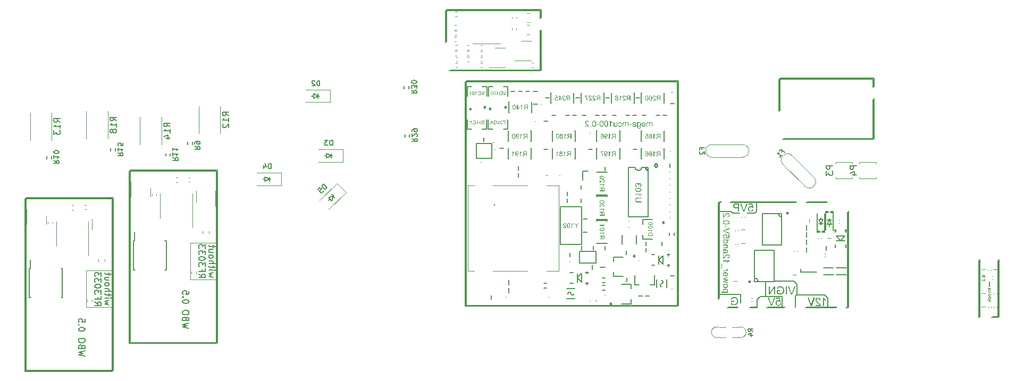
<source format=gbo>
G75*
G70*
%OFA0B0*%
%FSLAX25Y25*%
%IPPOS*%
%LPD*%
%AMOC8*
5,1,8,0,0,1.08239X$1,22.5*
%
%ADD121C,0.00984*%
%ADD214C,0.00300*%
%ADD63C,0.00787*%
%ADD65C,0.00472*%
%ADD68C,0.00500*%
%ADD69C,0.00669*%
%ADD70C,0.00591*%
%ADD72C,0.00390*%
%ADD73C,0.00800*%
%ADD74C,0.00394*%
X0000000Y0000000D02*
%LPD*%
G01*
D68*
X0471933Y0060146D02*
X0470504Y0061146D01*
X0471933Y0061860D02*
X0468933Y0061860D01*
X0468933Y0061860D02*
X0468933Y0060717D01*
X0468933Y0060717D02*
X0469076Y0060432D01*
X0469076Y0060432D02*
X0469218Y0060289D01*
X0469218Y0060289D02*
X0469504Y0060146D01*
X0469504Y0060146D02*
X0469933Y0060146D01*
X0469933Y0060146D02*
X0470218Y0060289D01*
X0470218Y0060289D02*
X0470361Y0060432D01*
X0470361Y0060432D02*
X0470504Y0060717D01*
X0470504Y0060717D02*
X0470504Y0061860D01*
X0469933Y0057574D02*
X0471933Y0057574D01*
X0468790Y0058289D02*
X0470933Y0059003D01*
X0470933Y0059003D02*
X0470933Y0057146D01*
D70*
X0521968Y0164126D02*
X0518031Y0164126D01*
X0518031Y0164126D02*
X0518031Y0162627D01*
X0518031Y0162627D02*
X0518218Y0162252D01*
X0518218Y0162252D02*
X0518406Y0162064D01*
X0518406Y0162064D02*
X0518781Y0161877D01*
X0518781Y0161877D02*
X0519343Y0161877D01*
X0519343Y0161877D02*
X0519718Y0162064D01*
X0519718Y0162064D02*
X0519906Y0162252D01*
X0519906Y0162252D02*
X0520093Y0162627D01*
X0520093Y0162627D02*
X0520093Y0164126D01*
X0518031Y0160564D02*
X0518031Y0158127D01*
X0518031Y0158127D02*
X0519531Y0159440D01*
X0519531Y0159440D02*
X0519531Y0158877D01*
X0519531Y0158877D02*
X0519718Y0158502D01*
X0519718Y0158502D02*
X0519906Y0158315D01*
X0519906Y0158315D02*
X0520280Y0158127D01*
X0520280Y0158127D02*
X0521218Y0158127D01*
X0521218Y0158127D02*
X0521593Y0158315D01*
X0521593Y0158315D02*
X0521780Y0158502D01*
X0521780Y0158502D02*
X0521968Y0158877D01*
X0521968Y0158877D02*
X0521968Y0160002D01*
X0521968Y0160002D02*
X0521780Y0160377D01*
X0521780Y0160377D02*
X0521593Y0160564D01*
X0536850Y0164126D02*
X0532913Y0164126D01*
X0532913Y0164126D02*
X0532913Y0162627D01*
X0532913Y0162627D02*
X0533100Y0162252D01*
X0533100Y0162252D02*
X0533288Y0162064D01*
X0533288Y0162064D02*
X0533663Y0161877D01*
X0533663Y0161877D02*
X0534225Y0161877D01*
X0534225Y0161877D02*
X0534600Y0162064D01*
X0534600Y0162064D02*
X0534787Y0162252D01*
X0534787Y0162252D02*
X0534975Y0162627D01*
X0534975Y0162627D02*
X0534975Y0164126D01*
X0534225Y0158502D02*
X0536850Y0158502D01*
X0532725Y0159440D02*
X0535537Y0160377D01*
X0535537Y0160377D02*
X0535537Y0157940D01*
D68*
X0439849Y0174425D02*
X0439849Y0175425D01*
X0441421Y0175425D02*
X0438421Y0175425D01*
X0438421Y0175425D02*
X0438421Y0173997D01*
X0438707Y0172997D02*
X0438564Y0172854D01*
X0438564Y0172854D02*
X0438421Y0172568D01*
X0438421Y0172568D02*
X0438421Y0171854D01*
X0438421Y0171854D02*
X0438564Y0171568D01*
X0438564Y0171568D02*
X0438707Y0171425D01*
X0438707Y0171425D02*
X0438992Y0171282D01*
X0438992Y0171282D02*
X0439278Y0171282D01*
X0439278Y0171282D02*
X0439707Y0171425D01*
X0439707Y0171425D02*
X0441421Y0173140D01*
X0441421Y0173140D02*
X0441421Y0171282D01*
X0489915Y0172818D02*
X0490623Y0173525D01*
X0491734Y0172414D02*
X0489612Y0174535D01*
X0489612Y0174535D02*
X0488602Y0173525D01*
X0488804Y0169484D02*
X0490016Y0170696D01*
X0489410Y0170090D02*
X0487289Y0172212D01*
X0487289Y0172212D02*
X0487794Y0172111D01*
X0487794Y0172111D02*
X0488198Y0172111D01*
X0488198Y0172111D02*
X0488501Y0172212D01*
D70*
X0106495Y0188555D02*
X0104621Y0189867D01*
X0106495Y0190804D02*
X0102558Y0190804D01*
X0102558Y0190804D02*
X0102558Y0189305D01*
X0102558Y0189305D02*
X0102746Y0188930D01*
X0102746Y0188930D02*
X0102933Y0188742D01*
X0102933Y0188742D02*
X0103308Y0188555D01*
X0103308Y0188555D02*
X0103871Y0188555D01*
X0103871Y0188555D02*
X0104246Y0188742D01*
X0104246Y0188742D02*
X0104433Y0188930D01*
X0104433Y0188930D02*
X0104621Y0189305D01*
X0104621Y0189305D02*
X0104621Y0190804D01*
X0106495Y0184805D02*
X0106495Y0187055D01*
X0106495Y0185930D02*
X0102558Y0185930D01*
X0102558Y0185930D02*
X0103121Y0186305D01*
X0103121Y0186305D02*
X0103496Y0186680D01*
X0103496Y0186680D02*
X0103683Y0187055D01*
X0103871Y0181431D02*
X0106495Y0181431D01*
X0102371Y0182368D02*
X0105183Y0183305D01*
X0105183Y0183305D02*
X0105183Y0180868D01*
X0143306Y0195444D02*
X0141432Y0196757D01*
X0143306Y0197694D02*
X0139369Y0197694D01*
X0139369Y0197694D02*
X0139369Y0196194D01*
X0139369Y0196194D02*
X0139557Y0195819D01*
X0139557Y0195819D02*
X0139744Y0195632D01*
X0139744Y0195632D02*
X0140119Y0195444D01*
X0140119Y0195444D02*
X0140682Y0195444D01*
X0140682Y0195444D02*
X0141057Y0195632D01*
X0141057Y0195632D02*
X0141244Y0195819D01*
X0141244Y0195819D02*
X0141432Y0196194D01*
X0141432Y0196194D02*
X0141432Y0197694D01*
X0143306Y0191695D02*
X0143306Y0193945D01*
X0143306Y0192820D02*
X0139369Y0192820D01*
X0139369Y0192820D02*
X0139932Y0193195D01*
X0139932Y0193195D02*
X0140307Y0193570D01*
X0140307Y0193570D02*
X0140494Y0193945D01*
X0139744Y0190195D02*
X0139557Y0190008D01*
X0139557Y0190008D02*
X0139369Y0189633D01*
X0139369Y0189633D02*
X0139369Y0188695D01*
X0139369Y0188695D02*
X0139557Y0188320D01*
X0139557Y0188320D02*
X0139744Y0188133D01*
X0139744Y0188133D02*
X0140119Y0187945D01*
X0140119Y0187945D02*
X0140494Y0187945D01*
X0140494Y0187945D02*
X0141057Y0188133D01*
X0141057Y0188133D02*
X0143306Y0190383D01*
X0143306Y0190383D02*
X0143306Y0187945D01*
D69*
X0073772Y0172304D02*
X0075309Y0171228D01*
X0073772Y0170459D02*
X0077000Y0170459D01*
X0077000Y0170459D02*
X0077000Y0171689D01*
X0077000Y0171689D02*
X0076846Y0171996D01*
X0076846Y0171996D02*
X0076693Y0172150D01*
X0076693Y0172150D02*
X0076385Y0172304D01*
X0076385Y0172304D02*
X0075924Y0172304D01*
X0075924Y0172304D02*
X0075616Y0172150D01*
X0075616Y0172150D02*
X0075463Y0171996D01*
X0075463Y0171996D02*
X0075309Y0171689D01*
X0075309Y0171689D02*
X0075309Y0170459D01*
X0073772Y0175378D02*
X0073772Y0173533D01*
X0073772Y0174456D02*
X0077000Y0174456D01*
X0077000Y0174456D02*
X0076539Y0174148D01*
X0076539Y0174148D02*
X0076231Y0173841D01*
X0076231Y0173841D02*
X0076078Y0173533D01*
X0077000Y0178299D02*
X0077000Y0176762D01*
X0077000Y0176762D02*
X0075463Y0176608D01*
X0075463Y0176608D02*
X0075616Y0176762D01*
X0075616Y0176762D02*
X0075770Y0177069D01*
X0075770Y0177069D02*
X0075770Y0177838D01*
X0075770Y0177838D02*
X0075616Y0178145D01*
X0075616Y0178145D02*
X0075463Y0178299D01*
X0075463Y0178299D02*
X0075155Y0178453D01*
X0075155Y0178453D02*
X0074387Y0178453D01*
X0074387Y0178453D02*
X0074079Y0178299D01*
X0074079Y0178299D02*
X0073925Y0178145D01*
X0073925Y0178145D02*
X0073772Y0177838D01*
X0073772Y0177838D02*
X0073772Y0177069D01*
X0073772Y0177069D02*
X0073925Y0176762D01*
X0073925Y0176762D02*
X0074079Y0176608D01*
X0200296Y0214289D02*
X0200296Y0217518D01*
X0200296Y0217518D02*
X0199528Y0217518D01*
X0199528Y0217518D02*
X0199066Y0217364D01*
X0199066Y0217364D02*
X0198759Y0217057D01*
X0198759Y0217057D02*
X0198605Y0216749D01*
X0198605Y0216749D02*
X0198451Y0216134D01*
X0198451Y0216134D02*
X0198451Y0215673D01*
X0198451Y0215673D02*
X0198605Y0215058D01*
X0198605Y0215058D02*
X0198759Y0214751D01*
X0198759Y0214751D02*
X0199066Y0214443D01*
X0199066Y0214443D02*
X0199528Y0214289D01*
X0199528Y0214289D02*
X0200296Y0214289D01*
X0197222Y0217210D02*
X0197068Y0217364D01*
X0197068Y0217364D02*
X0196760Y0217518D01*
X0196760Y0217518D02*
X0195992Y0217518D01*
X0195992Y0217518D02*
X0195684Y0217364D01*
X0195684Y0217364D02*
X0195531Y0217210D01*
X0195531Y0217210D02*
X0195377Y0216903D01*
X0195377Y0216903D02*
X0195377Y0216595D01*
X0195377Y0216595D02*
X0195531Y0216134D01*
X0195531Y0216134D02*
X0197375Y0214289D01*
X0197375Y0214289D02*
X0195377Y0214289D01*
X0204876Y0150268D02*
X0202594Y0152551D01*
X0202594Y0152551D02*
X0202050Y0152007D01*
X0202050Y0152007D02*
X0201833Y0151573D01*
X0201833Y0151573D02*
X0201833Y0151138D01*
X0201833Y0151138D02*
X0201941Y0150812D01*
X0201941Y0150812D02*
X0202267Y0150268D01*
X0202267Y0150268D02*
X0202594Y0149942D01*
X0202594Y0149942D02*
X0203137Y0149616D01*
X0203137Y0149616D02*
X0203463Y0149507D01*
X0203463Y0149507D02*
X0203898Y0149507D01*
X0203898Y0149507D02*
X0204333Y0149725D01*
X0204333Y0149725D02*
X0204876Y0150268D01*
X0199224Y0149181D02*
X0200311Y0150268D01*
X0200311Y0150268D02*
X0201507Y0149290D01*
X0201507Y0149290D02*
X0201289Y0149290D01*
X0201289Y0149290D02*
X0200963Y0149181D01*
X0200963Y0149181D02*
X0200420Y0148638D01*
X0200420Y0148638D02*
X0200311Y0148311D01*
X0200311Y0148311D02*
X0200311Y0148094D01*
X0200311Y0148094D02*
X0200420Y0147768D01*
X0200420Y0147768D02*
X0200963Y0147224D01*
X0200963Y0147224D02*
X0201289Y0147116D01*
X0201289Y0147116D02*
X0201507Y0147116D01*
X0201507Y0147116D02*
X0201833Y0147224D01*
X0201833Y0147224D02*
X0202376Y0147768D01*
X0202376Y0147768D02*
X0202485Y0148094D01*
X0202485Y0148094D02*
X0202485Y0148311D01*
X0257827Y0211477D02*
X0259364Y0210401D01*
X0257827Y0209632D02*
X0261055Y0209632D01*
X0261055Y0209632D02*
X0261055Y0210862D01*
X0261055Y0210862D02*
X0260901Y0211169D01*
X0260901Y0211169D02*
X0260748Y0211323D01*
X0260748Y0211323D02*
X0260440Y0211477D01*
X0260440Y0211477D02*
X0259979Y0211477D01*
X0259979Y0211477D02*
X0259672Y0211323D01*
X0259672Y0211323D02*
X0259518Y0211169D01*
X0259518Y0211169D02*
X0259364Y0210862D01*
X0259364Y0210862D02*
X0259364Y0209632D01*
X0261055Y0212553D02*
X0261055Y0214551D01*
X0261055Y0214551D02*
X0259825Y0213475D01*
X0259825Y0213475D02*
X0259825Y0213937D01*
X0259825Y0213937D02*
X0259672Y0214244D01*
X0259672Y0214244D02*
X0259518Y0214398D01*
X0259518Y0214398D02*
X0259210Y0214551D01*
X0259210Y0214551D02*
X0258442Y0214551D01*
X0258442Y0214551D02*
X0258134Y0214398D01*
X0258134Y0214398D02*
X0257981Y0214244D01*
X0257981Y0214244D02*
X0257827Y0213937D01*
X0257827Y0213937D02*
X0257827Y0213014D01*
X0257827Y0213014D02*
X0257981Y0212707D01*
X0257981Y0212707D02*
X0258134Y0212553D01*
X0261055Y0216550D02*
X0261055Y0216857D01*
X0261055Y0216857D02*
X0260901Y0217165D01*
X0260901Y0217165D02*
X0260748Y0217319D01*
X0260748Y0217319D02*
X0260440Y0217472D01*
X0260440Y0217472D02*
X0259825Y0217626D01*
X0259825Y0217626D02*
X0259057Y0217626D01*
X0259057Y0217626D02*
X0258442Y0217472D01*
X0258442Y0217472D02*
X0258134Y0217319D01*
X0258134Y0217319D02*
X0257981Y0217165D01*
X0257981Y0217165D02*
X0257827Y0216857D01*
X0257827Y0216857D02*
X0257827Y0216550D01*
X0257827Y0216550D02*
X0257981Y0216243D01*
X0257981Y0216243D02*
X0258134Y0216089D01*
X0258134Y0216089D02*
X0258442Y0215935D01*
X0258442Y0215935D02*
X0259057Y0215781D01*
X0259057Y0215781D02*
X0259825Y0215781D01*
X0259825Y0215781D02*
X0260440Y0215935D01*
X0260440Y0215935D02*
X0260748Y0216089D01*
X0260748Y0216089D02*
X0260901Y0216243D01*
X0260901Y0216243D02*
X0261055Y0216550D01*
X0122000Y0176339D02*
X0123537Y0175263D01*
X0122000Y0174494D02*
X0125228Y0174494D01*
X0125228Y0174494D02*
X0125228Y0175724D01*
X0125228Y0175724D02*
X0125075Y0176032D01*
X0125075Y0176032D02*
X0124921Y0176185D01*
X0124921Y0176185D02*
X0124613Y0176339D01*
X0124613Y0176339D02*
X0124152Y0176339D01*
X0124152Y0176339D02*
X0123845Y0176185D01*
X0123845Y0176185D02*
X0123691Y0176032D01*
X0123691Y0176032D02*
X0123537Y0175724D01*
X0123537Y0175724D02*
X0123537Y0174494D01*
X0122000Y0177876D02*
X0122000Y0178491D01*
X0122000Y0178491D02*
X0122154Y0178799D01*
X0122154Y0178799D02*
X0122307Y0178952D01*
X0122307Y0178952D02*
X0122769Y0179260D01*
X0122769Y0179260D02*
X0123384Y0179414D01*
X0123384Y0179414D02*
X0124613Y0179414D01*
X0124613Y0179414D02*
X0124921Y0179260D01*
X0124921Y0179260D02*
X0125075Y0179106D01*
X0125075Y0179106D02*
X0125228Y0178799D01*
X0125228Y0178799D02*
X0125228Y0178184D01*
X0125228Y0178184D02*
X0125075Y0177876D01*
X0125075Y0177876D02*
X0124921Y0177723D01*
X0124921Y0177723D02*
X0124613Y0177569D01*
X0124613Y0177569D02*
X0123845Y0177569D01*
X0123845Y0177569D02*
X0123537Y0177723D01*
X0123537Y0177723D02*
X0123384Y0177876D01*
X0123384Y0177876D02*
X0123230Y0178184D01*
X0123230Y0178184D02*
X0123230Y0178799D01*
X0123230Y0178799D02*
X0123384Y0179106D01*
X0123384Y0179106D02*
X0123537Y0179260D01*
X0123537Y0179260D02*
X0123845Y0179414D01*
D70*
X0072834Y0192295D02*
X0070959Y0193607D01*
X0072834Y0194545D02*
X0068897Y0194545D01*
X0068897Y0194545D02*
X0068897Y0193045D01*
X0068897Y0193045D02*
X0069084Y0192670D01*
X0069084Y0192670D02*
X0069272Y0192482D01*
X0069272Y0192482D02*
X0069647Y0192295D01*
X0069647Y0192295D02*
X0070209Y0192295D01*
X0070209Y0192295D02*
X0070584Y0192482D01*
X0070584Y0192482D02*
X0070772Y0192670D01*
X0070772Y0192670D02*
X0070959Y0193045D01*
X0070959Y0193045D02*
X0070959Y0194545D01*
X0072834Y0188545D02*
X0072834Y0190795D01*
X0072834Y0189670D02*
X0068897Y0189670D01*
X0068897Y0189670D02*
X0069459Y0190045D01*
X0069459Y0190045D02*
X0069834Y0190420D01*
X0069834Y0190420D02*
X0070022Y0190795D01*
X0070584Y0186296D02*
X0070397Y0186671D01*
X0070397Y0186671D02*
X0070209Y0186858D01*
X0070209Y0186858D02*
X0069834Y0187045D01*
X0069834Y0187045D02*
X0069647Y0187045D01*
X0069647Y0187045D02*
X0069272Y0186858D01*
X0069272Y0186858D02*
X0069084Y0186671D01*
X0069084Y0186671D02*
X0068897Y0186296D01*
X0068897Y0186296D02*
X0068897Y0185546D01*
X0068897Y0185546D02*
X0069084Y0185171D01*
X0069084Y0185171D02*
X0069272Y0184983D01*
X0069272Y0184983D02*
X0069647Y0184796D01*
X0069647Y0184796D02*
X0069834Y0184796D01*
X0069834Y0184796D02*
X0070209Y0184983D01*
X0070209Y0184983D02*
X0070397Y0185171D01*
X0070397Y0185171D02*
X0070584Y0185546D01*
X0070584Y0185546D02*
X0070584Y0186296D01*
X0070584Y0186296D02*
X0070772Y0186671D01*
X0070772Y0186671D02*
X0070959Y0186858D01*
X0070959Y0186858D02*
X0071334Y0187045D01*
X0071334Y0187045D02*
X0072084Y0187045D01*
X0072084Y0187045D02*
X0072459Y0186858D01*
X0072459Y0186858D02*
X0072646Y0186671D01*
X0072646Y0186671D02*
X0072834Y0186296D01*
X0072834Y0186296D02*
X0072834Y0185546D01*
X0072834Y0185546D02*
X0072646Y0185171D01*
X0072646Y0185171D02*
X0072459Y0184983D01*
X0072459Y0184983D02*
X0072084Y0184796D01*
X0072084Y0184796D02*
X0071334Y0184796D01*
X0071334Y0184796D02*
X0070959Y0184983D01*
X0070959Y0184983D02*
X0070772Y0185171D01*
X0070772Y0185171D02*
X0070584Y0185546D01*
D69*
X0258221Y0181162D02*
X0259758Y0180086D01*
X0258221Y0179317D02*
X0261449Y0179317D01*
X0261449Y0179317D02*
X0261449Y0180547D01*
X0261449Y0180547D02*
X0261295Y0180854D01*
X0261295Y0180854D02*
X0261141Y0181008D01*
X0261141Y0181008D02*
X0260834Y0181162D01*
X0260834Y0181162D02*
X0260373Y0181162D01*
X0260373Y0181162D02*
X0260065Y0181008D01*
X0260065Y0181008D02*
X0259912Y0180854D01*
X0259912Y0180854D02*
X0259758Y0180547D01*
X0259758Y0180547D02*
X0259758Y0179317D01*
X0261141Y0182392D02*
X0261295Y0182545D01*
X0261295Y0182545D02*
X0261449Y0182853D01*
X0261449Y0182853D02*
X0261449Y0183622D01*
X0261449Y0183622D02*
X0261295Y0183929D01*
X0261295Y0183929D02*
X0261141Y0184083D01*
X0261141Y0184083D02*
X0260834Y0184237D01*
X0260834Y0184237D02*
X0260526Y0184237D01*
X0260526Y0184237D02*
X0260065Y0184083D01*
X0260065Y0184083D02*
X0258221Y0182238D01*
X0258221Y0182238D02*
X0258221Y0184237D01*
X0258221Y0185774D02*
X0258221Y0186389D01*
X0258221Y0186389D02*
X0258374Y0186696D01*
X0258374Y0186696D02*
X0258528Y0186850D01*
X0258528Y0186850D02*
X0258989Y0187157D01*
X0258989Y0187157D02*
X0259604Y0187311D01*
X0259604Y0187311D02*
X0260834Y0187311D01*
X0260834Y0187311D02*
X0261141Y0187157D01*
X0261141Y0187157D02*
X0261295Y0187004D01*
X0261295Y0187004D02*
X0261449Y0186696D01*
X0261449Y0186696D02*
X0261449Y0186081D01*
X0261449Y0186081D02*
X0261295Y0185774D01*
X0261295Y0185774D02*
X0261141Y0185620D01*
X0261141Y0185620D02*
X0260834Y0185466D01*
X0260834Y0185466D02*
X0260065Y0185466D01*
X0260065Y0185466D02*
X0259758Y0185620D01*
X0259758Y0185620D02*
X0259604Y0185774D01*
X0259604Y0185774D02*
X0259450Y0186081D01*
X0259450Y0186081D02*
X0259450Y0186696D01*
X0259450Y0186696D02*
X0259604Y0187004D01*
X0259604Y0187004D02*
X0259758Y0187157D01*
X0259758Y0187157D02*
X0260065Y0187311D01*
X0208387Y0176888D02*
X0208387Y0180116D01*
X0208387Y0180116D02*
X0207618Y0180116D01*
X0207618Y0180116D02*
X0207157Y0179963D01*
X0207157Y0179963D02*
X0206849Y0179655D01*
X0206849Y0179655D02*
X0206696Y0179348D01*
X0206696Y0179348D02*
X0206542Y0178733D01*
X0206542Y0178733D02*
X0206542Y0178271D01*
X0206542Y0178271D02*
X0206696Y0177657D01*
X0206696Y0177657D02*
X0206849Y0177349D01*
X0206849Y0177349D02*
X0207157Y0177042D01*
X0207157Y0177042D02*
X0207618Y0176888D01*
X0207618Y0176888D02*
X0208387Y0176888D01*
X0205466Y0180116D02*
X0203467Y0180116D01*
X0203467Y0180116D02*
X0204543Y0178886D01*
X0204543Y0178886D02*
X0204082Y0178886D01*
X0204082Y0178886D02*
X0203775Y0178733D01*
X0203775Y0178733D02*
X0203621Y0178579D01*
X0203621Y0178579D02*
X0203467Y0178271D01*
X0203467Y0178271D02*
X0203467Y0177503D01*
X0203467Y0177503D02*
X0203621Y0177195D01*
X0203621Y0177195D02*
X0203775Y0177042D01*
X0203775Y0177042D02*
X0204082Y0176888D01*
X0204082Y0176888D02*
X0205005Y0176888D01*
X0205005Y0176888D02*
X0205312Y0177042D01*
X0205312Y0177042D02*
X0205466Y0177195D01*
X0169784Y0162223D02*
X0169784Y0165451D01*
X0169784Y0165451D02*
X0169016Y0165451D01*
X0169016Y0165451D02*
X0168555Y0165297D01*
X0168555Y0165297D02*
X0168247Y0164990D01*
X0168247Y0164990D02*
X0168093Y0164682D01*
X0168093Y0164682D02*
X0167940Y0164067D01*
X0167940Y0164067D02*
X0167940Y0163606D01*
X0167940Y0163606D02*
X0168093Y0162991D01*
X0168093Y0162991D02*
X0168247Y0162684D01*
X0168247Y0162684D02*
X0168555Y0162376D01*
X0168555Y0162376D02*
X0169016Y0162223D01*
X0169016Y0162223D02*
X0169784Y0162223D01*
X0165172Y0164375D02*
X0165172Y0162223D01*
X0165941Y0165605D02*
X0166710Y0163299D01*
X0166710Y0163299D02*
X0164711Y0163299D01*
X0033614Y0167481D02*
X0035152Y0166405D01*
X0033614Y0165636D02*
X0036843Y0165636D01*
X0036843Y0165636D02*
X0036843Y0166866D01*
X0036843Y0166866D02*
X0036689Y0167173D01*
X0036689Y0167173D02*
X0036535Y0167327D01*
X0036535Y0167327D02*
X0036228Y0167481D01*
X0036228Y0167481D02*
X0035766Y0167481D01*
X0035766Y0167481D02*
X0035459Y0167327D01*
X0035459Y0167327D02*
X0035305Y0167173D01*
X0035305Y0167173D02*
X0035152Y0166866D01*
X0035152Y0166866D02*
X0035152Y0165636D01*
X0033614Y0170555D02*
X0033614Y0168711D01*
X0033614Y0169633D02*
X0036843Y0169633D01*
X0036843Y0169633D02*
X0036381Y0169326D01*
X0036381Y0169326D02*
X0036074Y0169018D01*
X0036074Y0169018D02*
X0035920Y0168711D01*
X0036843Y0172554D02*
X0036843Y0172861D01*
X0036843Y0172861D02*
X0036689Y0173169D01*
X0036689Y0173169D02*
X0036535Y0173323D01*
X0036535Y0173323D02*
X0036228Y0173476D01*
X0036228Y0173476D02*
X0035613Y0173630D01*
X0035613Y0173630D02*
X0034844Y0173630D01*
X0034844Y0173630D02*
X0034229Y0173476D01*
X0034229Y0173476D02*
X0033922Y0173323D01*
X0033922Y0173323D02*
X0033768Y0173169D01*
X0033768Y0173169D02*
X0033614Y0172861D01*
X0033614Y0172861D02*
X0033614Y0172554D01*
X0033614Y0172554D02*
X0033768Y0172246D01*
X0033768Y0172246D02*
X0033922Y0172093D01*
X0033922Y0172093D02*
X0034229Y0171939D01*
X0034229Y0171939D02*
X0034844Y0171785D01*
X0034844Y0171785D02*
X0035613Y0171785D01*
X0035613Y0171785D02*
X0036228Y0171939D01*
X0036228Y0171939D02*
X0036535Y0172093D01*
X0036535Y0172093D02*
X0036689Y0172246D01*
X0036689Y0172246D02*
X0036843Y0172554D01*
D70*
X0037598Y0191311D02*
X0035723Y0192623D01*
X0037598Y0193560D02*
X0033661Y0193560D01*
X0033661Y0193560D02*
X0033661Y0192060D01*
X0033661Y0192060D02*
X0033848Y0191686D01*
X0033848Y0191686D02*
X0034036Y0191498D01*
X0034036Y0191498D02*
X0034411Y0191311D01*
X0034411Y0191311D02*
X0034973Y0191311D01*
X0034973Y0191311D02*
X0035348Y0191498D01*
X0035348Y0191498D02*
X0035535Y0191686D01*
X0035535Y0191686D02*
X0035723Y0192060D01*
X0035723Y0192060D02*
X0035723Y0193560D01*
X0037598Y0187561D02*
X0037598Y0189811D01*
X0037598Y0188686D02*
X0033661Y0188686D01*
X0033661Y0188686D02*
X0034223Y0189061D01*
X0034223Y0189061D02*
X0034598Y0189436D01*
X0034598Y0189436D02*
X0034786Y0189811D01*
X0033661Y0186249D02*
X0033661Y0183812D01*
X0033661Y0183812D02*
X0035160Y0185124D01*
X0035160Y0185124D02*
X0035160Y0184561D01*
X0035160Y0184561D02*
X0035348Y0184186D01*
X0035348Y0184186D02*
X0035535Y0183999D01*
X0035535Y0183999D02*
X0035910Y0183812D01*
X0035910Y0183812D02*
X0036848Y0183812D01*
X0036848Y0183812D02*
X0037223Y0183999D01*
X0037223Y0183999D02*
X0037410Y0184186D01*
X0037410Y0184186D02*
X0037598Y0184561D01*
X0037598Y0184561D02*
X0037598Y0185686D01*
X0037598Y0185686D02*
X0037410Y0186061D01*
X0037410Y0186061D02*
X0037223Y0186249D01*
D69*
X0108221Y0169252D02*
X0109758Y0168176D01*
X0108221Y0167408D02*
X0111449Y0167408D01*
X0111449Y0167408D02*
X0111449Y0168638D01*
X0111449Y0168638D02*
X0111295Y0168945D01*
X0111295Y0168945D02*
X0111141Y0169099D01*
X0111141Y0169099D02*
X0110834Y0169252D01*
X0110834Y0169252D02*
X0110373Y0169252D01*
X0110373Y0169252D02*
X0110065Y0169099D01*
X0110065Y0169099D02*
X0109912Y0168945D01*
X0109912Y0168945D02*
X0109758Y0168638D01*
X0109758Y0168638D02*
X0109758Y0167408D01*
X0108221Y0172327D02*
X0108221Y0170482D01*
X0108221Y0171405D02*
X0111449Y0171405D01*
X0111449Y0171405D02*
X0110988Y0171097D01*
X0110988Y0171097D02*
X0110680Y0170790D01*
X0110680Y0170790D02*
X0110526Y0170482D01*
X0108221Y0175402D02*
X0108221Y0173557D01*
X0108221Y0174479D02*
X0111449Y0174479D01*
X0111449Y0174479D02*
X0110988Y0174172D01*
X0110988Y0174172D02*
X0110680Y0173864D01*
X0110680Y0173864D02*
X0110526Y0173557D01*
D72*
X0462791Y0062795D02*
X0458791Y0062795D01*
X0458791Y0056496D02*
X0462791Y0056496D01*
X0454791Y0062795D02*
X0450791Y0062795D01*
X0450791Y0056496D02*
X0454791Y0056496D01*
D65*
X0462992Y0056496D02*
G75*
G03*
X0463008Y0062802I0001299J0003150D01*
G01*
X0450557Y0062809D02*
G75*
G03*
X0450591Y0056496I-001265J-003163D01*
G01*
D63*
X0613386Y0068996D02*
X0613386Y0104823D01*
X0625591Y0068996D02*
X0621654Y0068996D01*
X0625591Y0068996D02*
X0625591Y0104823D01*
X0338386Y0223721D02*
X0338386Y0248917D01*
X0338386Y0261516D02*
X0338386Y0256398D01*
X0338386Y0261516D02*
X0279331Y0261516D01*
X0281693Y0223721D02*
X0338386Y0223721D01*
X0279331Y0261516D02*
X0279331Y0241437D01*
X0070276Y0035138D02*
X0015551Y0035138D01*
X0015551Y0035138D02*
X0015551Y0143406D01*
X0015551Y0143406D02*
X0070276Y0143406D01*
X0070276Y0143406D02*
X0070276Y0035138D01*
X0505315Y0141043D02*
X0517913Y0141043D01*
X0457677Y0141043D02*
X0498622Y0141043D01*
X0450197Y0141043D02*
X0451378Y0141043D01*
X0450197Y0141043D02*
X0450197Y0080414D01*
X0531299Y0135138D02*
X0531299Y0074902D01*
X0504921Y0074902D02*
X0523819Y0074902D01*
X0480512Y0074902D02*
X0491142Y0074902D01*
X0469882Y0074902D02*
X0474213Y0074902D01*
X0455905Y0074902D02*
X0462008Y0074902D01*
X0530118Y0074902D02*
X0531299Y0074902D01*
X0547244Y0180610D02*
X0547244Y0205807D01*
X0547244Y0218406D02*
X0547244Y0213288D01*
X0547244Y0218406D02*
X0488189Y0218406D01*
X0490551Y0180610D02*
X0547244Y0180610D01*
X0488189Y0218406D02*
X0488189Y0198327D01*
D65*
X0534272Y0155984D02*
X0523799Y0155984D01*
X0523799Y0157144D02*
X0523799Y0155984D01*
X0534272Y0157188D02*
X0534272Y0155984D01*
X0523799Y0165254D02*
X0523799Y0166457D01*
X0534272Y0165298D02*
X0534272Y0166457D01*
X0523799Y0166457D02*
X0534272Y0166457D01*
X0549154Y0155984D02*
X0538681Y0155984D01*
X0538681Y0157144D02*
X0538681Y0155984D01*
X0549154Y0157188D02*
X0549154Y0155984D01*
X0538681Y0165254D02*
X0538681Y0166457D01*
X0549154Y0165298D02*
X0549154Y0166457D01*
X0538681Y0166457D02*
X0549154Y0166457D01*
X0465256Y0177362D02*
X0446161Y0177362D01*
X0465256Y0169488D02*
X0446161Y0169488D01*
X0446161Y0177362D02*
G75*
G03*
X0446161Y0169488I0000000J-003937D01*
G01*
X0465453Y0169488D02*
G75*
G03*
X0465453Y0177362I0000000J0003937D01*
G01*
D63*
X0424606Y0075886D02*
X0291535Y0075886D01*
X0424606Y0216831D02*
X0424606Y0075886D01*
X0424606Y0216831D02*
X0291535Y0216831D01*
X0291535Y0216831D02*
X0291535Y0075886D01*
D65*
X0509957Y0156929D02*
X0496455Y0170431D01*
X0504390Y0151362D02*
X0490888Y0164864D01*
X0496455Y0170431D02*
G75*
G03*
X0490888Y0164864I-002784J-002784D01*
G01*
X0504529Y0151222D02*
G75*
G03*
X0510097Y0156790I0002784J0002784D01*
G01*
D63*
X0135531Y0052559D02*
X0080807Y0052559D01*
X0080807Y0052559D02*
X0080807Y0160827D01*
X0080807Y0160827D02*
X0135531Y0160827D01*
X0135531Y0160827D02*
X0135531Y0052559D01*
D65*
X0087657Y0177453D02*
X0087657Y0194595D01*
X0101122Y0177453D02*
X0101122Y0194595D01*
X0124468Y0184342D02*
X0124468Y0201485D01*
X0137933Y0184342D02*
X0137933Y0201485D01*
D73*
X0069308Y0173323D02*
X0069308Y0174898D01*
X0072244Y0173327D02*
X0072244Y0174902D01*
D65*
X0206772Y0203937D02*
X0191417Y0203937D01*
X0206772Y0211811D02*
X0206772Y0203937D01*
X0206772Y0211811D02*
X0191417Y0211811D01*
D69*
X0200079Y0207874D02*
X0199291Y0207874D01*
X0199291Y0206496D02*
X0199291Y0209252D01*
X0199291Y0207874D02*
X0196535Y0206496D01*
X0199291Y0207874D02*
X0196535Y0209252D01*
X0196535Y0206496D02*
X0196535Y0209252D01*
X0196535Y0207874D02*
X0195354Y0207874D01*
D65*
X0216775Y0147527D02*
X0205918Y0136670D01*
X0211208Y0153094D02*
X0216775Y0147527D01*
X0211208Y0153094D02*
X0200351Y0142237D01*
D69*
X0209259Y0145578D02*
X0208702Y0145021D01*
X0209677Y0144047D02*
X0207728Y0145996D01*
X0208702Y0145021D02*
X0207728Y0142098D01*
X0208702Y0145021D02*
X0205779Y0144047D01*
X0207728Y0142098D02*
X0205779Y0144047D01*
X0206753Y0143072D02*
X0205918Y0142237D01*
D73*
X0253363Y0212496D02*
X0253363Y0214071D01*
X0256299Y0212500D02*
X0256299Y0214075D01*
X0117536Y0177358D02*
X0117536Y0178933D01*
X0120472Y0177362D02*
X0120472Y0178937D01*
D65*
X0053996Y0181193D02*
X0053996Y0198335D01*
X0067461Y0181193D02*
X0067461Y0198335D01*
D73*
X0253757Y0182181D02*
X0253756Y0183756D01*
X0256693Y0182185D02*
X0256693Y0183760D01*
D65*
X0214862Y0166536D02*
X0199508Y0166536D01*
X0214862Y0174410D02*
X0214862Y0166536D01*
X0214862Y0174410D02*
X0199508Y0174410D01*
D69*
X0208169Y0170473D02*
X0207382Y0170473D01*
X0207382Y0169095D02*
X0207382Y0171851D01*
X0207382Y0170473D02*
X0204626Y0169095D01*
X0207382Y0170473D02*
X0204626Y0171851D01*
X0204626Y0169095D02*
X0204626Y0171851D01*
X0204626Y0170473D02*
X0203445Y0170473D01*
D65*
X0176260Y0151870D02*
X0160905Y0151870D01*
X0176260Y0159744D02*
X0176260Y0151870D01*
X0176260Y0159744D02*
X0160905Y0159744D01*
D69*
X0169567Y0155807D02*
X0168780Y0155807D01*
X0168780Y0154429D02*
X0168780Y0157185D01*
X0168780Y0155807D02*
X0166024Y0154429D01*
X0168780Y0155807D02*
X0166024Y0157185D01*
X0166024Y0154429D02*
X0166024Y0157185D01*
X0166024Y0155807D02*
X0164842Y0155807D01*
D73*
X0029150Y0168500D02*
X0029150Y0170075D01*
X0032087Y0168504D02*
X0032087Y0170079D01*
D65*
X0018760Y0180209D02*
X0018760Y0197351D01*
X0032224Y0180209D02*
X0032224Y0197351D01*
D73*
X0103757Y0170272D02*
X0103756Y0171846D01*
X0106693Y0170276D02*
X0106693Y0171851D01*
X0450492Y0141929D02*
G01*
G75*
G36*
X0462691Y0079015D02*
X0462686Y0078879D01*
X0462669Y0078753D01*
X0462648Y0078628D01*
X0462626Y0078513D01*
X0462598Y0078398D01*
X0462571Y0078295D01*
X0462544Y0078202D01*
X0462517Y0078114D01*
X0462489Y0078038D01*
X0462462Y0077972D01*
X0462440Y0077912D01*
X0462418Y0077869D01*
X0462402Y0077836D01*
X0462396Y0077814D01*
X0462391Y0077809D01*
X0462331Y0077699D01*
X0462260Y0077596D01*
X0462189Y0077503D01*
X0462118Y0077410D01*
X0462041Y0077328D01*
X0461965Y0077257D01*
X0461889Y0077186D01*
X0461818Y0077126D01*
X0461747Y0077071D01*
X0461681Y0077022D01*
X0461621Y0076984D01*
X0461572Y0076951D01*
X0461534Y0076924D01*
X0461501Y0076908D01*
X0461479Y0076897D01*
X0461474Y0076891D01*
X0461359Y0076837D01*
X0461239Y0076788D01*
X0461124Y0076744D01*
X0461010Y0076711D01*
X0460889Y0076678D01*
X0460780Y0076651D01*
X0460671Y0076629D01*
X0460573Y0076613D01*
X0460480Y0076602D01*
X0460393Y0076591D01*
X0460316Y0076586D01*
X0460251Y0076580D01*
X0460196Y0076575D01*
X0460125Y0076575D01*
X0459923Y0076586D01*
X0459726Y0076607D01*
X0459546Y0076635D01*
X0459464Y0076657D01*
X0459382Y0076673D01*
X0459312Y0076689D01*
X0459252Y0076711D01*
X0459191Y0076728D01*
X0459148Y0076738D01*
X0459104Y0076755D01*
X0459077Y0076760D01*
X0459060Y0076771D01*
X0459055Y0076771D01*
X0458858Y0076853D01*
X0458673Y0076946D01*
X0458503Y0077044D01*
X0458422Y0077093D01*
X0458351Y0077137D01*
X0458285Y0077181D01*
X0458225Y0077224D01*
X0458170Y0077257D01*
X0458127Y0077290D01*
X0458089Y0077317D01*
X0458061Y0077339D01*
X0458045Y0077350D01*
X0458039Y0077355D01*
X0458039Y0079228D01*
X0460174Y0079228D01*
X0460174Y0078633D01*
X0458694Y0078633D01*
X0458694Y0077689D01*
X0458782Y0077618D01*
X0458880Y0077557D01*
X0458984Y0077497D01*
X0459088Y0077443D01*
X0459180Y0077399D01*
X0459219Y0077377D01*
X0459252Y0077361D01*
X0459284Y0077350D01*
X0459306Y0077339D01*
X0459317Y0077334D01*
X0459322Y0077334D01*
X0459475Y0077279D01*
X0459628Y0077241D01*
X0459770Y0077208D01*
X0459896Y0077192D01*
X0459956Y0077186D01*
X0460005Y0077181D01*
X0460049Y0077175D01*
X0460087Y0077175D01*
X0460120Y0077170D01*
X0460163Y0077170D01*
X0460349Y0077181D01*
X0460524Y0077203D01*
X0460682Y0077241D01*
X0460758Y0077257D01*
X0460824Y0077279D01*
X0460884Y0077301D01*
X0460939Y0077317D01*
X0460988Y0077339D01*
X0461031Y0077355D01*
X0461064Y0077366D01*
X0461086Y0077377D01*
X0461102Y0077388D01*
X0461108Y0077388D01*
X0461190Y0077432D01*
X0461266Y0077481D01*
X0461397Y0077585D01*
X0461512Y0077699D01*
X0461610Y0077809D01*
X0461681Y0077907D01*
X0461714Y0077951D01*
X0461736Y0077983D01*
X0461758Y0078016D01*
X0461768Y0078038D01*
X0461774Y0078054D01*
X0461779Y0078060D01*
X0461856Y0078240D01*
X0461910Y0078431D01*
X0461954Y0078617D01*
X0461982Y0078797D01*
X0461987Y0078879D01*
X0461998Y0078955D01*
X0462003Y0079021D01*
X0462003Y0079081D01*
X0462009Y0079124D01*
X0462009Y0079163D01*
X0462009Y0079185D01*
X0462009Y0079190D01*
X0461998Y0079392D01*
X0461976Y0079583D01*
X0461949Y0079752D01*
X0461932Y0079834D01*
X0461910Y0079905D01*
X0461894Y0079971D01*
X0461878Y0080031D01*
X0461861Y0080080D01*
X0461845Y0080124D01*
X0461834Y0080162D01*
X0461823Y0080184D01*
X0461818Y0080200D01*
X0461818Y0080206D01*
X0461774Y0080304D01*
X0461725Y0080397D01*
X0461670Y0080484D01*
X0461621Y0080555D01*
X0461577Y0080615D01*
X0461539Y0080664D01*
X0461517Y0080691D01*
X0461506Y0080702D01*
X0461424Y0080784D01*
X0461332Y0080855D01*
X0461244Y0080921D01*
X0461157Y0080975D01*
X0461081Y0081019D01*
X0461020Y0081046D01*
X0460999Y0081057D01*
X0460982Y0081068D01*
X0460971Y0081074D01*
X0460966Y0081074D01*
X0460835Y0081123D01*
X0460704Y0081156D01*
X0460567Y0081183D01*
X0460447Y0081199D01*
X0460387Y0081205D01*
X0460338Y0081210D01*
X0460289Y0081210D01*
X0460251Y0081216D01*
X0460174Y0081216D01*
X0460038Y0081210D01*
X0459907Y0081194D01*
X0459792Y0081172D01*
X0459688Y0081150D01*
X0459606Y0081123D01*
X0459568Y0081112D01*
X0459541Y0081101D01*
X0459519Y0081090D01*
X0459503Y0081085D01*
X0459492Y0081079D01*
X0459486Y0081079D01*
X0459377Y0081025D01*
X0459279Y0080970D01*
X0459197Y0080910D01*
X0459126Y0080855D01*
X0459077Y0080801D01*
X0459038Y0080762D01*
X0459011Y0080735D01*
X0459006Y0080724D01*
X0458946Y0080637D01*
X0458891Y0080539D01*
X0458842Y0080440D01*
X0458798Y0080342D01*
X0458766Y0080255D01*
X0458755Y0080217D01*
X0458744Y0080189D01*
X0458733Y0080162D01*
X0458727Y0080140D01*
X0458722Y0080129D01*
X0458722Y0080124D01*
X0458116Y0080287D01*
X0458170Y0080468D01*
X0458230Y0080631D01*
X0458263Y0080702D01*
X0458296Y0080773D01*
X0458323Y0080834D01*
X0458356Y0080888D01*
X0458383Y0080943D01*
X0458411Y0080986D01*
X0458438Y0081025D01*
X0458454Y0081057D01*
X0458476Y0081079D01*
X0458487Y0081095D01*
X0458492Y0081107D01*
X0458498Y0081112D01*
X0458602Y0081227D01*
X0458711Y0081325D01*
X0458826Y0081407D01*
X0458940Y0081478D01*
X0459038Y0081532D01*
X0459082Y0081554D01*
X0459120Y0081571D01*
X0459148Y0081587D01*
X0459170Y0081598D01*
X0459186Y0081603D01*
X0459191Y0081603D01*
X0459361Y0081663D01*
X0459530Y0081707D01*
X0459699Y0081740D01*
X0459852Y0081762D01*
X0459923Y0081767D01*
X0459983Y0081773D01*
X0460038Y0081778D01*
X0460087Y0081784D01*
X0460180Y0081784D01*
X0460316Y0081778D01*
X0460453Y0081773D01*
X0460584Y0081756D01*
X0460704Y0081734D01*
X0460824Y0081713D01*
X0460933Y0081685D01*
X0461037Y0081658D01*
X0461130Y0081631D01*
X0461212Y0081598D01*
X0461288Y0081571D01*
X0461354Y0081543D01*
X0461408Y0081521D01*
X0461452Y0081500D01*
X0461485Y0081483D01*
X0461506Y0081478D01*
X0461512Y0081472D01*
X0461616Y0081412D01*
X0461714Y0081341D01*
X0461807Y0081270D01*
X0461889Y0081194D01*
X0461971Y0081112D01*
X0462041Y0081036D01*
X0462107Y0080959D01*
X0462167Y0080883D01*
X0462216Y0080806D01*
X0462265Y0080741D01*
X0462304Y0080681D01*
X0462336Y0080626D01*
X0462358Y0080582D01*
X0462375Y0080550D01*
X0462385Y0080528D01*
X0462391Y0080522D01*
X0462446Y0080402D01*
X0462489Y0080282D01*
X0462533Y0080162D01*
X0462566Y0080042D01*
X0462620Y0079813D01*
X0462642Y0079703D01*
X0462659Y0079599D01*
X0462669Y0079507D01*
X0462680Y0079419D01*
X0462686Y0079343D01*
X0462691Y0079277D01*
X0462697Y0079223D01*
X0462697Y0079185D01*
X0462697Y0079163D01*
X0462697Y0079152D01*
X0462691Y0079015D01*
D02*
G37*
G36*
X0489452Y0077469D02*
X0489430Y0077355D01*
X0489403Y0077251D01*
X0489365Y0077153D01*
X0489326Y0077065D01*
X0489288Y0076978D01*
X0489244Y0076902D01*
X0489201Y0076836D01*
X0489157Y0076771D01*
X0489119Y0076716D01*
X0489081Y0076672D01*
X0489042Y0076634D01*
X0489015Y0076601D01*
X0488993Y0076579D01*
X0488982Y0076569D01*
X0488977Y0076563D01*
X0488890Y0076498D01*
X0488802Y0076438D01*
X0488709Y0076389D01*
X0488617Y0076345D01*
X0488524Y0076306D01*
X0488431Y0076274D01*
X0488338Y0076246D01*
X0488251Y0076230D01*
X0488169Y0076214D01*
X0488092Y0076203D01*
X0488027Y0076192D01*
X0487967Y0076186D01*
X0487918Y0076181D01*
X0487852Y0076181D01*
X0487699Y0076186D01*
X0487557Y0076208D01*
X0487421Y0076236D01*
X0487295Y0076279D01*
X0487175Y0076323D01*
X0487066Y0076372D01*
X0486968Y0076432D01*
X0486880Y0076487D01*
X0486798Y0076541D01*
X0486727Y0076601D01*
X0486667Y0076650D01*
X0486618Y0076700D01*
X0486580Y0076738D01*
X0486553Y0076765D01*
X0486536Y0076787D01*
X0486531Y0076793D01*
X0486460Y0076885D01*
X0486400Y0076984D01*
X0486345Y0077087D01*
X0486302Y0077186D01*
X0486263Y0077284D01*
X0486231Y0077382D01*
X0486203Y0077480D01*
X0486181Y0077568D01*
X0486165Y0077655D01*
X0486154Y0077732D01*
X0486143Y0077797D01*
X0486138Y0077857D01*
X0486132Y0077906D01*
X0486132Y0077939D01*
X0486132Y0077966D01*
X0486132Y0077972D01*
X0486138Y0078103D01*
X0486154Y0078229D01*
X0486176Y0078349D01*
X0486203Y0078458D01*
X0486236Y0078567D01*
X0486280Y0078660D01*
X0486318Y0078753D01*
X0486362Y0078834D01*
X0486405Y0078905D01*
X0486444Y0078966D01*
X0486482Y0079026D01*
X0486520Y0079069D01*
X0486547Y0079102D01*
X0486569Y0079129D01*
X0486586Y0079146D01*
X0486591Y0079151D01*
X0486678Y0079233D01*
X0486771Y0079304D01*
X0486864Y0079364D01*
X0486957Y0079419D01*
X0487050Y0079462D01*
X0487142Y0079501D01*
X0487230Y0079528D01*
X0487317Y0079555D01*
X0487394Y0079572D01*
X0487470Y0079588D01*
X0487535Y0079594D01*
X0487590Y0079604D01*
X0487634Y0079604D01*
X0487672Y0079610D01*
X0487699Y0079610D01*
X0487792Y0079604D01*
X0487885Y0079599D01*
X0487972Y0079582D01*
X0488060Y0079561D01*
X0488218Y0079512D01*
X0488294Y0079479D01*
X0488360Y0079452D01*
X0488425Y0079424D01*
X0488480Y0079392D01*
X0488529Y0079364D01*
X0488573Y0079342D01*
X0488606Y0079321D01*
X0488627Y0079310D01*
X0488644Y0079299D01*
X0488649Y0079293D01*
X0488382Y0080647D01*
X0486367Y0080647D01*
X0486367Y0081237D01*
X0488873Y0081237D01*
X0489359Y0078649D01*
X0488780Y0078567D01*
X0488726Y0078643D01*
X0488666Y0078714D01*
X0488600Y0078774D01*
X0488546Y0078829D01*
X0488491Y0078867D01*
X0488447Y0078900D01*
X0488420Y0078916D01*
X0488409Y0078922D01*
X0488316Y0078971D01*
X0488224Y0079004D01*
X0488131Y0079031D01*
X0488043Y0079048D01*
X0487972Y0079058D01*
X0487912Y0079064D01*
X0487863Y0079064D01*
X0487776Y0079058D01*
X0487694Y0079053D01*
X0487612Y0079037D01*
X0487541Y0079015D01*
X0487405Y0078966D01*
X0487350Y0078938D01*
X0487295Y0078911D01*
X0487246Y0078878D01*
X0487208Y0078851D01*
X0487170Y0078824D01*
X0487142Y0078802D01*
X0487121Y0078780D01*
X0487099Y0078764D01*
X0487093Y0078758D01*
X0487088Y0078753D01*
X0487033Y0078693D01*
X0486990Y0078627D01*
X0486946Y0078562D01*
X0486913Y0078496D01*
X0486859Y0078354D01*
X0486826Y0078223D01*
X0486815Y0078158D01*
X0486804Y0078103D01*
X0486798Y0078048D01*
X0486793Y0078005D01*
X0486788Y0077966D01*
X0486788Y0077939D01*
X0486788Y0077923D01*
X0486788Y0077917D01*
X0486793Y0077813D01*
X0486798Y0077721D01*
X0486815Y0077628D01*
X0486837Y0077540D01*
X0486859Y0077464D01*
X0486886Y0077388D01*
X0486913Y0077322D01*
X0486940Y0077262D01*
X0486973Y0077207D01*
X0487001Y0077158D01*
X0487028Y0077120D01*
X0487050Y0077082D01*
X0487071Y0077055D01*
X0487088Y0077038D01*
X0487093Y0077027D01*
X0487099Y0077022D01*
X0487159Y0076962D01*
X0487219Y0076913D01*
X0487279Y0076869D01*
X0487344Y0076831D01*
X0487410Y0076798D01*
X0487470Y0076771D01*
X0487590Y0076732D01*
X0487694Y0076705D01*
X0487738Y0076700D01*
X0487776Y0076694D01*
X0487809Y0076689D01*
X0487852Y0076689D01*
X0487923Y0076694D01*
X0487989Y0076700D01*
X0488109Y0076727D01*
X0488218Y0076765D01*
X0488311Y0076809D01*
X0488387Y0076847D01*
X0488442Y0076885D01*
X0488464Y0076902D01*
X0488480Y0076913D01*
X0488486Y0076924D01*
X0488491Y0076924D01*
X0488535Y0076973D01*
X0488578Y0077022D01*
X0488649Y0077131D01*
X0488709Y0077251D01*
X0488753Y0077366D01*
X0488780Y0077469D01*
X0488797Y0077519D01*
X0488802Y0077557D01*
X0488808Y0077590D01*
X0488813Y0077611D01*
X0488819Y0077628D01*
X0488819Y0077633D01*
X0489468Y0077584D01*
X0489452Y0077469D01*
D02*
G37*
G36*
X0483866Y0076263D02*
X0483178Y0076263D01*
X0481213Y0081302D01*
X0481890Y0081302D01*
X0483249Y0077639D01*
X0483304Y0077486D01*
X0483359Y0077338D01*
X0483408Y0077197D01*
X0483446Y0077071D01*
X0483462Y0077016D01*
X0483479Y0076967D01*
X0483490Y0076924D01*
X0483501Y0076885D01*
X0483512Y0076858D01*
X0483517Y0076831D01*
X0483522Y0076820D01*
X0483522Y0076814D01*
X0483566Y0076962D01*
X0483610Y0077109D01*
X0483654Y0077246D01*
X0483692Y0077371D01*
X0483714Y0077431D01*
X0483730Y0077480D01*
X0483746Y0077524D01*
X0483757Y0077562D01*
X0483768Y0077595D01*
X0483779Y0077617D01*
X0483784Y0077633D01*
X0483784Y0077639D01*
X0485095Y0081302D01*
X0485821Y0081302D01*
X0483866Y0076263D01*
D02*
G37*
G36*
X0517706Y0079419D02*
X0517591Y0079468D01*
X0517482Y0079523D01*
X0517383Y0079572D01*
X0517296Y0079621D01*
X0517258Y0079637D01*
X0517225Y0079659D01*
X0517198Y0079670D01*
X0517181Y0079681D01*
X0517171Y0079692D01*
X0517165Y0079692D01*
X0517034Y0079774D01*
X0516919Y0079850D01*
X0516816Y0079921D01*
X0516734Y0079987D01*
X0516663Y0080041D01*
X0516614Y0080079D01*
X0516586Y0080107D01*
X0516575Y0080118D01*
X0516575Y0076181D01*
X0515958Y0076181D01*
X0515958Y0081237D01*
X0516357Y0081237D01*
X0516428Y0081111D01*
X0516510Y0080991D01*
X0516603Y0080877D01*
X0516695Y0080778D01*
X0516777Y0080686D01*
X0516816Y0080653D01*
X0516843Y0080620D01*
X0516870Y0080593D01*
X0516892Y0080576D01*
X0516903Y0080565D01*
X0516909Y0080560D01*
X0517056Y0080434D01*
X0517214Y0080325D01*
X0517367Y0080221D01*
X0517509Y0080134D01*
X0517569Y0080101D01*
X0517629Y0080068D01*
X0517684Y0080036D01*
X0517727Y0080014D01*
X0517766Y0079997D01*
X0517793Y0079981D01*
X0517809Y0079976D01*
X0517815Y0079970D01*
X0517815Y0079375D01*
X0517706Y0079419D01*
D02*
G37*
G36*
X0511121Y0076181D02*
X0511121Y0076776D01*
X0513605Y0076776D01*
X0513518Y0076896D01*
X0513474Y0076951D01*
X0513430Y0077000D01*
X0513392Y0077044D01*
X0513365Y0077076D01*
X0513343Y0077098D01*
X0513338Y0077104D01*
X0513305Y0077136D01*
X0513261Y0077180D01*
X0513212Y0077224D01*
X0513157Y0077273D01*
X0513043Y0077382D01*
X0512923Y0077486D01*
X0512808Y0077584D01*
X0512759Y0077628D01*
X0512710Y0077666D01*
X0512677Y0077699D01*
X0512644Y0077721D01*
X0512628Y0077737D01*
X0512622Y0077742D01*
X0512502Y0077846D01*
X0512388Y0077945D01*
X0512284Y0078032D01*
X0512191Y0078119D01*
X0512104Y0078196D01*
X0512027Y0078272D01*
X0511956Y0078338D01*
X0511891Y0078398D01*
X0511836Y0078447D01*
X0511792Y0078496D01*
X0511754Y0078534D01*
X0511721Y0078567D01*
X0511700Y0078594D01*
X0511678Y0078611D01*
X0511672Y0078622D01*
X0511667Y0078627D01*
X0511563Y0078747D01*
X0511481Y0078856D01*
X0511410Y0078960D01*
X0511350Y0079053D01*
X0511306Y0079129D01*
X0511274Y0079189D01*
X0511263Y0079211D01*
X0511257Y0079228D01*
X0511252Y0079233D01*
X0511252Y0079239D01*
X0511208Y0079348D01*
X0511181Y0079457D01*
X0511159Y0079555D01*
X0511143Y0079648D01*
X0511132Y0079725D01*
X0511126Y0079785D01*
X0511126Y0079806D01*
X0511126Y0079823D01*
X0511126Y0079828D01*
X0511126Y0079834D01*
X0511132Y0079943D01*
X0511143Y0080047D01*
X0511165Y0080145D01*
X0511192Y0080243D01*
X0511225Y0080331D01*
X0511263Y0080413D01*
X0511301Y0080489D01*
X0511339Y0080554D01*
X0511378Y0080620D01*
X0511416Y0080675D01*
X0511454Y0080724D01*
X0511487Y0080762D01*
X0511514Y0080789D01*
X0511536Y0080817D01*
X0511547Y0080827D01*
X0511552Y0080833D01*
X0511634Y0080904D01*
X0511721Y0080964D01*
X0511814Y0081019D01*
X0511913Y0081068D01*
X0512005Y0081106D01*
X0512104Y0081139D01*
X0512196Y0081166D01*
X0512289Y0081188D01*
X0512371Y0081204D01*
X0512453Y0081215D01*
X0512524Y0081226D01*
X0512584Y0081231D01*
X0512633Y0081237D01*
X0512704Y0081237D01*
X0512835Y0081231D01*
X0512961Y0081221D01*
X0513076Y0081204D01*
X0513185Y0081177D01*
X0513288Y0081150D01*
X0513381Y0081117D01*
X0513469Y0081084D01*
X0513545Y0081051D01*
X0513616Y0081013D01*
X0513676Y0080980D01*
X0513731Y0080948D01*
X0513774Y0080920D01*
X0513807Y0080893D01*
X0513829Y0080877D01*
X0513845Y0080866D01*
X0513851Y0080860D01*
X0513927Y0080789D01*
X0513993Y0080707D01*
X0514053Y0080625D01*
X0514108Y0080533D01*
X0514151Y0080445D01*
X0514195Y0080358D01*
X0514228Y0080265D01*
X0514255Y0080183D01*
X0514282Y0080101D01*
X0514299Y0080025D01*
X0514315Y0079954D01*
X0514326Y0079894D01*
X0514331Y0079845D01*
X0514337Y0079812D01*
X0514342Y0079790D01*
X0514342Y0079779D01*
X0513709Y0079714D01*
X0513704Y0079801D01*
X0513698Y0079883D01*
X0513665Y0080025D01*
X0513622Y0080156D01*
X0513600Y0080211D01*
X0513572Y0080260D01*
X0513551Y0080303D01*
X0513523Y0080341D01*
X0513501Y0080374D01*
X0513485Y0080402D01*
X0513463Y0080423D01*
X0513452Y0080440D01*
X0513447Y0080445D01*
X0513441Y0080451D01*
X0513387Y0080500D01*
X0513332Y0080543D01*
X0513272Y0080576D01*
X0513212Y0080609D01*
X0513092Y0080658D01*
X0512977Y0080691D01*
X0512879Y0080707D01*
X0512835Y0080718D01*
X0512797Y0080718D01*
X0512764Y0080724D01*
X0512644Y0080724D01*
X0512568Y0080713D01*
X0512431Y0080686D01*
X0512317Y0080642D01*
X0512213Y0080598D01*
X0512136Y0080549D01*
X0512104Y0080527D01*
X0512076Y0080505D01*
X0512055Y0080489D01*
X0512038Y0080478D01*
X0512033Y0080472D01*
X0512027Y0080467D01*
X0511978Y0080418D01*
X0511940Y0080369D01*
X0511902Y0080320D01*
X0511874Y0080265D01*
X0511825Y0080161D01*
X0511792Y0080063D01*
X0511776Y0079981D01*
X0511765Y0079943D01*
X0511765Y0079910D01*
X0511760Y0079888D01*
X0511760Y0079866D01*
X0511760Y0079856D01*
X0511760Y0079850D01*
X0511765Y0079785D01*
X0511771Y0079719D01*
X0511803Y0079588D01*
X0511853Y0079462D01*
X0511907Y0079348D01*
X0511962Y0079250D01*
X0511984Y0079211D01*
X0512011Y0079173D01*
X0512027Y0079146D01*
X0512044Y0079124D01*
X0512049Y0079113D01*
X0512055Y0079107D01*
X0512115Y0079031D01*
X0512186Y0078949D01*
X0512267Y0078862D01*
X0512355Y0078774D01*
X0512535Y0078594D01*
X0512721Y0078425D01*
X0512808Y0078343D01*
X0512895Y0078272D01*
X0512972Y0078207D01*
X0513037Y0078152D01*
X0513092Y0078103D01*
X0513130Y0078070D01*
X0513157Y0078043D01*
X0513168Y0078037D01*
X0513267Y0077956D01*
X0513354Y0077879D01*
X0513441Y0077808D01*
X0513518Y0077737D01*
X0513594Y0077672D01*
X0513660Y0077606D01*
X0513720Y0077551D01*
X0513774Y0077497D01*
X0513824Y0077448D01*
X0513862Y0077404D01*
X0513900Y0077366D01*
X0513927Y0077338D01*
X0513955Y0077311D01*
X0513971Y0077295D01*
X0513977Y0077284D01*
X0513982Y0077278D01*
X0514080Y0077158D01*
X0514162Y0077038D01*
X0514233Y0076924D01*
X0514288Y0076820D01*
X0514331Y0076732D01*
X0514348Y0076694D01*
X0514364Y0076667D01*
X0514375Y0076640D01*
X0514381Y0076623D01*
X0514386Y0076612D01*
X0514386Y0076607D01*
X0514413Y0076530D01*
X0514430Y0076454D01*
X0514446Y0076383D01*
X0514451Y0076318D01*
X0514457Y0076263D01*
X0514457Y0076219D01*
X0514457Y0076192D01*
X0514457Y0076181D01*
X0511121Y0076181D01*
D02*
G37*
G36*
X0508768Y0076181D02*
X0508080Y0076181D01*
X0506114Y0081221D01*
X0506791Y0081221D01*
X0508151Y0077557D01*
X0508205Y0077404D01*
X0508260Y0077257D01*
X0508309Y0077115D01*
X0508347Y0076989D01*
X0508364Y0076934D01*
X0508380Y0076885D01*
X0508391Y0076842D01*
X0508402Y0076803D01*
X0508413Y0076776D01*
X0508418Y0076749D01*
X0508424Y0076738D01*
X0508424Y0076732D01*
X0508467Y0076880D01*
X0508511Y0077027D01*
X0508555Y0077164D01*
X0508593Y0077289D01*
X0508615Y0077349D01*
X0508631Y0077399D01*
X0508648Y0077442D01*
X0508658Y0077481D01*
X0508669Y0077513D01*
X0508680Y0077535D01*
X0508686Y0077551D01*
X0508686Y0077557D01*
X0509996Y0081221D01*
X0510722Y0081221D01*
X0508768Y0076181D01*
D02*
G37*
G36*
X0472129Y0136525D02*
X0472107Y0136410D01*
X0472080Y0136306D01*
X0472042Y0136208D01*
X0472004Y0136121D01*
X0471965Y0136033D01*
X0471922Y0135957D01*
X0471878Y0135891D01*
X0471834Y0135826D01*
X0471796Y0135771D01*
X0471758Y0135727D01*
X0471720Y0135689D01*
X0471692Y0135656D01*
X0471671Y0135635D01*
X0471660Y0135624D01*
X0471654Y0135618D01*
X0471567Y0135553D01*
X0471479Y0135493D01*
X0471387Y0135444D01*
X0471294Y0135400D01*
X0471201Y0135362D01*
X0471108Y0135329D01*
X0471015Y0135302D01*
X0470928Y0135285D01*
X0470846Y0135269D01*
X0470770Y0135258D01*
X0470704Y0135247D01*
X0470644Y0135242D01*
X0470595Y0135236D01*
X0470529Y0135236D01*
X0470376Y0135242D01*
X0470234Y0135263D01*
X0470098Y0135291D01*
X0469972Y0135334D01*
X0469852Y0135378D01*
X0469743Y0135427D01*
X0469645Y0135487D01*
X0469557Y0135542D01*
X0469476Y0135596D01*
X0469405Y0135656D01*
X0469345Y0135706D01*
X0469295Y0135755D01*
X0469257Y0135793D01*
X0469230Y0135820D01*
X0469214Y0135842D01*
X0469208Y0135848D01*
X0469137Y0135940D01*
X0469077Y0136039D01*
X0469022Y0136142D01*
X0468979Y0136241D01*
X0468941Y0136339D01*
X0468908Y0136437D01*
X0468880Y0136536D01*
X0468859Y0136623D01*
X0468842Y0136710D01*
X0468831Y0136787D01*
X0468820Y0136852D01*
X0468815Y0136912D01*
X0468809Y0136962D01*
X0468809Y0136994D01*
X0468809Y0137022D01*
X0468809Y0137027D01*
X0468815Y0137158D01*
X0468831Y0137284D01*
X0468853Y0137404D01*
X0468880Y0137513D01*
X0468913Y0137622D01*
X0468957Y0137715D01*
X0468995Y0137808D01*
X0469039Y0137890D01*
X0469082Y0137961D01*
X0469121Y0138021D01*
X0469159Y0138081D01*
X0469197Y0138124D01*
X0469224Y0138157D01*
X0469246Y0138184D01*
X0469263Y0138201D01*
X0469268Y0138206D01*
X0469356Y0138288D01*
X0469448Y0138359D01*
X0469541Y0138419D01*
X0469634Y0138474D01*
X0469727Y0138518D01*
X0469820Y0138556D01*
X0469907Y0138583D01*
X0469994Y0138610D01*
X0470071Y0138627D01*
X0470147Y0138643D01*
X0470213Y0138649D01*
X0470267Y0138660D01*
X0470311Y0138660D01*
X0470349Y0138665D01*
X0470376Y0138665D01*
X0470469Y0138660D01*
X0470562Y0138654D01*
X0470649Y0138638D01*
X0470737Y0138616D01*
X0470895Y0138567D01*
X0470972Y0138534D01*
X0471037Y0138507D01*
X0471103Y0138479D01*
X0471157Y0138447D01*
X0471206Y0138419D01*
X0471250Y0138397D01*
X0471283Y0138376D01*
X0471305Y0138365D01*
X0471321Y0138354D01*
X0471326Y0138348D01*
X0471059Y0139702D01*
X0469044Y0139702D01*
X0469044Y0140292D01*
X0471550Y0140292D01*
X0472036Y0137704D01*
X0471458Y0137622D01*
X0471403Y0137699D01*
X0471343Y0137769D01*
X0471277Y0137830D01*
X0471223Y0137884D01*
X0471168Y0137922D01*
X0471124Y0137955D01*
X0471097Y0137972D01*
X0471086Y0137977D01*
X0470994Y0138026D01*
X0470901Y0138059D01*
X0470808Y0138086D01*
X0470721Y0138103D01*
X0470649Y0138113D01*
X0470589Y0138119D01*
X0470540Y0138119D01*
X0470453Y0138113D01*
X0470371Y0138108D01*
X0470289Y0138092D01*
X0470218Y0138070D01*
X0470082Y0138021D01*
X0470027Y0137993D01*
X0469972Y0137966D01*
X0469923Y0137933D01*
X0469885Y0137906D01*
X0469847Y0137879D01*
X0469820Y0137857D01*
X0469798Y0137835D01*
X0469776Y0137819D01*
X0469770Y0137813D01*
X0469765Y0137808D01*
X0469710Y0137748D01*
X0469667Y0137682D01*
X0469623Y0137617D01*
X0469590Y0137551D01*
X0469536Y0137409D01*
X0469503Y0137278D01*
X0469492Y0137213D01*
X0469481Y0137158D01*
X0469476Y0137103D01*
X0469470Y0137060D01*
X0469465Y0137022D01*
X0469465Y0136994D01*
X0469465Y0136978D01*
X0469465Y0136972D01*
X0469470Y0136869D01*
X0469476Y0136776D01*
X0469492Y0136683D01*
X0469514Y0136596D01*
X0469536Y0136519D01*
X0469563Y0136443D01*
X0469590Y0136377D01*
X0469618Y0136317D01*
X0469650Y0136263D01*
X0469678Y0136213D01*
X0469705Y0136175D01*
X0469727Y0136137D01*
X0469749Y0136110D01*
X0469765Y0136093D01*
X0469770Y0136082D01*
X0469776Y0136077D01*
X0469836Y0136017D01*
X0469896Y0135968D01*
X0469956Y0135924D01*
X0470022Y0135886D01*
X0470087Y0135853D01*
X0470147Y0135826D01*
X0470267Y0135788D01*
X0470371Y0135760D01*
X0470415Y0135755D01*
X0470453Y0135749D01*
X0470486Y0135744D01*
X0470529Y0135744D01*
X0470600Y0135749D01*
X0470666Y0135755D01*
X0470786Y0135782D01*
X0470895Y0135820D01*
X0470988Y0135864D01*
X0471064Y0135902D01*
X0471119Y0135940D01*
X0471141Y0135957D01*
X0471157Y0135968D01*
X0471163Y0135979D01*
X0471168Y0135979D01*
X0471212Y0136028D01*
X0471256Y0136077D01*
X0471326Y0136186D01*
X0471387Y0136306D01*
X0471430Y0136421D01*
X0471458Y0136525D01*
X0471474Y0136574D01*
X0471479Y0136612D01*
X0471485Y0136645D01*
X0471490Y0136667D01*
X0471496Y0136683D01*
X0471496Y0136688D01*
X0472146Y0136639D01*
X0472129Y0136525D01*
D02*
G37*
G36*
X0466544Y0135318D02*
X0465856Y0135318D01*
X0463890Y0140358D01*
X0464567Y0140358D01*
X0465927Y0136694D01*
X0465981Y0136541D01*
X0466036Y0136394D01*
X0466085Y0136252D01*
X0466123Y0136126D01*
X0466139Y0136071D01*
X0466156Y0136022D01*
X0466167Y0135979D01*
X0466178Y0135940D01*
X0466189Y0135913D01*
X0466194Y0135886D01*
X0466200Y0135875D01*
X0466200Y0135869D01*
X0466243Y0136017D01*
X0466287Y0136164D01*
X0466331Y0136301D01*
X0466369Y0136426D01*
X0466391Y0136486D01*
X0466407Y0136536D01*
X0466424Y0136579D01*
X0466434Y0136618D01*
X0466445Y0136650D01*
X0466456Y0136672D01*
X0466462Y0136688D01*
X0466462Y0136694D01*
X0467772Y0140358D01*
X0468498Y0140358D01*
X0466544Y0135318D01*
D02*
G37*
G36*
X0462623Y0135318D02*
X0462623Y0137366D01*
X0461335Y0137366D01*
X0461138Y0137371D01*
X0460963Y0137387D01*
X0460800Y0137409D01*
X0460647Y0137436D01*
X0460516Y0137469D01*
X0460390Y0137507D01*
X0460286Y0137546D01*
X0460188Y0137589D01*
X0460106Y0137628D01*
X0460035Y0137666D01*
X0459975Y0137704D01*
X0459931Y0137737D01*
X0459893Y0137769D01*
X0459872Y0137791D01*
X0459855Y0137802D01*
X0459850Y0137808D01*
X0459779Y0137895D01*
X0459713Y0137983D01*
X0459658Y0138075D01*
X0459615Y0138168D01*
X0459571Y0138261D01*
X0459538Y0138348D01*
X0459511Y0138436D01*
X0459489Y0138518D01*
X0459473Y0138599D01*
X0459462Y0138670D01*
X0459451Y0138731D01*
X0459446Y0138785D01*
X0459440Y0138834D01*
X0459440Y0138867D01*
X0459440Y0138889D01*
X0459440Y0138894D01*
X0459446Y0139031D01*
X0459462Y0139162D01*
X0459489Y0139276D01*
X0459517Y0139380D01*
X0459549Y0139462D01*
X0459560Y0139500D01*
X0459571Y0139528D01*
X0459582Y0139550D01*
X0459593Y0139566D01*
X0459598Y0139577D01*
X0459598Y0139582D01*
X0459658Y0139697D01*
X0459724Y0139790D01*
X0459795Y0139877D01*
X0459855Y0139943D01*
X0459915Y0139997D01*
X0459959Y0140035D01*
X0459992Y0140063D01*
X0459997Y0140068D01*
X0460002Y0140068D01*
X0460101Y0140128D01*
X0460205Y0140177D01*
X0460308Y0140221D01*
X0460407Y0140254D01*
X0460494Y0140281D01*
X0460532Y0140287D01*
X0460565Y0140297D01*
X0460587Y0140303D01*
X0460609Y0140303D01*
X0460619Y0140308D01*
X0460625Y0140308D01*
X0460674Y0140319D01*
X0460734Y0140325D01*
X0460854Y0140336D01*
X0460980Y0140347D01*
X0461105Y0140352D01*
X0461215Y0140358D01*
X0463289Y0140358D01*
X0463289Y0135318D01*
X0462623Y0135318D01*
D02*
G37*
G36*
X0496569Y0083350D02*
X0495881Y0083350D01*
X0493915Y0088389D01*
X0494592Y0088389D01*
X0495952Y0084725D01*
X0496006Y0084572D01*
X0496061Y0084425D01*
X0496110Y0084283D01*
X0496148Y0084158D01*
X0496165Y0084103D01*
X0496181Y0084054D01*
X0496192Y0084010D01*
X0496203Y0083972D01*
X0496214Y0083945D01*
X0496219Y0083917D01*
X0496225Y0083906D01*
X0496225Y0083901D01*
X0496269Y0084048D01*
X0496312Y0084196D01*
X0496356Y0084332D01*
X0496394Y0084458D01*
X0496416Y0084518D01*
X0496432Y0084567D01*
X0496449Y0084611D01*
X0496460Y0084649D01*
X0496471Y0084682D01*
X0496481Y0084704D01*
X0496487Y0084720D01*
X0496487Y0084725D01*
X0497797Y0088389D01*
X0498523Y0088389D01*
X0496569Y0083350D01*
D02*
G37*
G36*
X0492534Y0083350D02*
X0492534Y0088389D01*
X0493200Y0088389D01*
X0493200Y0083350D01*
X0492534Y0083350D01*
D02*
G37*
G36*
X0491518Y0085708D02*
X0491513Y0085572D01*
X0491496Y0085446D01*
X0491475Y0085321D01*
X0491453Y0085206D01*
X0491425Y0085091D01*
X0491398Y0084988D01*
X0491371Y0084895D01*
X0491344Y0084807D01*
X0491316Y0084731D01*
X0491289Y0084665D01*
X0491267Y0084605D01*
X0491245Y0084562D01*
X0491229Y0084529D01*
X0491223Y0084507D01*
X0491218Y0084502D01*
X0491158Y0084392D01*
X0491087Y0084289D01*
X0491016Y0084196D01*
X0490945Y0084103D01*
X0490869Y0084021D01*
X0490792Y0083950D01*
X0490716Y0083879D01*
X0490645Y0083819D01*
X0490574Y0083764D01*
X0490508Y0083715D01*
X0490448Y0083677D01*
X0490399Y0083644D01*
X0490361Y0083617D01*
X0490328Y0083601D01*
X0490306Y0083590D01*
X0490301Y0083584D01*
X0490186Y0083530D01*
X0490066Y0083481D01*
X0489951Y0083437D01*
X0489837Y0083404D01*
X0489716Y0083371D01*
X0489607Y0083344D01*
X0489498Y0083322D01*
X0489400Y0083306D01*
X0489307Y0083295D01*
X0489220Y0083284D01*
X0489143Y0083279D01*
X0489078Y0083273D01*
X0489023Y0083268D01*
X0488952Y0083268D01*
X0488750Y0083279D01*
X0488553Y0083300D01*
X0488373Y0083328D01*
X0488292Y0083350D01*
X0488210Y0083366D01*
X0488139Y0083382D01*
X0488079Y0083404D01*
X0488018Y0083421D01*
X0487975Y0083431D01*
X0487931Y0083448D01*
X0487904Y0083453D01*
X0487887Y0083464D01*
X0487882Y0083464D01*
X0487685Y0083546D01*
X0487500Y0083639D01*
X0487330Y0083737D01*
X0487249Y0083786D01*
X0487178Y0083830D01*
X0487112Y0083874D01*
X0487052Y0083917D01*
X0486997Y0083950D01*
X0486954Y0083983D01*
X0486916Y0084010D01*
X0486888Y0084032D01*
X0486872Y0084043D01*
X0486866Y0084048D01*
X0486866Y0085921D01*
X0489001Y0085921D01*
X0489001Y0085326D01*
X0487522Y0085326D01*
X0487522Y0084381D01*
X0487609Y0084310D01*
X0487707Y0084250D01*
X0487811Y0084190D01*
X0487915Y0084136D01*
X0488008Y0084092D01*
X0488046Y0084070D01*
X0488079Y0084054D01*
X0488111Y0084043D01*
X0488133Y0084032D01*
X0488144Y0084027D01*
X0488149Y0084027D01*
X0488302Y0083972D01*
X0488455Y0083934D01*
X0488597Y0083901D01*
X0488723Y0083885D01*
X0488783Y0083879D01*
X0488832Y0083874D01*
X0488876Y0083868D01*
X0488914Y0083868D01*
X0488947Y0083863D01*
X0488990Y0083863D01*
X0489176Y0083874D01*
X0489351Y0083895D01*
X0489509Y0083934D01*
X0489586Y0083950D01*
X0489651Y0083972D01*
X0489711Y0083994D01*
X0489766Y0084010D01*
X0489815Y0084032D01*
X0489858Y0084048D01*
X0489891Y0084059D01*
X0489913Y0084070D01*
X0489929Y0084081D01*
X0489935Y0084081D01*
X0490017Y0084125D01*
X0490093Y0084174D01*
X0490224Y0084278D01*
X0490339Y0084392D01*
X0490437Y0084502D01*
X0490508Y0084600D01*
X0490541Y0084644D01*
X0490563Y0084676D01*
X0490585Y0084709D01*
X0490596Y0084731D01*
X0490601Y0084747D01*
X0490607Y0084753D01*
X0490683Y0084933D01*
X0490738Y0085124D01*
X0490781Y0085310D01*
X0490809Y0085490D01*
X0490814Y0085572D01*
X0490825Y0085648D01*
X0490830Y0085714D01*
X0490830Y0085774D01*
X0490836Y0085817D01*
X0490836Y0085856D01*
X0490836Y0085878D01*
X0490836Y0085883D01*
X0490825Y0086085D01*
X0490803Y0086276D01*
X0490776Y0086445D01*
X0490759Y0086527D01*
X0490738Y0086598D01*
X0490721Y0086664D01*
X0490705Y0086724D01*
X0490688Y0086773D01*
X0490672Y0086817D01*
X0490661Y0086855D01*
X0490650Y0086877D01*
X0490645Y0086893D01*
X0490645Y0086898D01*
X0490601Y0086997D01*
X0490552Y0087090D01*
X0490497Y0087177D01*
X0490448Y0087248D01*
X0490405Y0087308D01*
X0490366Y0087357D01*
X0490344Y0087384D01*
X0490333Y0087395D01*
X0490252Y0087477D01*
X0490159Y0087548D01*
X0490071Y0087614D01*
X0489984Y0087668D01*
X0489908Y0087712D01*
X0489847Y0087739D01*
X0489826Y0087750D01*
X0489809Y0087761D01*
X0489798Y0087767D01*
X0489793Y0087767D01*
X0489662Y0087816D01*
X0489531Y0087849D01*
X0489394Y0087876D01*
X0489274Y0087892D01*
X0489214Y0087898D01*
X0489165Y0087903D01*
X0489116Y0087903D01*
X0489078Y0087909D01*
X0489001Y0087909D01*
X0488865Y0087903D01*
X0488734Y0087887D01*
X0488619Y0087865D01*
X0488515Y0087843D01*
X0488433Y0087816D01*
X0488395Y0087805D01*
X0488368Y0087794D01*
X0488346Y0087783D01*
X0488330Y0087778D01*
X0488319Y0087772D01*
X0488313Y0087772D01*
X0488204Y0087718D01*
X0488106Y0087663D01*
X0488024Y0087603D01*
X0487953Y0087548D01*
X0487904Y0087494D01*
X0487866Y0087455D01*
X0487838Y0087428D01*
X0487833Y0087417D01*
X0487773Y0087330D01*
X0487718Y0087231D01*
X0487669Y0087133D01*
X0487625Y0087035D01*
X0487593Y0086948D01*
X0487582Y0086909D01*
X0487571Y0086882D01*
X0487560Y0086855D01*
X0487554Y0086833D01*
X0487549Y0086822D01*
X0487549Y0086817D01*
X0486943Y0086980D01*
X0486997Y0087161D01*
X0487058Y0087324D01*
X0487090Y0087395D01*
X0487123Y0087466D01*
X0487150Y0087526D01*
X0487183Y0087581D01*
X0487210Y0087636D01*
X0487238Y0087679D01*
X0487265Y0087718D01*
X0487281Y0087750D01*
X0487303Y0087772D01*
X0487314Y0087788D01*
X0487320Y0087799D01*
X0487325Y0087805D01*
X0487429Y0087920D01*
X0487538Y0088018D01*
X0487653Y0088100D01*
X0487767Y0088171D01*
X0487866Y0088225D01*
X0487909Y0088247D01*
X0487947Y0088263D01*
X0487975Y0088280D01*
X0487997Y0088291D01*
X0488013Y0088296D01*
X0488018Y0088296D01*
X0488188Y0088356D01*
X0488357Y0088400D01*
X0488526Y0088433D01*
X0488679Y0088455D01*
X0488750Y0088460D01*
X0488810Y0088465D01*
X0488865Y0088471D01*
X0488914Y0088476D01*
X0489007Y0088476D01*
X0489143Y0088471D01*
X0489280Y0088465D01*
X0489411Y0088449D01*
X0489531Y0088427D01*
X0489651Y0088405D01*
X0489760Y0088378D01*
X0489864Y0088351D01*
X0489957Y0088324D01*
X0490039Y0088291D01*
X0490115Y0088263D01*
X0490181Y0088236D01*
X0490235Y0088214D01*
X0490279Y0088192D01*
X0490312Y0088176D01*
X0490333Y0088171D01*
X0490339Y0088165D01*
X0490443Y0088105D01*
X0490541Y0088034D01*
X0490634Y0087963D01*
X0490716Y0087887D01*
X0490798Y0087805D01*
X0490869Y0087728D01*
X0490934Y0087652D01*
X0490994Y0087576D01*
X0491043Y0087499D01*
X0491092Y0087434D01*
X0491131Y0087374D01*
X0491163Y0087319D01*
X0491185Y0087275D01*
X0491202Y0087243D01*
X0491212Y0087221D01*
X0491218Y0087215D01*
X0491273Y0087095D01*
X0491316Y0086975D01*
X0491360Y0086855D01*
X0491393Y0086735D01*
X0491447Y0086505D01*
X0491469Y0086396D01*
X0491485Y0086292D01*
X0491496Y0086200D01*
X0491507Y0086112D01*
X0491513Y0086036D01*
X0491518Y0085970D01*
X0491524Y0085916D01*
X0491524Y0085878D01*
X0491524Y0085856D01*
X0491524Y0085845D01*
X0491518Y0085708D01*
D02*
G37*
G36*
X0485250Y0083350D02*
X0485250Y0087302D01*
X0482608Y0083350D01*
X0481920Y0083350D01*
X0481920Y0088389D01*
X0482558Y0088389D01*
X0482558Y0084431D01*
X0485207Y0088389D01*
X0485889Y0088389D01*
X0485889Y0083350D01*
X0485250Y0083350D01*
D02*
G37*
G36*
X0457228Y0107151D02*
X0457219Y0107050D01*
X0457206Y0106959D01*
X0457184Y0106871D01*
X0457162Y0106788D01*
X0457136Y0106714D01*
X0457110Y0106644D01*
X0457084Y0106583D01*
X0457053Y0106526D01*
X0457027Y0106478D01*
X0457001Y0106434D01*
X0456979Y0106399D01*
X0456957Y0106373D01*
X0456944Y0106355D01*
X0456935Y0106342D01*
X0456931Y0106338D01*
X0456874Y0106277D01*
X0456808Y0106224D01*
X0456743Y0106176D01*
X0456668Y0106133D01*
X0456598Y0106098D01*
X0456529Y0106063D01*
X0456454Y0106036D01*
X0456389Y0106015D01*
X0456323Y0105993D01*
X0456262Y0105980D01*
X0456205Y0105967D01*
X0456157Y0105958D01*
X0456118Y0105953D01*
X0456092Y0105949D01*
X0456074Y0105945D01*
X0456065Y0105945D01*
X0456013Y0106452D01*
X0456083Y0106456D01*
X0456148Y0106460D01*
X0456262Y0106487D01*
X0456367Y0106522D01*
X0456411Y0106539D01*
X0456450Y0106561D01*
X0456485Y0106578D01*
X0456516Y0106600D01*
X0456542Y0106618D01*
X0456564Y0106631D01*
X0456581Y0106648D01*
X0456594Y0106657D01*
X0456598Y0106661D01*
X0456603Y0106666D01*
X0456642Y0106710D01*
X0456677Y0106753D01*
X0456703Y0106801D01*
X0456730Y0106849D01*
X0456769Y0106945D01*
X0456795Y0107037D01*
X0456808Y0107116D01*
X0456817Y0107151D01*
X0456817Y0107181D01*
X0456821Y0107208D01*
X0456821Y0107304D01*
X0456813Y0107365D01*
X0456791Y0107474D01*
X0456756Y0107566D01*
X0456721Y0107649D01*
X0456682Y0107710D01*
X0456664Y0107736D01*
X0456647Y0107758D01*
X0456633Y0107776D01*
X0456625Y0107789D01*
X0456620Y0107793D01*
X0456616Y0107798D01*
X0456577Y0107837D01*
X0456537Y0107867D01*
X0456498Y0107898D01*
X0456454Y0107920D01*
X0456371Y0107959D01*
X0456293Y0107985D01*
X0456227Y0107999D01*
X0456196Y0108007D01*
X0456170Y0108007D01*
X0456153Y0108012D01*
X0456135Y0108012D01*
X0456127Y0108012D01*
X0456122Y0108012D01*
X0456070Y0108007D01*
X0456017Y0108003D01*
X0455912Y0107977D01*
X0455812Y0107937D01*
X0455720Y0107894D01*
X0455642Y0107850D01*
X0455611Y0107833D01*
X0455580Y0107811D01*
X0455558Y0107798D01*
X0455541Y0107785D01*
X0455532Y0107780D01*
X0455528Y0107776D01*
X0455467Y0107728D01*
X0455401Y0107671D01*
X0455331Y0107605D01*
X0455261Y0107535D01*
X0455117Y0107391D01*
X0454982Y0107243D01*
X0454916Y0107173D01*
X0454859Y0107103D01*
X0454807Y0107042D01*
X0454763Y0106989D01*
X0454724Y0106945D01*
X0454697Y0106915D01*
X0454676Y0106893D01*
X0454671Y0106884D01*
X0454606Y0106806D01*
X0454545Y0106736D01*
X0454488Y0106666D01*
X0454431Y0106605D01*
X0454379Y0106543D01*
X0454326Y0106491D01*
X0454282Y0106443D01*
X0454239Y0106399D01*
X0454199Y0106360D01*
X0454164Y0106329D01*
X0454134Y0106299D01*
X0454112Y0106277D01*
X0454090Y0106255D01*
X0454077Y0106242D01*
X0454068Y0106238D01*
X0454064Y0106233D01*
X0453968Y0106155D01*
X0453872Y0106089D01*
X0453780Y0106032D01*
X0453697Y0105988D01*
X0453627Y0105953D01*
X0453596Y0105940D01*
X0453575Y0105927D01*
X0453553Y0105918D01*
X0453539Y0105914D01*
X0453531Y0105910D01*
X0453526Y0105910D01*
X0453465Y0105888D01*
X0453404Y0105875D01*
X0453347Y0105862D01*
X0453295Y0105857D01*
X0453251Y0105853D01*
X0453216Y0105853D01*
X0453194Y0105853D01*
X0453185Y0105853D01*
X0453185Y0108523D01*
X0453662Y0108523D01*
X0453662Y0106535D01*
X0453758Y0106605D01*
X0453802Y0106640D01*
X0453841Y0106675D01*
X0453876Y0106705D01*
X0453902Y0106727D01*
X0453920Y0106744D01*
X0453924Y0106749D01*
X0453950Y0106775D01*
X0453985Y0106810D01*
X0454020Y0106849D01*
X0454060Y0106893D01*
X0454147Y0106985D01*
X0454230Y0107081D01*
X0454309Y0107173D01*
X0454344Y0107212D01*
X0454374Y0107251D01*
X0454400Y0107278D01*
X0454418Y0107304D01*
X0454431Y0107317D01*
X0454435Y0107321D01*
X0454518Y0107417D01*
X0454597Y0107509D01*
X0454667Y0107592D01*
X0454737Y0107667D01*
X0454798Y0107736D01*
X0454859Y0107798D01*
X0454912Y0107854D01*
X0454960Y0107907D01*
X0454999Y0107951D01*
X0455038Y0107985D01*
X0455069Y0108016D01*
X0455095Y0108042D01*
X0455117Y0108060D01*
X0455130Y0108077D01*
X0455139Y0108082D01*
X0455143Y0108086D01*
X0455239Y0108169D01*
X0455327Y0108235D01*
X0455410Y0108291D01*
X0455484Y0108339D01*
X0455545Y0108374D01*
X0455593Y0108401D01*
X0455611Y0108409D01*
X0455624Y0108414D01*
X0455628Y0108418D01*
X0455633Y0108418D01*
X0455720Y0108453D01*
X0455808Y0108475D01*
X0455886Y0108492D01*
X0455961Y0108505D01*
X0456022Y0108514D01*
X0456070Y0108519D01*
X0456087Y0108519D01*
X0456100Y0108519D01*
X0456105Y0108519D01*
X0456109Y0108519D01*
X0456196Y0108514D01*
X0456279Y0108505D01*
X0456358Y0108488D01*
X0456437Y0108466D01*
X0456507Y0108440D01*
X0456572Y0108409D01*
X0456633Y0108379D01*
X0456686Y0108348D01*
X0456738Y0108318D01*
X0456782Y0108287D01*
X0456821Y0108256D01*
X0456852Y0108230D01*
X0456874Y0108208D01*
X0456896Y0108191D01*
X0456904Y0108182D01*
X0456909Y0108178D01*
X0456966Y0108112D01*
X0457014Y0108042D01*
X0457057Y0107968D01*
X0457097Y0107889D01*
X0457127Y0107815D01*
X0457154Y0107736D01*
X0457175Y0107662D01*
X0457193Y0107588D01*
X0457206Y0107522D01*
X0457215Y0107457D01*
X0457223Y0107400D01*
X0457228Y0107352D01*
X0457232Y0107312D01*
X0457232Y0107256D01*
X0457228Y0107151D01*
D02*
G37*
G36*
X0457228Y0133148D02*
X0457219Y0133047D01*
X0457206Y0132956D01*
X0457184Y0132868D01*
X0457162Y0132785D01*
X0457136Y0132711D01*
X0457110Y0132641D01*
X0457084Y0132580D01*
X0457053Y0132523D01*
X0457027Y0132475D01*
X0457001Y0132431D01*
X0456979Y0132396D01*
X0456957Y0132370D01*
X0456944Y0132353D01*
X0456935Y0132340D01*
X0456931Y0132335D01*
X0456874Y0132274D01*
X0456808Y0132221D01*
X0456743Y0132174D01*
X0456668Y0132130D01*
X0456598Y0132095D01*
X0456529Y0132060D01*
X0456454Y0132034D01*
X0456389Y0132012D01*
X0456323Y0131990D01*
X0456262Y0131977D01*
X0456205Y0131964D01*
X0456157Y0131955D01*
X0456118Y0131951D01*
X0456092Y0131946D01*
X0456074Y0131942D01*
X0456065Y0131942D01*
X0456013Y0132449D01*
X0456083Y0132453D01*
X0456148Y0132458D01*
X0456262Y0132484D01*
X0456367Y0132519D01*
X0456411Y0132536D01*
X0456450Y0132558D01*
X0456485Y0132576D01*
X0456515Y0132597D01*
X0456542Y0132615D01*
X0456564Y0132628D01*
X0456581Y0132645D01*
X0456594Y0132654D01*
X0456598Y0132659D01*
X0456603Y0132663D01*
X0456642Y0132707D01*
X0456677Y0132750D01*
X0456703Y0132798D01*
X0456730Y0132846D01*
X0456769Y0132943D01*
X0456795Y0133034D01*
X0456808Y0133113D01*
X0456817Y0133148D01*
X0456817Y0133179D01*
X0456821Y0133205D01*
X0456821Y0133301D01*
X0456813Y0133362D01*
X0456791Y0133471D01*
X0456756Y0133563D01*
X0456721Y0133646D01*
X0456682Y0133707D01*
X0456664Y0133734D01*
X0456646Y0133755D01*
X0456633Y0133773D01*
X0456625Y0133786D01*
X0456620Y0133790D01*
X0456616Y0133795D01*
X0456577Y0133834D01*
X0456537Y0133865D01*
X0456498Y0133895D01*
X0456454Y0133917D01*
X0456371Y0133956D01*
X0456293Y0133983D01*
X0456227Y0133996D01*
X0456196Y0134004D01*
X0456170Y0134004D01*
X0456153Y0134009D01*
X0456135Y0134009D01*
X0456127Y0134009D01*
X0456122Y0134009D01*
X0456070Y0134004D01*
X0456017Y0134000D01*
X0455912Y0133974D01*
X0455812Y0133935D01*
X0455720Y0133891D01*
X0455642Y0133847D01*
X0455611Y0133830D01*
X0455580Y0133808D01*
X0455558Y0133795D01*
X0455541Y0133782D01*
X0455532Y0133777D01*
X0455528Y0133773D01*
X0455467Y0133725D01*
X0455401Y0133668D01*
X0455331Y0133602D01*
X0455261Y0133532D01*
X0455117Y0133388D01*
X0454982Y0133240D01*
X0454916Y0133170D01*
X0454859Y0133100D01*
X0454807Y0133039D01*
X0454763Y0132986D01*
X0454724Y0132943D01*
X0454697Y0132912D01*
X0454676Y0132890D01*
X0454671Y0132881D01*
X0454606Y0132803D01*
X0454545Y0132733D01*
X0454488Y0132663D01*
X0454431Y0132602D01*
X0454379Y0132541D01*
X0454326Y0132488D01*
X0454282Y0132440D01*
X0454239Y0132396D01*
X0454199Y0132357D01*
X0454164Y0132326D01*
X0454134Y0132296D01*
X0454112Y0132274D01*
X0454090Y0132252D01*
X0454077Y0132239D01*
X0454068Y0132235D01*
X0454064Y0132230D01*
X0453968Y0132152D01*
X0453872Y0132086D01*
X0453780Y0132029D01*
X0453697Y0131986D01*
X0453627Y0131951D01*
X0453596Y0131938D01*
X0453574Y0131924D01*
X0453553Y0131916D01*
X0453539Y0131911D01*
X0453531Y0131907D01*
X0453526Y0131907D01*
X0453465Y0131885D01*
X0453404Y0131872D01*
X0453347Y0131859D01*
X0453295Y0131854D01*
X0453251Y0131850D01*
X0453216Y0131850D01*
X0453194Y0131850D01*
X0453185Y0131850D01*
X0453185Y0134520D01*
X0453662Y0134520D01*
X0453662Y0132532D01*
X0453758Y0132602D01*
X0453802Y0132637D01*
X0453841Y0132672D01*
X0453876Y0132702D01*
X0453902Y0132724D01*
X0453920Y0132742D01*
X0453924Y0132746D01*
X0453950Y0132772D01*
X0453985Y0132807D01*
X0454020Y0132846D01*
X0454060Y0132890D01*
X0454147Y0132982D01*
X0454230Y0133078D01*
X0454309Y0133170D01*
X0454344Y0133209D01*
X0454374Y0133248D01*
X0454400Y0133275D01*
X0454418Y0133301D01*
X0454431Y0133314D01*
X0454435Y0133318D01*
X0454518Y0133415D01*
X0454597Y0133506D01*
X0454667Y0133589D01*
X0454737Y0133664D01*
X0454798Y0133734D01*
X0454859Y0133795D01*
X0454912Y0133851D01*
X0454960Y0133904D01*
X0454999Y0133948D01*
X0455038Y0133983D01*
X0455069Y0134013D01*
X0455095Y0134039D01*
X0455117Y0134057D01*
X0455130Y0134074D01*
X0455139Y0134079D01*
X0455143Y0134083D01*
X0455239Y0134166D01*
X0455327Y0134232D01*
X0455410Y0134288D01*
X0455484Y0134337D01*
X0455545Y0134372D01*
X0455593Y0134398D01*
X0455611Y0134406D01*
X0455624Y0134411D01*
X0455628Y0134415D01*
X0455633Y0134415D01*
X0455720Y0134450D01*
X0455808Y0134472D01*
X0455886Y0134490D01*
X0455961Y0134503D01*
X0456022Y0134511D01*
X0456070Y0134516D01*
X0456087Y0134516D01*
X0456100Y0134516D01*
X0456105Y0134516D01*
X0456109Y0134516D01*
X0456196Y0134511D01*
X0456279Y0134503D01*
X0456358Y0134485D01*
X0456437Y0134463D01*
X0456507Y0134437D01*
X0456572Y0134406D01*
X0456633Y0134376D01*
X0456686Y0134345D01*
X0456738Y0134315D01*
X0456782Y0134284D01*
X0456821Y0134254D01*
X0456852Y0134227D01*
X0456874Y0134206D01*
X0456896Y0134188D01*
X0456904Y0134179D01*
X0456909Y0134175D01*
X0456966Y0134109D01*
X0457014Y0134039D01*
X0457057Y0133965D01*
X0457097Y0133886D01*
X0457127Y0133812D01*
X0457154Y0133734D01*
X0457175Y0133659D01*
X0457193Y0133585D01*
X0457206Y0133519D01*
X0457215Y0133454D01*
X0457223Y0133397D01*
X0457228Y0133349D01*
X0457232Y0133310D01*
X0457232Y0133253D01*
X0457228Y0133148D01*
D02*
G37*
G36*
X0457132Y0104275D02*
X0457035Y0104210D01*
X0456944Y0104136D01*
X0456865Y0104061D01*
X0456791Y0103996D01*
X0456765Y0103965D01*
X0456738Y0103943D01*
X0456717Y0103921D01*
X0456703Y0103904D01*
X0456695Y0103895D01*
X0456690Y0103891D01*
X0456590Y0103773D01*
X0456502Y0103646D01*
X0456419Y0103524D01*
X0456349Y0103410D01*
X0456323Y0103362D01*
X0456297Y0103314D01*
X0456271Y0103270D01*
X0456253Y0103235D01*
X0456240Y0103205D01*
X0456227Y0103183D01*
X0456223Y0103170D01*
X0456218Y0103165D01*
X0455742Y0103165D01*
X0455777Y0103253D01*
X0455816Y0103345D01*
X0455860Y0103432D01*
X0455899Y0103511D01*
X0455939Y0103581D01*
X0455952Y0103611D01*
X0455969Y0103637D01*
X0455978Y0103659D01*
X0455987Y0103672D01*
X0455995Y0103681D01*
X0455995Y0103685D01*
X0456061Y0103790D01*
X0456122Y0103882D01*
X0456179Y0103965D01*
X0456231Y0104031D01*
X0456275Y0104088D01*
X0456306Y0104127D01*
X0456327Y0104149D01*
X0456336Y0104157D01*
X0453185Y0104157D01*
X0453185Y0104651D01*
X0457232Y0104651D01*
X0457232Y0104332D01*
X0457132Y0104275D01*
D02*
G37*
G36*
X0455095Y0118543D02*
X0455030Y0119007D01*
X0455091Y0119050D01*
X0455148Y0119098D01*
X0455196Y0119151D01*
X0455239Y0119195D01*
X0455270Y0119238D01*
X0455296Y0119273D01*
X0455309Y0119295D01*
X0455314Y0119304D01*
X0455353Y0119378D01*
X0455379Y0119452D01*
X0455401Y0119527D01*
X0455414Y0119597D01*
X0455423Y0119653D01*
X0455427Y0119701D01*
X0455427Y0119741D01*
X0455423Y0119811D01*
X0455419Y0119876D01*
X0455405Y0119942D01*
X0455388Y0119999D01*
X0455349Y0120108D01*
X0455327Y0120152D01*
X0455305Y0120195D01*
X0455279Y0120235D01*
X0455257Y0120265D01*
X0455235Y0120296D01*
X0455218Y0120318D01*
X0455200Y0120335D01*
X0455187Y0120353D01*
X0455183Y0120357D01*
X0455178Y0120361D01*
X0455130Y0120405D01*
X0455078Y0120440D01*
X0455025Y0120475D01*
X0454973Y0120501D01*
X0454859Y0120545D01*
X0454754Y0120571D01*
X0454702Y0120580D01*
X0454658Y0120589D01*
X0454615Y0120593D01*
X0454579Y0120597D01*
X0454549Y0120602D01*
X0454527Y0120602D01*
X0454514Y0120602D01*
X0454510Y0120602D01*
X0454427Y0120597D01*
X0454352Y0120593D01*
X0454278Y0120580D01*
X0454208Y0120562D01*
X0454147Y0120545D01*
X0454086Y0120523D01*
X0454033Y0120501D01*
X0453985Y0120479D01*
X0453941Y0120453D01*
X0453902Y0120431D01*
X0453872Y0120409D01*
X0453841Y0120392D01*
X0453819Y0120375D01*
X0453806Y0120361D01*
X0453797Y0120357D01*
X0453793Y0120353D01*
X0453745Y0120305D01*
X0453705Y0120256D01*
X0453671Y0120208D01*
X0453640Y0120156D01*
X0453614Y0120104D01*
X0453592Y0120055D01*
X0453561Y0119959D01*
X0453539Y0119876D01*
X0453535Y0119841D01*
X0453531Y0119811D01*
X0453526Y0119785D01*
X0453526Y0119750D01*
X0453531Y0119693D01*
X0453535Y0119640D01*
X0453557Y0119544D01*
X0453588Y0119457D01*
X0453623Y0119383D01*
X0453653Y0119321D01*
X0453684Y0119278D01*
X0453697Y0119260D01*
X0453705Y0119247D01*
X0453714Y0119243D01*
X0453714Y0119238D01*
X0453754Y0119203D01*
X0453793Y0119168D01*
X0453880Y0119112D01*
X0453976Y0119064D01*
X0454068Y0119029D01*
X0454151Y0119007D01*
X0454191Y0118993D01*
X0454221Y0118989D01*
X0454247Y0118985D01*
X0454265Y0118980D01*
X0454278Y0118976D01*
X0454282Y0118976D01*
X0454243Y0118456D01*
X0454151Y0118469D01*
X0454060Y0118487D01*
X0453976Y0118509D01*
X0453898Y0118539D01*
X0453828Y0118570D01*
X0453758Y0118600D01*
X0453697Y0118635D01*
X0453644Y0118670D01*
X0453592Y0118705D01*
X0453548Y0118736D01*
X0453513Y0118766D01*
X0453483Y0118797D01*
X0453456Y0118819D01*
X0453439Y0118836D01*
X0453430Y0118845D01*
X0453426Y0118849D01*
X0453373Y0118919D01*
X0453325Y0118989D01*
X0453286Y0119064D01*
X0453251Y0119138D01*
X0453221Y0119212D01*
X0453194Y0119286D01*
X0453172Y0119361D01*
X0453159Y0119430D01*
X0453146Y0119496D01*
X0453137Y0119557D01*
X0453129Y0119610D01*
X0453124Y0119658D01*
X0453120Y0119697D01*
X0453120Y0119750D01*
X0453124Y0119872D01*
X0453142Y0119985D01*
X0453164Y0120095D01*
X0453199Y0120195D01*
X0453234Y0120291D01*
X0453273Y0120379D01*
X0453321Y0120457D01*
X0453365Y0120527D01*
X0453408Y0120593D01*
X0453456Y0120650D01*
X0453496Y0120698D01*
X0453535Y0120737D01*
X0453566Y0120768D01*
X0453588Y0120790D01*
X0453605Y0120803D01*
X0453609Y0120807D01*
X0453684Y0120864D01*
X0453762Y0120912D01*
X0453845Y0120956D01*
X0453924Y0120991D01*
X0454003Y0121021D01*
X0454081Y0121047D01*
X0454160Y0121069D01*
X0454230Y0121087D01*
X0454300Y0121100D01*
X0454361Y0121109D01*
X0454413Y0121117D01*
X0454462Y0121122D01*
X0454501Y0121126D01*
X0454527Y0121126D01*
X0454549Y0121126D01*
X0454553Y0121126D01*
X0454658Y0121122D01*
X0454759Y0121109D01*
X0454855Y0121091D01*
X0454942Y0121069D01*
X0455030Y0121043D01*
X0455104Y0121008D01*
X0455178Y0120977D01*
X0455244Y0120943D01*
X0455301Y0120908D01*
X0455349Y0120877D01*
X0455397Y0120846D01*
X0455432Y0120816D01*
X0455458Y0120794D01*
X0455480Y0120777D01*
X0455493Y0120763D01*
X0455497Y0120759D01*
X0455563Y0120689D01*
X0455620Y0120615D01*
X0455668Y0120541D01*
X0455711Y0120466D01*
X0455746Y0120392D01*
X0455777Y0120318D01*
X0455799Y0120248D01*
X0455821Y0120178D01*
X0455834Y0120117D01*
X0455847Y0120055D01*
X0455851Y0120003D01*
X0455860Y0119959D01*
X0455860Y0119924D01*
X0455864Y0119894D01*
X0455864Y0119872D01*
X0455860Y0119798D01*
X0455856Y0119723D01*
X0455842Y0119653D01*
X0455825Y0119584D01*
X0455786Y0119457D01*
X0455759Y0119396D01*
X0455738Y0119343D01*
X0455716Y0119291D01*
X0455690Y0119247D01*
X0455668Y0119208D01*
X0455650Y0119173D01*
X0455633Y0119146D01*
X0455624Y0119129D01*
X0455615Y0119116D01*
X0455611Y0119112D01*
X0456695Y0119326D01*
X0456695Y0120938D01*
X0457167Y0120938D01*
X0457167Y0118932D01*
X0455095Y0118543D01*
D02*
G37*
G36*
X0456170Y0110293D02*
X0456157Y0110166D01*
X0456140Y0110052D01*
X0456131Y0110000D01*
X0456122Y0109956D01*
X0456113Y0109913D01*
X0456105Y0109873D01*
X0456096Y0109843D01*
X0456087Y0109816D01*
X0456079Y0109795D01*
X0456074Y0109777D01*
X0456070Y0109769D01*
X0456070Y0109764D01*
X0456026Y0109664D01*
X0455978Y0109576D01*
X0455930Y0109502D01*
X0455882Y0109441D01*
X0455838Y0109393D01*
X0455803Y0109358D01*
X0455781Y0109336D01*
X0455777Y0109327D01*
X0455773Y0109327D01*
X0455698Y0109275D01*
X0455615Y0109231D01*
X0455532Y0109196D01*
X0455453Y0109165D01*
X0455384Y0109144D01*
X0455353Y0109135D01*
X0455327Y0109126D01*
X0455305Y0109122D01*
X0455287Y0109117D01*
X0455279Y0109113D01*
X0455274Y0109113D01*
X0455209Y0109598D01*
X0455266Y0109616D01*
X0455318Y0109633D01*
X0455405Y0109668D01*
X0455484Y0109712D01*
X0455541Y0109751D01*
X0455585Y0109786D01*
X0455620Y0109816D01*
X0455637Y0109834D01*
X0455642Y0109843D01*
X0455681Y0109913D01*
X0455711Y0109996D01*
X0455733Y0110079D01*
X0455751Y0110162D01*
X0455760Y0110240D01*
X0455760Y0110271D01*
X0455764Y0110302D01*
X0455764Y0110358D01*
X0455755Y0110489D01*
X0455738Y0110603D01*
X0455711Y0110699D01*
X0455681Y0110778D01*
X0455646Y0110839D01*
X0455633Y0110861D01*
X0455620Y0110883D01*
X0455611Y0110900D01*
X0455602Y0110909D01*
X0455593Y0110918D01*
X0455541Y0110966D01*
X0455475Y0111001D01*
X0455405Y0111027D01*
X0455336Y0111044D01*
X0455270Y0111053D01*
X0455218Y0111062D01*
X0455200Y0111062D01*
X0455183Y0111062D01*
X0455174Y0111062D01*
X0455169Y0111062D01*
X0455156Y0111062D01*
X0455139Y0111062D01*
X0455095Y0111062D01*
X0455078Y0111058D01*
X0455060Y0111058D01*
X0455047Y0111058D01*
X0455043Y0111058D01*
X0455025Y0111001D01*
X0455008Y0110940D01*
X0454990Y0110870D01*
X0454973Y0110800D01*
X0454942Y0110656D01*
X0454916Y0110511D01*
X0454907Y0110441D01*
X0454899Y0110380D01*
X0454890Y0110324D01*
X0454881Y0110271D01*
X0454877Y0110232D01*
X0454872Y0110201D01*
X0454868Y0110184D01*
X0454868Y0110175D01*
X0454855Y0110070D01*
X0454842Y0109983D01*
X0454829Y0109904D01*
X0454820Y0109843D01*
X0454807Y0109795D01*
X0454802Y0109760D01*
X0454794Y0109742D01*
X0454794Y0109734D01*
X0454772Y0109664D01*
X0454746Y0109594D01*
X0454719Y0109532D01*
X0454693Y0109480D01*
X0454671Y0109436D01*
X0454649Y0109406D01*
X0454636Y0109384D01*
X0454632Y0109375D01*
X0454588Y0109318D01*
X0454545Y0109270D01*
X0454497Y0109227D01*
X0454453Y0109192D01*
X0454409Y0109161D01*
X0454379Y0109139D01*
X0454357Y0109126D01*
X0454348Y0109122D01*
X0454278Y0109091D01*
X0454212Y0109065D01*
X0454147Y0109047D01*
X0454086Y0109039D01*
X0454033Y0109030D01*
X0453990Y0109026D01*
X0453963Y0109026D01*
X0453959Y0109026D01*
X0453955Y0109026D01*
X0453889Y0109030D01*
X0453823Y0109039D01*
X0453762Y0109047D01*
X0453706Y0109065D01*
X0453601Y0109109D01*
X0453518Y0109157D01*
X0453478Y0109179D01*
X0453448Y0109200D01*
X0453417Y0109222D01*
X0453395Y0109244D01*
X0453378Y0109262D01*
X0453365Y0109270D01*
X0453356Y0109279D01*
X0453352Y0109283D01*
X0453312Y0109336D01*
X0453277Y0109388D01*
X0453242Y0109449D01*
X0453216Y0109506D01*
X0453177Y0109629D01*
X0453151Y0109751D01*
X0453137Y0109803D01*
X0453133Y0109856D01*
X0453129Y0109904D01*
X0453124Y0109943D01*
X0453120Y0109974D01*
X0453120Y0110022D01*
X0453124Y0110131D01*
X0453133Y0110232D01*
X0453151Y0110324D01*
X0453168Y0110406D01*
X0453185Y0110472D01*
X0453194Y0110503D01*
X0453203Y0110524D01*
X0453207Y0110542D01*
X0453212Y0110555D01*
X0453216Y0110564D01*
X0453216Y0110568D01*
X0453260Y0110664D01*
X0453308Y0110761D01*
X0453365Y0110848D01*
X0453421Y0110931D01*
X0453470Y0111001D01*
X0453496Y0111027D01*
X0453513Y0111053D01*
X0453531Y0111075D01*
X0453544Y0111088D01*
X0453548Y0111097D01*
X0453553Y0111101D01*
X0453474Y0111110D01*
X0453404Y0111123D01*
X0453343Y0111141D01*
X0453290Y0111158D01*
X0453247Y0111171D01*
X0453212Y0111184D01*
X0453194Y0111193D01*
X0453185Y0111198D01*
X0453185Y0111713D01*
X0453247Y0111683D01*
X0453312Y0111656D01*
X0453369Y0111635D01*
X0453421Y0111617D01*
X0453470Y0111604D01*
X0453504Y0111595D01*
X0453526Y0111591D01*
X0453535Y0111591D01*
X0453575Y0111586D01*
X0453627Y0111582D01*
X0453684Y0111578D01*
X0453749Y0111573D01*
X0453819Y0111569D01*
X0453893Y0111569D01*
X0454042Y0111564D01*
X0454112Y0111564D01*
X0454182Y0111560D01*
X0454243Y0111560D01*
X0454300Y0111560D01*
X0454344Y0111560D01*
X0454379Y0111560D01*
X0454400Y0111560D01*
X0454409Y0111560D01*
X0455069Y0111560D01*
X0455130Y0111560D01*
X0455183Y0111560D01*
X0455231Y0111556D01*
X0455279Y0111556D01*
X0455357Y0111551D01*
X0455419Y0111547D01*
X0455467Y0111543D01*
X0455497Y0111538D01*
X0455519Y0111534D01*
X0455524Y0111534D01*
X0455598Y0111516D01*
X0455663Y0111490D01*
X0455720Y0111464D01*
X0455768Y0111438D01*
X0455808Y0111416D01*
X0455838Y0111394D01*
X0455856Y0111381D01*
X0455860Y0111377D01*
X0455908Y0111329D01*
X0455952Y0111276D01*
X0455991Y0111219D01*
X0456022Y0111163D01*
X0456048Y0111110D01*
X0456065Y0111071D01*
X0456074Y0111053D01*
X0456079Y0111040D01*
X0456083Y0111036D01*
X0456083Y0111031D01*
X0456113Y0110940D01*
X0456135Y0110839D01*
X0456153Y0110739D01*
X0456161Y0110643D01*
X0456170Y0110559D01*
X0456170Y0110520D01*
X0456175Y0110489D01*
X0456175Y0110428D01*
X0456170Y0110293D01*
D02*
G37*
G36*
X0454396Y0125286D02*
X0454396Y0126811D01*
X0454894Y0126811D01*
X0454894Y0125286D01*
X0454396Y0125286D01*
D02*
G37*
G36*
X0453185Y0091240D02*
X0453185Y0091760D01*
X0455432Y0092358D01*
X0454934Y0092472D01*
X0453185Y0092940D01*
X0453185Y0093447D01*
X0456109Y0094369D01*
X0456109Y0093888D01*
X0454418Y0093381D01*
X0453854Y0093215D01*
X0454409Y0093071D01*
X0456109Y0092629D01*
X0456109Y0092127D01*
X0454392Y0091659D01*
X0454296Y0091633D01*
X0454208Y0091611D01*
X0454129Y0091594D01*
X0454064Y0091576D01*
X0454007Y0091559D01*
X0453959Y0091546D01*
X0453920Y0091537D01*
X0453885Y0091528D01*
X0453859Y0091524D01*
X0453837Y0091515D01*
X0453819Y0091515D01*
X0453810Y0091511D01*
X0453797Y0091506D01*
X0453793Y0091506D01*
X0454418Y0091336D01*
X0456109Y0090873D01*
X0456109Y0090357D01*
X0453185Y0091240D01*
D02*
G37*
G36*
X0453185Y0122940D02*
X0453185Y0123490D01*
X0457219Y0125064D01*
X0457219Y0124522D01*
X0454287Y0123433D01*
X0454164Y0123390D01*
X0454046Y0123346D01*
X0453933Y0123307D01*
X0453832Y0123276D01*
X0453789Y0123263D01*
X0453749Y0123250D01*
X0453714Y0123241D01*
X0453684Y0123232D01*
X0453662Y0123224D01*
X0453640Y0123219D01*
X0453631Y0123215D01*
X0453627Y0123215D01*
X0453745Y0123180D01*
X0453863Y0123145D01*
X0453972Y0123110D01*
X0454073Y0123080D01*
X0454121Y0123062D01*
X0454160Y0123049D01*
X0454195Y0123036D01*
X0454226Y0123027D01*
X0454252Y0123018D01*
X0454269Y0123010D01*
X0454282Y0123005D01*
X0454287Y0123005D01*
X0457219Y0121956D01*
X0457219Y0121375D01*
X0453185Y0122940D01*
D02*
G37*
G36*
X0456170Y0095872D02*
X0456157Y0095763D01*
X0456135Y0095667D01*
X0456109Y0095570D01*
X0456079Y0095483D01*
X0456043Y0095400D01*
X0456009Y0095326D01*
X0455969Y0095260D01*
X0455930Y0095199D01*
X0455895Y0095147D01*
X0455860Y0095098D01*
X0455829Y0095063D01*
X0455803Y0095033D01*
X0455781Y0095011D01*
X0455768Y0094998D01*
X0455764Y0094994D01*
X0455685Y0094928D01*
X0455598Y0094871D01*
X0455506Y0094819D01*
X0455414Y0094775D01*
X0455318Y0094740D01*
X0455222Y0094710D01*
X0455130Y0094683D01*
X0455038Y0094666D01*
X0454955Y0094648D01*
X0454872Y0094640D01*
X0454802Y0094631D01*
X0454741Y0094622D01*
X0454689Y0094622D01*
X0454649Y0094618D01*
X0454628Y0094618D01*
X0454619Y0094618D01*
X0454488Y0094622D01*
X0454365Y0094635D01*
X0454252Y0094653D01*
X0454147Y0094675D01*
X0454046Y0094705D01*
X0453955Y0094736D01*
X0453872Y0094771D01*
X0453797Y0094806D01*
X0453732Y0094836D01*
X0453675Y0094871D01*
X0453627Y0094902D01*
X0453588Y0094932D01*
X0453553Y0094954D01*
X0453531Y0094972D01*
X0453518Y0094985D01*
X0453513Y0094989D01*
X0453443Y0095063D01*
X0453382Y0095142D01*
X0453330Y0095221D01*
X0453286Y0095308D01*
X0453247Y0095391D01*
X0453216Y0095479D01*
X0453190Y0095562D01*
X0453168Y0095640D01*
X0453155Y0095715D01*
X0453142Y0095784D01*
X0453133Y0095846D01*
X0453124Y0095902D01*
X0453124Y0095946D01*
X0453120Y0095981D01*
X0453120Y0096007D01*
X0453124Y0096099D01*
X0453129Y0096191D01*
X0453142Y0096274D01*
X0453159Y0096353D01*
X0453177Y0096427D01*
X0453199Y0096492D01*
X0453221Y0096558D01*
X0453242Y0096615D01*
X0453264Y0096667D01*
X0453286Y0096711D01*
X0453308Y0096750D01*
X0453325Y0096785D01*
X0453343Y0096807D01*
X0453356Y0096829D01*
X0453360Y0096838D01*
X0453365Y0096842D01*
X0453413Y0096903D01*
X0453465Y0096956D01*
X0453522Y0097004D01*
X0453579Y0097052D01*
X0453697Y0097130D01*
X0453806Y0097192D01*
X0453859Y0097214D01*
X0453907Y0097235D01*
X0453950Y0097253D01*
X0453990Y0097266D01*
X0454020Y0097279D01*
X0454042Y0097288D01*
X0454060Y0097292D01*
X0454064Y0097292D01*
X0454129Y0096776D01*
X0454020Y0096733D01*
X0453924Y0096680D01*
X0453841Y0096628D01*
X0453780Y0096580D01*
X0453727Y0096536D01*
X0453692Y0096501D01*
X0453675Y0096479D01*
X0453666Y0096475D01*
X0453666Y0096471D01*
X0453618Y0096396D01*
X0453588Y0096318D01*
X0453561Y0096239D01*
X0453544Y0096169D01*
X0453535Y0096104D01*
X0453531Y0096051D01*
X0453526Y0096034D01*
X0453526Y0096007D01*
X0453531Y0095942D01*
X0453539Y0095876D01*
X0453548Y0095815D01*
X0453566Y0095758D01*
X0453605Y0095653D01*
X0453653Y0095566D01*
X0453675Y0095527D01*
X0453701Y0095492D01*
X0453723Y0095465D01*
X0453741Y0095439D01*
X0453758Y0095422D01*
X0453771Y0095409D01*
X0453775Y0095400D01*
X0453780Y0095395D01*
X0453832Y0095352D01*
X0453885Y0095312D01*
X0453946Y0095282D01*
X0454003Y0095251D01*
X0454129Y0095203D01*
X0454247Y0095168D01*
X0454304Y0095155D01*
X0454357Y0095147D01*
X0454400Y0095138D01*
X0454444Y0095133D01*
X0454475Y0095129D01*
X0454501Y0095125D01*
X0454518Y0095125D01*
X0454523Y0095125D01*
X0454523Y0097305D01*
X0454580Y0097310D01*
X0454623Y0097310D01*
X0454645Y0097310D01*
X0454654Y0097310D01*
X0454785Y0097305D01*
X0454907Y0097292D01*
X0455025Y0097275D01*
X0455134Y0097253D01*
X0455235Y0097222D01*
X0455327Y0097192D01*
X0455410Y0097157D01*
X0455484Y0097126D01*
X0455550Y0097091D01*
X0455611Y0097056D01*
X0455659Y0097026D01*
X0455698Y0096995D01*
X0455733Y0096973D01*
X0455755Y0096956D01*
X0455768Y0096942D01*
X0455773Y0096938D01*
X0455842Y0096868D01*
X0455904Y0096790D01*
X0455961Y0096711D01*
X0456004Y0096632D01*
X0456043Y0096554D01*
X0456079Y0096471D01*
X0456105Y0096396D01*
X0456127Y0096322D01*
X0456140Y0096252D01*
X0456153Y0096187D01*
X0456161Y0096130D01*
X0456170Y0096077D01*
X0456170Y0096038D01*
X0456175Y0096007D01*
X0456175Y0095981D01*
X0456170Y0095872D01*
D02*
G37*
G36*
X0456170Y0098926D02*
X0456157Y0098865D01*
X0456144Y0098813D01*
X0456127Y0098765D01*
X0456105Y0098730D01*
X0456092Y0098699D01*
X0456079Y0098682D01*
X0456074Y0098673D01*
X0456052Y0098647D01*
X0456026Y0098616D01*
X0455969Y0098564D01*
X0455899Y0098511D01*
X0455829Y0098463D01*
X0455768Y0098420D01*
X0455711Y0098389D01*
X0455694Y0098376D01*
X0455676Y0098367D01*
X0455668Y0098358D01*
X0456109Y0098358D01*
X0456109Y0097913D01*
X0453185Y0097913D01*
X0453185Y0098406D01*
X0454715Y0098406D01*
X0454829Y0098411D01*
X0454938Y0098420D01*
X0455034Y0098433D01*
X0455121Y0098446D01*
X0455191Y0098459D01*
X0455222Y0098468D01*
X0455248Y0098472D01*
X0455266Y0098476D01*
X0455279Y0098481D01*
X0455287Y0098485D01*
X0455292Y0098485D01*
X0455353Y0098511D01*
X0455410Y0098538D01*
X0455453Y0098568D01*
X0455493Y0098599D01*
X0455524Y0098625D01*
X0455545Y0098647D01*
X0455558Y0098664D01*
X0455563Y0098669D01*
X0455598Y0098721D01*
X0455620Y0098769D01*
X0455637Y0098817D01*
X0455650Y0098865D01*
X0455659Y0098905D01*
X0455663Y0098935D01*
X0455663Y0098961D01*
X0455659Y0099031D01*
X0455646Y0099097D01*
X0455628Y0099158D01*
X0455611Y0099211D01*
X0455589Y0099259D01*
X0455572Y0099294D01*
X0455558Y0099315D01*
X0455554Y0099324D01*
X0456013Y0099499D01*
X0456065Y0099403D01*
X0456105Y0099307D01*
X0456135Y0099224D01*
X0456153Y0099145D01*
X0456166Y0099080D01*
X0456170Y0099053D01*
X0456170Y0099031D01*
X0456175Y0099014D01*
X0456175Y0098988D01*
X0456170Y0098926D01*
D02*
G37*
G36*
X0456170Y0113588D02*
X0456153Y0113483D01*
X0456131Y0113387D01*
X0456100Y0113295D01*
X0456061Y0113212D01*
X0456022Y0113138D01*
X0455978Y0113068D01*
X0455934Y0113007D01*
X0455886Y0112950D01*
X0455842Y0112902D01*
X0455803Y0112862D01*
X0455764Y0112832D01*
X0455733Y0112806D01*
X0455711Y0112784D01*
X0455694Y0112775D01*
X0455690Y0112771D01*
X0456109Y0112771D01*
X0456109Y0112325D01*
X0453185Y0112325D01*
X0453185Y0112819D01*
X0454781Y0112819D01*
X0454881Y0112823D01*
X0454977Y0112828D01*
X0455060Y0112841D01*
X0455139Y0112854D01*
X0455209Y0112871D01*
X0455270Y0112889D01*
X0455327Y0112910D01*
X0455375Y0112932D01*
X0455419Y0112954D01*
X0455453Y0112976D01*
X0455480Y0112993D01*
X0455506Y0113011D01*
X0455524Y0113024D01*
X0455537Y0113037D01*
X0455541Y0113042D01*
X0455545Y0113046D01*
X0455580Y0113090D01*
X0455611Y0113138D01*
X0455663Y0113230D01*
X0455698Y0113321D01*
X0455720Y0113404D01*
X0455738Y0113479D01*
X0455742Y0113514D01*
X0455742Y0113540D01*
X0455746Y0113562D01*
X0455746Y0113592D01*
X0455742Y0113667D01*
X0455733Y0113732D01*
X0455716Y0113789D01*
X0455703Y0113841D01*
X0455685Y0113881D01*
X0455668Y0113911D01*
X0455659Y0113933D01*
X0455655Y0113937D01*
X0455620Y0113990D01*
X0455580Y0114034D01*
X0455541Y0114069D01*
X0455502Y0114095D01*
X0455467Y0114117D01*
X0455440Y0114130D01*
X0455423Y0114139D01*
X0455414Y0114143D01*
X0455353Y0114165D01*
X0455283Y0114178D01*
X0455209Y0114191D01*
X0455134Y0114195D01*
X0455069Y0114200D01*
X0455038Y0114204D01*
X0455012Y0114204D01*
X0454995Y0114204D01*
X0454977Y0114204D01*
X0454968Y0114204D01*
X0454964Y0114204D01*
X0453185Y0114204D01*
X0453185Y0114698D01*
X0454982Y0114698D01*
X0455043Y0114698D01*
X0455100Y0114698D01*
X0455156Y0114694D01*
X0455204Y0114694D01*
X0455248Y0114689D01*
X0455287Y0114689D01*
X0455353Y0114685D01*
X0455401Y0114676D01*
X0455436Y0114672D01*
X0455458Y0114667D01*
X0455462Y0114667D01*
X0455541Y0114650D01*
X0455611Y0114624D01*
X0455672Y0114602D01*
X0455724Y0114575D01*
X0455768Y0114549D01*
X0455803Y0114532D01*
X0455821Y0114519D01*
X0455829Y0114514D01*
X0455886Y0114471D01*
X0455934Y0114418D01*
X0455974Y0114361D01*
X0456013Y0114309D01*
X0456039Y0114257D01*
X0456061Y0114217D01*
X0456074Y0114191D01*
X0456078Y0114187D01*
X0456078Y0114182D01*
X0456109Y0114099D01*
X0456135Y0114016D01*
X0456153Y0113933D01*
X0456161Y0113859D01*
X0456170Y0113793D01*
X0456170Y0113767D01*
X0456175Y0113741D01*
X0456175Y0113697D01*
X0456170Y0113588D01*
D02*
G37*
G36*
X0453185Y0130631D02*
X0453185Y0131195D01*
X0453749Y0131195D01*
X0453749Y0130631D01*
X0453185Y0130631D01*
D02*
G37*
G36*
X0456170Y0088666D02*
X0456161Y0088570D01*
X0456144Y0088482D01*
X0456122Y0088395D01*
X0456100Y0088312D01*
X0456070Y0088237D01*
X0456043Y0088168D01*
X0456013Y0088106D01*
X0455982Y0088045D01*
X0455952Y0087997D01*
X0455921Y0087953D01*
X0455899Y0087914D01*
X0455877Y0087888D01*
X0455860Y0087866D01*
X0455851Y0087853D01*
X0455847Y0087849D01*
X0455768Y0087770D01*
X0455685Y0087700D01*
X0455593Y0087639D01*
X0455497Y0087586D01*
X0455397Y0087547D01*
X0455296Y0087508D01*
X0455196Y0087477D01*
X0455100Y0087455D01*
X0455008Y0087438D01*
X0454925Y0087420D01*
X0454846Y0087412D01*
X0454776Y0087407D01*
X0454724Y0087403D01*
X0454680Y0087398D01*
X0454654Y0087398D01*
X0454649Y0087398D01*
X0454645Y0087398D01*
X0454510Y0087403D01*
X0454383Y0087416D01*
X0454265Y0087433D01*
X0454156Y0087455D01*
X0454055Y0087486D01*
X0453963Y0087516D01*
X0453880Y0087551D01*
X0453802Y0087586D01*
X0453736Y0087621D01*
X0453675Y0087656D01*
X0453627Y0087687D01*
X0453588Y0087718D01*
X0453553Y0087739D01*
X0453531Y0087757D01*
X0453518Y0087770D01*
X0453513Y0087774D01*
X0453443Y0087849D01*
X0453382Y0087927D01*
X0453330Y0088006D01*
X0453286Y0088089D01*
X0453247Y0088172D01*
X0453216Y0088255D01*
X0453190Y0088334D01*
X0453168Y0088412D01*
X0453155Y0088487D01*
X0453142Y0088552D01*
X0453133Y0088613D01*
X0453124Y0088666D01*
X0453124Y0088709D01*
X0453120Y0088740D01*
X0453120Y0088766D01*
X0453129Y0088906D01*
X0453146Y0089037D01*
X0453177Y0089155D01*
X0453190Y0089212D01*
X0453207Y0089260D01*
X0453225Y0089308D01*
X0453238Y0089347D01*
X0453255Y0089382D01*
X0453269Y0089413D01*
X0453277Y0089439D01*
X0453286Y0089457D01*
X0453295Y0089465D01*
X0453295Y0089470D01*
X0453369Y0089583D01*
X0453448Y0089684D01*
X0453531Y0089767D01*
X0453614Y0089837D01*
X0453684Y0089894D01*
X0453719Y0089916D01*
X0453745Y0089933D01*
X0453767Y0089946D01*
X0453784Y0089955D01*
X0453793Y0089964D01*
X0453797Y0089964D01*
X0453863Y0089994D01*
X0453928Y0090020D01*
X0454073Y0090064D01*
X0454221Y0090095D01*
X0454361Y0090112D01*
X0454427Y0090121D01*
X0454488Y0090125D01*
X0454545Y0090130D01*
X0454593Y0090130D01*
X0454632Y0090134D01*
X0454658Y0090134D01*
X0454680Y0090134D01*
X0454684Y0090134D01*
X0454811Y0090130D01*
X0454934Y0090117D01*
X0455047Y0090099D01*
X0455152Y0090073D01*
X0455248Y0090047D01*
X0455336Y0090012D01*
X0455419Y0089977D01*
X0455493Y0089942D01*
X0455558Y0089907D01*
X0455615Y0089872D01*
X0455663Y0089837D01*
X0455703Y0089811D01*
X0455738Y0089785D01*
X0455760Y0089767D01*
X0455773Y0089754D01*
X0455777Y0089750D01*
X0455847Y0089675D01*
X0455908Y0089597D01*
X0455961Y0089518D01*
X0456009Y0089435D01*
X0456043Y0089352D01*
X0456079Y0089273D01*
X0456105Y0089190D01*
X0456127Y0089116D01*
X0456140Y0089042D01*
X0456153Y0088976D01*
X0456161Y0088919D01*
X0456170Y0088867D01*
X0456170Y0088823D01*
X0456175Y0088793D01*
X0456175Y0088766D01*
X0456170Y0088666D01*
D02*
G37*
G36*
X0455768Y0117316D02*
X0455834Y0117263D01*
X0455890Y0117206D01*
X0455939Y0117149D01*
X0455982Y0117097D01*
X0456017Y0117049D01*
X0456039Y0117014D01*
X0456057Y0116988D01*
X0456061Y0116983D01*
X0456061Y0116979D01*
X0456100Y0116900D01*
X0456127Y0116817D01*
X0456148Y0116739D01*
X0456161Y0116664D01*
X0456170Y0116603D01*
X0456175Y0116551D01*
X0456175Y0116441D01*
X0456166Y0116376D01*
X0456144Y0116254D01*
X0456113Y0116144D01*
X0456078Y0116048D01*
X0456061Y0116004D01*
X0456043Y0115969D01*
X0456026Y0115934D01*
X0456013Y0115908D01*
X0456000Y0115886D01*
X0455991Y0115869D01*
X0455987Y0115860D01*
X0455982Y0115856D01*
X0455904Y0115751D01*
X0455816Y0115664D01*
X0455729Y0115589D01*
X0455637Y0115528D01*
X0455558Y0115480D01*
X0455524Y0115463D01*
X0455497Y0115445D01*
X0455471Y0115436D01*
X0455453Y0115428D01*
X0455440Y0115419D01*
X0455436Y0115419D01*
X0455301Y0115371D01*
X0455161Y0115336D01*
X0455030Y0115310D01*
X0454907Y0115292D01*
X0454850Y0115288D01*
X0454798Y0115283D01*
X0454754Y0115279D01*
X0454715Y0115279D01*
X0454684Y0115275D01*
X0454663Y0115275D01*
X0454645Y0115275D01*
X0454641Y0115275D01*
X0454479Y0115283D01*
X0454331Y0115301D01*
X0454260Y0115310D01*
X0454195Y0115323D01*
X0454134Y0115340D01*
X0454077Y0115353D01*
X0454029Y0115366D01*
X0453981Y0115384D01*
X0453941Y0115397D01*
X0453911Y0115406D01*
X0453885Y0115419D01*
X0453867Y0115423D01*
X0453854Y0115432D01*
X0453850Y0115432D01*
X0453727Y0115497D01*
X0453618Y0115572D01*
X0453526Y0115646D01*
X0453452Y0115720D01*
X0453391Y0115786D01*
X0453369Y0115812D01*
X0453347Y0115838D01*
X0453334Y0115860D01*
X0453321Y0115873D01*
X0453317Y0115882D01*
X0453312Y0115886D01*
X0453277Y0115943D01*
X0453251Y0116000D01*
X0453203Y0116109D01*
X0453168Y0116219D01*
X0453146Y0116319D01*
X0453137Y0116363D01*
X0453129Y0116402D01*
X0453124Y0116437D01*
X0453124Y0116468D01*
X0453120Y0116494D01*
X0453120Y0116529D01*
X0453124Y0116629D01*
X0453137Y0116721D01*
X0453159Y0116804D01*
X0453190Y0116887D01*
X0453221Y0116961D01*
X0453255Y0117027D01*
X0453295Y0117088D01*
X0453339Y0117145D01*
X0453378Y0117193D01*
X0453417Y0117232D01*
X0453452Y0117267D01*
X0453487Y0117298D01*
X0453513Y0117320D01*
X0453535Y0117337D01*
X0453548Y0117346D01*
X0453553Y0117350D01*
X0453185Y0117350D01*
X0453185Y0117809D01*
X0457219Y0117809D01*
X0457219Y0117316D01*
X0455768Y0117316D01*
D02*
G37*
G36*
X0457228Y0128455D02*
X0457223Y0128376D01*
X0457210Y0128302D01*
X0457197Y0128232D01*
X0457180Y0128171D01*
X0457158Y0128109D01*
X0457136Y0128053D01*
X0457114Y0128004D01*
X0457092Y0127956D01*
X0457070Y0127917D01*
X0457053Y0127882D01*
X0457031Y0127856D01*
X0457018Y0127834D01*
X0457005Y0127817D01*
X0457001Y0127808D01*
X0456996Y0127803D01*
X0456948Y0127751D01*
X0456900Y0127703D01*
X0456791Y0127616D01*
X0456682Y0127537D01*
X0456572Y0127476D01*
X0456520Y0127449D01*
X0456476Y0127428D01*
X0456432Y0127410D01*
X0456398Y0127393D01*
X0456367Y0127384D01*
X0456341Y0127375D01*
X0456327Y0127367D01*
X0456323Y0127367D01*
X0456240Y0127340D01*
X0456148Y0127318D01*
X0455961Y0127283D01*
X0455768Y0127257D01*
X0455676Y0127248D01*
X0455585Y0127240D01*
X0455502Y0127235D01*
X0455423Y0127231D01*
X0455353Y0127227D01*
X0455292Y0127227D01*
X0455244Y0127222D01*
X0455204Y0127222D01*
X0455183Y0127222D01*
X0455174Y0127222D01*
X0454968Y0127227D01*
X0454776Y0127240D01*
X0454601Y0127257D01*
X0454440Y0127283D01*
X0454291Y0127314D01*
X0454156Y0127349D01*
X0454038Y0127384D01*
X0453928Y0127423D01*
X0453837Y0127458D01*
X0453754Y0127493D01*
X0453688Y0127528D01*
X0453631Y0127559D01*
X0453588Y0127585D01*
X0453557Y0127602D01*
X0453539Y0127616D01*
X0453535Y0127620D01*
X0453461Y0127686D01*
X0453400Y0127755D01*
X0453343Y0127830D01*
X0453295Y0127904D01*
X0453255Y0127978D01*
X0453221Y0128057D01*
X0453194Y0128131D01*
X0453172Y0128201D01*
X0453155Y0128271D01*
X0453142Y0128332D01*
X0453133Y0128389D01*
X0453129Y0128437D01*
X0453124Y0128476D01*
X0453120Y0128507D01*
X0453120Y0128533D01*
X0453124Y0128616D01*
X0453129Y0128691D01*
X0453142Y0128765D01*
X0453155Y0128835D01*
X0453177Y0128900D01*
X0453194Y0128957D01*
X0453216Y0129014D01*
X0453238Y0129062D01*
X0453260Y0129110D01*
X0453282Y0129149D01*
X0453304Y0129184D01*
X0453321Y0129211D01*
X0453334Y0129232D01*
X0453347Y0129250D01*
X0453352Y0129259D01*
X0453356Y0129263D01*
X0453404Y0129315D01*
X0453452Y0129368D01*
X0453561Y0129455D01*
X0453671Y0129530D01*
X0453780Y0129591D01*
X0453832Y0129617D01*
X0453880Y0129639D01*
X0453920Y0129656D01*
X0453959Y0129674D01*
X0453985Y0129687D01*
X0454011Y0129691D01*
X0454024Y0129700D01*
X0454029Y0129700D01*
X0454112Y0129726D01*
X0454204Y0129748D01*
X0454392Y0129787D01*
X0454584Y0129814D01*
X0454676Y0129822D01*
X0454768Y0129831D01*
X0454850Y0129835D01*
X0454929Y0129840D01*
X0454995Y0129844D01*
X0455056Y0129849D01*
X0455104Y0129849D01*
X0455143Y0129849D01*
X0455165Y0129849D01*
X0455174Y0129849D01*
X0455283Y0129849D01*
X0455388Y0129844D01*
X0455484Y0129840D01*
X0455576Y0129835D01*
X0455659Y0129827D01*
X0455738Y0129818D01*
X0455808Y0129809D01*
X0455873Y0129805D01*
X0455930Y0129796D01*
X0455978Y0129787D01*
X0456022Y0129779D01*
X0456057Y0129770D01*
X0456087Y0129766D01*
X0456105Y0129761D01*
X0456118Y0129757D01*
X0456122Y0129757D01*
X0456249Y0129722D01*
X0456367Y0129678D01*
X0456467Y0129639D01*
X0456555Y0129599D01*
X0456590Y0129578D01*
X0456625Y0129565D01*
X0456655Y0129547D01*
X0456677Y0129534D01*
X0456695Y0129521D01*
X0456708Y0129517D01*
X0456717Y0129508D01*
X0456721Y0129508D01*
X0456808Y0129447D01*
X0456887Y0129377D01*
X0456952Y0129311D01*
X0457005Y0129246D01*
X0457049Y0129189D01*
X0457075Y0129145D01*
X0457088Y0129128D01*
X0457097Y0129115D01*
X0457101Y0129106D01*
X0457101Y0129101D01*
X0457145Y0129005D01*
X0457175Y0128909D01*
X0457201Y0128813D01*
X0457215Y0128725D01*
X0457223Y0128647D01*
X0457228Y0128616D01*
X0457232Y0128586D01*
X0457232Y0128533D01*
X0457228Y0128455D01*
D02*
G37*
G36*
X0456170Y0085642D02*
X0456157Y0085546D01*
X0456140Y0085462D01*
X0456118Y0085393D01*
X0456096Y0085336D01*
X0456079Y0085292D01*
X0456065Y0085266D01*
X0456061Y0085261D01*
X0456061Y0085257D01*
X0456013Y0085183D01*
X0455961Y0085117D01*
X0455904Y0085056D01*
X0455851Y0085004D01*
X0455803Y0084960D01*
X0455760Y0084925D01*
X0455733Y0084908D01*
X0455729Y0084899D01*
X0456109Y0084899D01*
X0456109Y0084449D01*
X0452067Y0084449D01*
X0452067Y0084943D01*
X0453487Y0084943D01*
X0453430Y0084991D01*
X0453378Y0085043D01*
X0453330Y0085095D01*
X0453295Y0085148D01*
X0453264Y0085192D01*
X0453238Y0085231D01*
X0453225Y0085253D01*
X0453221Y0085261D01*
X0453185Y0085336D01*
X0453164Y0085414D01*
X0453146Y0085489D01*
X0453133Y0085559D01*
X0453124Y0085620D01*
X0453120Y0085664D01*
X0453120Y0085707D01*
X0453124Y0085773D01*
X0453129Y0085834D01*
X0453151Y0085952D01*
X0453181Y0086061D01*
X0453216Y0086157D01*
X0453234Y0086201D01*
X0453247Y0086240D01*
X0453264Y0086271D01*
X0453277Y0086302D01*
X0453290Y0086323D01*
X0453299Y0086341D01*
X0453308Y0086350D01*
X0453308Y0086354D01*
X0453387Y0086463D01*
X0453474Y0086555D01*
X0453566Y0086638D01*
X0453657Y0086704D01*
X0453736Y0086756D01*
X0453771Y0086774D01*
X0453802Y0086791D01*
X0453823Y0086804D01*
X0453841Y0086813D01*
X0453854Y0086822D01*
X0453859Y0086822D01*
X0453998Y0086874D01*
X0454138Y0086913D01*
X0454274Y0086944D01*
X0454396Y0086961D01*
X0454453Y0086970D01*
X0454505Y0086975D01*
X0454553Y0086979D01*
X0454593Y0086979D01*
X0454623Y0086983D01*
X0454645Y0086983D01*
X0454663Y0086983D01*
X0454667Y0086983D01*
X0454820Y0086979D01*
X0454964Y0086961D01*
X0455095Y0086935D01*
X0455152Y0086922D01*
X0455209Y0086909D01*
X0455257Y0086896D01*
X0455305Y0086883D01*
X0455344Y0086870D01*
X0455375Y0086857D01*
X0455401Y0086848D01*
X0455419Y0086839D01*
X0455432Y0086835D01*
X0455436Y0086835D01*
X0455558Y0086774D01*
X0455668Y0086708D01*
X0455760Y0086634D01*
X0455838Y0086564D01*
X0455899Y0086503D01*
X0455943Y0086450D01*
X0455956Y0086428D01*
X0455969Y0086415D01*
X0455978Y0086406D01*
X0455978Y0086402D01*
X0456013Y0086350D01*
X0456043Y0086293D01*
X0456092Y0086179D01*
X0456127Y0086070D01*
X0456148Y0085965D01*
X0456157Y0085917D01*
X0456166Y0085878D01*
X0456170Y0085838D01*
X0456170Y0085803D01*
X0456175Y0085777D01*
X0456175Y0085742D01*
X0456170Y0085642D01*
D02*
G37*
G36*
X0452067Y0099333D02*
X0452067Y0102615D01*
X0452425Y0102615D01*
X0452425Y0099333D01*
X0452067Y0099333D01*
D02*
G37*
%LPC*%
G36*
X0462623Y0137961D02*
X0462623Y0139762D01*
X0461176Y0139762D01*
X0461111Y0139757D01*
X0461045Y0139757D01*
X0460991Y0139752D01*
X0460936Y0139746D01*
X0460893Y0139741D01*
X0460854Y0139741D01*
X0460789Y0139730D01*
X0460745Y0139719D01*
X0460718Y0139713D01*
X0460712Y0139713D01*
X0460619Y0139681D01*
X0460538Y0139637D01*
X0460467Y0139588D01*
X0460401Y0139539D01*
X0460357Y0139495D01*
X0460319Y0139457D01*
X0460297Y0139429D01*
X0460292Y0139419D01*
X0460237Y0139331D01*
X0460199Y0139238D01*
X0460166Y0139151D01*
X0460150Y0139064D01*
X0460139Y0138993D01*
X0460128Y0138932D01*
X0460128Y0138911D01*
X0460128Y0138894D01*
X0460128Y0138883D01*
X0460128Y0138878D01*
X0460133Y0138796D01*
X0460139Y0138725D01*
X0460172Y0138589D01*
X0460215Y0138474D01*
X0460265Y0138376D01*
X0460314Y0138299D01*
X0460357Y0138245D01*
X0460374Y0138228D01*
X0460390Y0138212D01*
X0460396Y0138206D01*
X0460401Y0138201D01*
X0460456Y0138157D01*
X0460521Y0138124D01*
X0460587Y0138092D01*
X0460658Y0138064D01*
X0460811Y0138021D01*
X0460963Y0137993D01*
X0461034Y0137983D01*
X0461105Y0137972D01*
X0461165Y0137966D01*
X0461220Y0137966D01*
X0461264Y0137961D01*
X0462623Y0137961D01*
D02*
G37*
G36*
X0454654Y0111058D02*
X0454654Y0111062D01*
X0454470Y0111058D01*
X0454357Y0111053D01*
X0454256Y0111044D01*
X0454169Y0111031D01*
X0454099Y0111018D01*
X0454046Y0111005D01*
X0454007Y0110992D01*
X0453985Y0110983D01*
X0453976Y0110979D01*
X0453898Y0110935D01*
X0453832Y0110883D01*
X0453771Y0110830D01*
X0453723Y0110778D01*
X0453684Y0110726D01*
X0453653Y0110686D01*
X0453636Y0110660D01*
X0453631Y0110656D01*
X0453631Y0110651D01*
X0453592Y0110564D01*
X0453561Y0110476D01*
X0453539Y0110393D01*
X0453526Y0110310D01*
X0453518Y0110245D01*
X0453513Y0110214D01*
X0453509Y0110188D01*
X0453509Y0110140D01*
X0453513Y0110039D01*
X0453531Y0109952D01*
X0453553Y0109873D01*
X0453575Y0109812D01*
X0453601Y0109764D01*
X0453618Y0109729D01*
X0453636Y0109712D01*
X0453640Y0109703D01*
X0453692Y0109655D01*
X0453745Y0109616D01*
X0453802Y0109589D01*
X0453854Y0109572D01*
X0453898Y0109563D01*
X0453937Y0109559D01*
X0453959Y0109554D01*
X0453968Y0109554D01*
X0454016Y0109559D01*
X0454060Y0109563D01*
X0454099Y0109576D01*
X0454134Y0109589D01*
X0454164Y0109598D01*
X0454186Y0109611D01*
X0454199Y0109616D01*
X0454204Y0109620D01*
X0454243Y0109651D01*
X0454274Y0109681D01*
X0454300Y0109712D01*
X0454326Y0109747D01*
X0454344Y0109773D01*
X0454357Y0109795D01*
X0454361Y0109812D01*
X0454365Y0109816D01*
X0454387Y0109873D01*
X0454405Y0109939D01*
X0454422Y0110009D01*
X0454435Y0110079D01*
X0454449Y0110144D01*
X0454457Y0110201D01*
X0454462Y0110219D01*
X0454466Y0110236D01*
X0454466Y0110249D01*
X0454479Y0110350D01*
X0454497Y0110441D01*
X0454510Y0110524D01*
X0454527Y0110603D01*
X0454545Y0110677D01*
X0454558Y0110743D01*
X0454575Y0110804D01*
X0454588Y0110861D01*
X0454601Y0110905D01*
X0454615Y0110948D01*
X0454623Y0110983D01*
X0454636Y0111009D01*
X0454645Y0111031D01*
X0454649Y0111049D01*
X0454654Y0111058D01*
D02*
G37*
G36*
X0455768Y0095946D02*
X0455768Y0095981D01*
X0455764Y0096051D01*
X0455755Y0096117D01*
X0455742Y0096178D01*
X0455724Y0096235D01*
X0455676Y0096339D01*
X0455650Y0096387D01*
X0455624Y0096431D01*
X0455598Y0096466D01*
X0455572Y0096501D01*
X0455545Y0096532D01*
X0455524Y0096554D01*
X0455506Y0096571D01*
X0455493Y0096589D01*
X0455484Y0096593D01*
X0455480Y0096597D01*
X0455405Y0096650D01*
X0455318Y0096693D01*
X0455226Y0096724D01*
X0455134Y0096750D01*
X0455056Y0096768D01*
X0455021Y0096772D01*
X0454990Y0096776D01*
X0454964Y0096781D01*
X0454947Y0096785D01*
X0454934Y0096785D01*
X0454929Y0096785D01*
X0454929Y0095151D01*
X0454999Y0095160D01*
X0455065Y0095168D01*
X0455183Y0095199D01*
X0455287Y0095243D01*
X0455336Y0095264D01*
X0455375Y0095286D01*
X0455414Y0095308D01*
X0455445Y0095330D01*
X0455471Y0095352D01*
X0455497Y0095369D01*
X0455515Y0095382D01*
X0455528Y0095395D01*
X0455532Y0095400D01*
X0455537Y0095404D01*
X0455576Y0095448D01*
X0455615Y0095496D01*
X0455646Y0095544D01*
X0455672Y0095592D01*
X0455711Y0095693D01*
X0455738Y0095780D01*
X0455755Y0095863D01*
X0455760Y0095894D01*
X0455764Y0095924D01*
X0455768Y0095946D01*
D02*
G37*
G36*
X0455764Y0088731D02*
X0455764Y0088766D01*
X0455760Y0088832D01*
X0455751Y0088897D01*
X0455738Y0088959D01*
X0455720Y0089015D01*
X0455676Y0089120D01*
X0455624Y0089212D01*
X0455598Y0089247D01*
X0455572Y0089282D01*
X0455550Y0089308D01*
X0455528Y0089334D01*
X0455510Y0089352D01*
X0455497Y0089365D01*
X0455489Y0089374D01*
X0455484Y0089378D01*
X0455427Y0089422D01*
X0455371Y0089461D01*
X0455305Y0089492D01*
X0455239Y0089522D01*
X0455169Y0089548D01*
X0455100Y0089566D01*
X0454968Y0089597D01*
X0454907Y0089605D01*
X0454850Y0089614D01*
X0454798Y0089618D01*
X0454750Y0089623D01*
X0454715Y0089627D01*
X0454684Y0089627D01*
X0454667Y0089627D01*
X0454663Y0089627D01*
X0454558Y0089623D01*
X0454462Y0089618D01*
X0454370Y0089605D01*
X0454287Y0089588D01*
X0454208Y0089570D01*
X0454138Y0089548D01*
X0454073Y0089527D01*
X0454020Y0089505D01*
X0453968Y0089479D01*
X0453924Y0089457D01*
X0453889Y0089435D01*
X0453859Y0089417D01*
X0453837Y0089400D01*
X0453819Y0089387D01*
X0453810Y0089382D01*
X0453806Y0089378D01*
X0453758Y0089330D01*
X0453714Y0089282D01*
X0453675Y0089229D01*
X0453644Y0089181D01*
X0453618Y0089129D01*
X0453596Y0089077D01*
X0453561Y0088980D01*
X0453539Y0088897D01*
X0453535Y0088858D01*
X0453531Y0088827D01*
X0453526Y0088801D01*
X0453526Y0088766D01*
X0453531Y0088696D01*
X0453539Y0088635D01*
X0453553Y0088570D01*
X0453570Y0088513D01*
X0453614Y0088408D01*
X0453666Y0088320D01*
X0453688Y0088281D01*
X0453714Y0088246D01*
X0453736Y0088220D01*
X0453758Y0088194D01*
X0453775Y0088176D01*
X0453789Y0088163D01*
X0453797Y0088155D01*
X0453802Y0088150D01*
X0453859Y0088106D01*
X0453920Y0088071D01*
X0453985Y0088037D01*
X0454051Y0088010D01*
X0454191Y0087967D01*
X0454331Y0087936D01*
X0454392Y0087927D01*
X0454453Y0087919D01*
X0454505Y0087914D01*
X0454553Y0087910D01*
X0454593Y0087905D01*
X0454619Y0087905D01*
X0454641Y0087905D01*
X0454645Y0087905D01*
X0454746Y0087910D01*
X0454842Y0087914D01*
X0454929Y0087927D01*
X0455012Y0087945D01*
X0455086Y0087962D01*
X0455156Y0087984D01*
X0455218Y0088006D01*
X0455274Y0088028D01*
X0455322Y0088050D01*
X0455366Y0088071D01*
X0455401Y0088093D01*
X0455432Y0088111D01*
X0455453Y0088128D01*
X0455471Y0088141D01*
X0455480Y0088146D01*
X0455484Y0088150D01*
X0455532Y0088198D01*
X0455576Y0088246D01*
X0455615Y0088299D01*
X0455646Y0088351D01*
X0455672Y0088403D01*
X0455694Y0088452D01*
X0455729Y0088552D01*
X0455751Y0088635D01*
X0455755Y0088675D01*
X0455760Y0088705D01*
X0455764Y0088731D01*
D02*
G37*
G36*
X0455764Y0116524D02*
X0455764Y0116555D01*
X0455759Y0116616D01*
X0455751Y0116677D01*
X0455738Y0116734D01*
X0455720Y0116787D01*
X0455672Y0116887D01*
X0455624Y0116970D01*
X0455572Y0117036D01*
X0455545Y0117062D01*
X0455524Y0117088D01*
X0455506Y0117106D01*
X0455493Y0117119D01*
X0455484Y0117123D01*
X0455480Y0117128D01*
X0455423Y0117171D01*
X0455362Y0117206D01*
X0455296Y0117237D01*
X0455226Y0117263D01*
X0455078Y0117307D01*
X0454938Y0117333D01*
X0454868Y0117346D01*
X0454807Y0117350D01*
X0454750Y0117355D01*
X0454697Y0117359D01*
X0454658Y0117363D01*
X0454628Y0117363D01*
X0454610Y0117363D01*
X0454601Y0117363D01*
X0454501Y0117359D01*
X0454409Y0117355D01*
X0454322Y0117342D01*
X0454243Y0117329D01*
X0454173Y0117311D01*
X0454103Y0117289D01*
X0454042Y0117267D01*
X0453990Y0117250D01*
X0453941Y0117228D01*
X0453902Y0117206D01*
X0453867Y0117184D01*
X0453841Y0117167D01*
X0453815Y0117154D01*
X0453802Y0117141D01*
X0453793Y0117136D01*
X0453789Y0117132D01*
X0453741Y0117088D01*
X0453701Y0117045D01*
X0453666Y0116996D01*
X0453636Y0116948D01*
X0453614Y0116905D01*
X0453592Y0116857D01*
X0453561Y0116769D01*
X0453539Y0116695D01*
X0453535Y0116660D01*
X0453531Y0116634D01*
X0453526Y0116608D01*
X0453526Y0116577D01*
X0453531Y0116516D01*
X0453539Y0116459D01*
X0453553Y0116406D01*
X0453570Y0116354D01*
X0453614Y0116258D01*
X0453666Y0116175D01*
X0453714Y0116109D01*
X0453736Y0116083D01*
X0453758Y0116061D01*
X0453775Y0116044D01*
X0453789Y0116026D01*
X0453797Y0116022D01*
X0453802Y0116018D01*
X0453859Y0115978D01*
X0453920Y0115939D01*
X0453985Y0115908D01*
X0454051Y0115882D01*
X0454191Y0115838D01*
X0454326Y0115812D01*
X0454392Y0115803D01*
X0454448Y0115795D01*
X0454501Y0115790D01*
X0454549Y0115786D01*
X0454588Y0115782D01*
X0454615Y0115782D01*
X0454636Y0115782D01*
X0454641Y0115782D01*
X0454746Y0115786D01*
X0454846Y0115790D01*
X0454934Y0115803D01*
X0455021Y0115817D01*
X0455095Y0115834D01*
X0455165Y0115852D01*
X0455231Y0115869D01*
X0455283Y0115891D01*
X0455335Y0115913D01*
X0455375Y0115930D01*
X0455414Y0115948D01*
X0455440Y0115965D01*
X0455462Y0115978D01*
X0455480Y0115991D01*
X0455489Y0115996D01*
X0455493Y0116000D01*
X0455541Y0116044D01*
X0455580Y0116087D01*
X0455620Y0116136D01*
X0455650Y0116179D01*
X0455676Y0116227D01*
X0455698Y0116275D01*
X0455729Y0116363D01*
X0455751Y0116437D01*
X0455755Y0116472D01*
X0455759Y0116498D01*
X0455764Y0116524D01*
D02*
G37*
G36*
X0456821Y0128498D02*
X0456821Y0128529D01*
X0456817Y0128594D01*
X0456808Y0128651D01*
X0456791Y0128712D01*
X0456769Y0128765D01*
X0456717Y0128865D01*
X0456660Y0128948D01*
X0456629Y0128983D01*
X0456598Y0129014D01*
X0456568Y0129040D01*
X0456546Y0129066D01*
X0456524Y0129084D01*
X0456507Y0129097D01*
X0456498Y0129101D01*
X0456494Y0129106D01*
X0456424Y0129149D01*
X0456345Y0129184D01*
X0456249Y0129215D01*
X0456148Y0129241D01*
X0456043Y0129263D01*
X0455934Y0129285D01*
X0455711Y0129311D01*
X0455606Y0129324D01*
X0455506Y0129329D01*
X0455414Y0129333D01*
X0455335Y0129337D01*
X0455266Y0129342D01*
X0455239Y0129342D01*
X0455218Y0129342D01*
X0455200Y0129342D01*
X0455187Y0129342D01*
X0455178Y0129342D01*
X0455174Y0129342D01*
X0454995Y0129337D01*
X0454833Y0129333D01*
X0454684Y0129320D01*
X0454549Y0129307D01*
X0454427Y0129289D01*
X0454322Y0129267D01*
X0454226Y0129246D01*
X0454142Y0129224D01*
X0454073Y0129202D01*
X0454011Y0129180D01*
X0453959Y0129163D01*
X0453920Y0129141D01*
X0453889Y0129128D01*
X0453872Y0129115D01*
X0453859Y0129110D01*
X0453854Y0129106D01*
X0453797Y0129062D01*
X0453745Y0129014D01*
X0453701Y0128966D01*
X0453666Y0128918D01*
X0453631Y0128870D01*
X0453605Y0128822D01*
X0453583Y0128778D01*
X0453566Y0128734D01*
X0453544Y0128656D01*
X0453535Y0128621D01*
X0453531Y0128590D01*
X0453531Y0128568D01*
X0453526Y0128546D01*
X0453526Y0128533D01*
X0453531Y0128472D01*
X0453539Y0128411D01*
X0453557Y0128354D01*
X0453579Y0128302D01*
X0453627Y0128201D01*
X0453688Y0128118D01*
X0453749Y0128053D01*
X0453775Y0128026D01*
X0453797Y0128004D01*
X0453819Y0127983D01*
X0453837Y0127969D01*
X0453845Y0127965D01*
X0453850Y0127961D01*
X0453920Y0127921D01*
X0454003Y0127887D01*
X0454094Y0127852D01*
X0454195Y0127825D01*
X0454304Y0127803D01*
X0454413Y0127786D01*
X0454636Y0127760D01*
X0454741Y0127747D01*
X0454842Y0127742D01*
X0454934Y0127738D01*
X0455012Y0127733D01*
X0455078Y0127729D01*
X0455108Y0127729D01*
X0455130Y0127729D01*
X0455148Y0127729D01*
X0455161Y0127729D01*
X0455169Y0127729D01*
X0455174Y0127729D01*
X0455353Y0127733D01*
X0455515Y0127742D01*
X0455668Y0127751D01*
X0455803Y0127768D01*
X0455926Y0127786D01*
X0456039Y0127808D01*
X0456135Y0127834D01*
X0456223Y0127856D01*
X0456301Y0127878D01*
X0456362Y0127904D01*
X0456415Y0127926D01*
X0456459Y0127943D01*
X0456494Y0127961D01*
X0456515Y0127974D01*
X0456529Y0127978D01*
X0456533Y0127983D01*
X0456585Y0128022D01*
X0456629Y0128066D01*
X0456668Y0128109D01*
X0456699Y0128153D01*
X0456730Y0128201D01*
X0456751Y0128245D01*
X0456786Y0128332D01*
X0456808Y0128411D01*
X0456813Y0128446D01*
X0456817Y0128472D01*
X0456821Y0128498D01*
D02*
G37*
G36*
X0455786Y0085664D02*
X0455786Y0085694D01*
X0455781Y0085751D01*
X0455773Y0085808D01*
X0455760Y0085865D01*
X0455742Y0085917D01*
X0455698Y0086009D01*
X0455646Y0086087D01*
X0455593Y0086153D01*
X0455572Y0086184D01*
X0455550Y0086205D01*
X0455532Y0086223D01*
X0455519Y0086236D01*
X0455510Y0086240D01*
X0455506Y0086245D01*
X0455449Y0086284D01*
X0455388Y0086323D01*
X0455327Y0086354D01*
X0455257Y0086380D01*
X0455117Y0086420D01*
X0454982Y0086446D01*
X0454916Y0086459D01*
X0454859Y0086463D01*
X0454807Y0086468D01*
X0454759Y0086472D01*
X0454719Y0086476D01*
X0454693Y0086476D01*
X0454671Y0086476D01*
X0454667Y0086476D01*
X0454562Y0086472D01*
X0454462Y0086468D01*
X0454370Y0086454D01*
X0454287Y0086441D01*
X0454208Y0086424D01*
X0454134Y0086402D01*
X0454073Y0086380D01*
X0454016Y0086358D01*
X0453963Y0086336D01*
X0453920Y0086315D01*
X0453885Y0086297D01*
X0453854Y0086275D01*
X0453832Y0086262D01*
X0453815Y0086249D01*
X0453806Y0086245D01*
X0453802Y0086240D01*
X0453754Y0086197D01*
X0453710Y0086149D01*
X0453675Y0086101D01*
X0453644Y0086053D01*
X0453618Y0086004D01*
X0453592Y0085956D01*
X0453561Y0085869D01*
X0453539Y0085790D01*
X0453535Y0085755D01*
X0453531Y0085729D01*
X0453526Y0085703D01*
X0453526Y0085672D01*
X0453531Y0085611D01*
X0453539Y0085554D01*
X0453553Y0085502D01*
X0453570Y0085449D01*
X0453609Y0085358D01*
X0453662Y0085275D01*
X0453710Y0085209D01*
X0453732Y0085183D01*
X0453754Y0085161D01*
X0453767Y0085143D01*
X0453780Y0085130D01*
X0453789Y0085126D01*
X0453793Y0085122D01*
X0453845Y0085082D01*
X0453907Y0085047D01*
X0453972Y0085017D01*
X0454038Y0084991D01*
X0454178Y0084951D01*
X0454313Y0084925D01*
X0454374Y0084912D01*
X0454435Y0084908D01*
X0454488Y0084903D01*
X0454536Y0084899D01*
X0454575Y0084894D01*
X0454601Y0084894D01*
X0454623Y0084894D01*
X0454628Y0084894D01*
X0454733Y0084899D01*
X0454829Y0084903D01*
X0454916Y0084916D01*
X0454999Y0084934D01*
X0455078Y0084951D01*
X0455148Y0084969D01*
X0455213Y0084991D01*
X0455270Y0085017D01*
X0455322Y0085039D01*
X0455366Y0085061D01*
X0455401Y0085078D01*
X0455432Y0085095D01*
X0455458Y0085113D01*
X0455475Y0085126D01*
X0455484Y0085130D01*
X0455489Y0085135D01*
X0455541Y0085183D01*
X0455585Y0085231D01*
X0455628Y0085279D01*
X0455659Y0085327D01*
X0455690Y0085375D01*
X0455711Y0085419D01*
X0455751Y0085506D01*
X0455768Y0085580D01*
X0455777Y0085615D01*
X0455781Y0085642D01*
X0455786Y0085664D01*
D02*
G37*
%LPD*%
D121*
X0493373Y0134002D02*
X0493799Y0134741D01*
X0492947Y0134741D01*
X0493373Y0134002D01*
X0469649Y0090884D02*
X0470075Y0091622D01*
X0469222Y0091622D01*
X0469649Y0090884D01*
D70*
X0517421Y0134846D02*
X0519177Y0134846D01*
X0520390Y0135346D02*
X0522047Y0135346D01*
X0520783Y0135346D02*
X0520783Y0134846D01*
X0520390Y0134846D02*
X0521949Y0134846D01*
X0518783Y0135346D02*
X0518783Y0134846D01*
X0517421Y0135346D02*
X0519177Y0135346D01*
X0517421Y0135346D02*
X0517421Y0123819D01*
X0522047Y0135346D02*
X0522047Y0123819D01*
X0512271Y0134055D02*
X0512271Y0122528D01*
X0516897Y0134055D02*
X0516897Y0122528D01*
X0515141Y0122528D02*
X0516897Y0122528D01*
X0515535Y0123027D02*
X0515535Y0122528D01*
X0512369Y0123027D02*
X0513928Y0123027D01*
X0513535Y0123027D02*
X0513535Y0122528D01*
X0512271Y0122528D02*
X0513928Y0122528D01*
X0515141Y0123027D02*
X0516897Y0123027D01*
D63*
X0487861Y0134120D02*
X0488125Y0133136D01*
X0488846Y0132416D01*
X0489830Y0132152D01*
X0475098Y0091527D02*
X0474834Y0092511D01*
X0474114Y0093231D01*
X0473130Y0093495D01*
X0450886Y0135236D02*
X0458366Y0135236D01*
X0459153Y0134449D01*
X0463484Y0134449D01*
X0468209Y0134449D02*
X0473327Y0134449D01*
X0474114Y0135236D02*
X0473327Y0134449D01*
X0474114Y0141535D02*
X0474114Y0135236D01*
X0464302Y0078937D02*
X0464302Y0078180D01*
X0474508Y0080118D02*
X0474508Y0075394D01*
X0476476Y0082087D02*
X0474508Y0080118D01*
X0476476Y0082087D02*
X0479950Y0082087D01*
X0518889Y0081012D02*
X0518889Y0075394D01*
X0516940Y0082961D02*
X0518889Y0081012D01*
X0499398Y0082961D02*
X0516940Y0082961D01*
X0485335Y0091562D02*
X0497514Y0091562D01*
X0499398Y0089678D01*
X0499398Y0082961D01*
X0498672Y0082235D01*
X0498672Y0075542D01*
X0458366Y0141535D02*
X0499311Y0141535D01*
X0456594Y0075394D02*
X0462697Y0075394D01*
X0470571Y0075394D02*
X0474901Y0075394D01*
X0506004Y0141535D02*
X0518602Y0141535D01*
X0450886Y0141535D02*
X0452067Y0141535D01*
X0531988Y0135630D02*
X0531988Y0075394D01*
X0530807Y0075394D02*
X0531988Y0075394D01*
X0505610Y0075394D02*
X0524508Y0075394D01*
X0450886Y0141535D02*
X0450886Y0080905D01*
X0481201Y0075394D02*
X0491831Y0075394D01*
X0501752Y0097244D02*
X0511988Y0097244D01*
X0501713Y0099527D02*
X0501713Y0097244D01*
X0505578Y0126772D02*
X0505578Y0123819D01*
X0505578Y0112875D02*
X0505578Y0109922D01*
X0505578Y0117566D02*
X0505578Y0114613D01*
X0505578Y0122258D02*
X0505578Y0119305D01*
X0517822Y0113859D02*
X0517822Y0110906D01*
X0477920Y0114514D02*
X0489928Y0114514D01*
X0477920Y0134199D02*
X0489928Y0134199D01*
X0477920Y0134199D02*
X0477920Y0114514D01*
X0489928Y0134199D02*
X0489928Y0114514D01*
X0524095Y0100136D02*
X0530394Y0100136D01*
X0524114Y0095599D02*
X0530413Y0095599D01*
X0516063Y0100136D02*
X0522363Y0100136D01*
X0516083Y0095599D02*
X0522382Y0095599D01*
X0522834Y0123333D02*
X0524311Y0123333D01*
X0526713Y0117211D02*
X0526909Y0117211D01*
X0524153Y0119888D02*
X0529586Y0119888D01*
X0526909Y0117211D01*
X0530256Y0124219D02*
X0530256Y0122408D01*
X0530256Y0114573D02*
X0530256Y0112802D01*
X0523524Y0114573D02*
X0523524Y0112802D01*
X0524035Y0119888D02*
X0526713Y0117211D01*
X0529429Y0123333D02*
X0531102Y0123333D01*
X0524153Y0117172D02*
X0529586Y0117172D01*
X0523524Y0124219D02*
X0523524Y0122408D01*
X0472736Y0111133D02*
X0472736Y0091448D01*
X0472736Y0111133D02*
X0485335Y0111133D01*
X0472736Y0091448D02*
X0485335Y0091448D01*
X0485335Y0111133D02*
X0485335Y0091448D01*
X0464327Y0083404D02*
X0464302Y0078937D01*
X0450886Y0083404D02*
X0464327Y0083404D01*
X0490144Y0082087D02*
X0490144Y0075394D01*
X0479950Y0082087D02*
X0490144Y0082087D01*
X0479950Y0091448D02*
X0479950Y0082087D01*
D74*
X0507185Y0130709D02*
X0507185Y0128346D01*
X0460925Y0123743D02*
X0460925Y0123349D01*
X0462894Y0123747D02*
X0462894Y0123353D01*
X0499626Y0110808D02*
X0499626Y0110414D01*
X0497657Y0110804D02*
X0497657Y0110410D01*
X0464665Y0123940D02*
X0467027Y0123940D01*
X0464665Y0115321D02*
X0467027Y0115321D01*
X0517291Y0109160D02*
X0516897Y0109160D01*
X0517295Y0107191D02*
X0516901Y0107191D01*
X0514732Y0118806D02*
X0514732Y0118412D01*
X0512763Y0118801D02*
X0512763Y0118408D01*
X0518602Y0118609D02*
X0520964Y0118609D01*
X0526149Y0127959D02*
X0525755Y0127959D01*
X0526145Y0129927D02*
X0525751Y0129927D01*
X0496988Y0095676D02*
X0499350Y0095676D01*
X0459547Y0091837D02*
X0461909Y0091837D01*
X0460925Y0115124D02*
X0460925Y0114731D01*
X0462894Y0115128D02*
X0462894Y0114735D01*
X0466831Y0132087D02*
X0466831Y0131693D01*
X0464862Y0132082D02*
X0464862Y0131689D01*
X0471376Y0081164D02*
X0470982Y0081164D01*
X0471380Y0079195D02*
X0470986Y0079195D01*
D69*
X0519783Y0130118D02*
X0518405Y0127362D01*
X0521161Y0127362D01*
X0519783Y0127362D02*
X0519783Y0126181D01*
X0519783Y0130905D02*
X0519783Y0130118D01*
X0521161Y0127362D01*
X0518405Y0130118D02*
X0521161Y0130118D01*
X0513157Y0127756D02*
X0515913Y0127756D01*
X0513157Y0130512D02*
X0514535Y0127756D01*
X0514535Y0126968D01*
X0514535Y0131693D02*
X0514535Y0130512D01*
X0513157Y0130512D02*
X0515913Y0130512D01*
X0514535Y0127756D01*
X0626673Y0069094D02*
G01*
G75*
G36*
X0621124Y0087500D02*
X0621124Y0087064D01*
X0620598Y0087064D01*
X0620386Y0086862D01*
X0621124Y0086449D01*
X0621124Y0085979D01*
X0620081Y0086582D01*
X0619479Y0086019D01*
X0619479Y0086555D01*
X0620059Y0087064D01*
X0618854Y0087064D01*
X0618854Y0087500D01*
X0621124Y0087500D01*
D02*
G37*
G36*
X0621124Y0080100D02*
X0621124Y0079664D01*
X0620598Y0079664D01*
X0620386Y0079463D01*
X0621124Y0079049D01*
X0621124Y0078580D01*
X0620081Y0079182D01*
X0619479Y0078619D01*
X0619479Y0079155D01*
X0620059Y0079664D01*
X0618854Y0079664D01*
X0618854Y0080100D01*
X0621124Y0080100D01*
D02*
G37*
G36*
X0619444Y0081214D02*
X0619452Y0081278D01*
X0619464Y0081337D01*
X0619476Y0081394D01*
X0619496Y0081445D01*
X0619513Y0081492D01*
X0619535Y0081537D01*
X0619555Y0081576D01*
X0619577Y0081610D01*
X0619599Y0081642D01*
X0619616Y0081667D01*
X0619633Y0081689D01*
X0619648Y0081706D01*
X0619661Y0081719D01*
X0619668Y0081726D01*
X0619670Y0081728D01*
X0619715Y0081765D01*
X0619762Y0081800D01*
X0619813Y0081827D01*
X0619865Y0081851D01*
X0619919Y0081873D01*
X0619971Y0081891D01*
X0620022Y0081903D01*
X0620071Y0081915D01*
X0620121Y0081925D01*
X0620165Y0081930D01*
X0620204Y0081935D01*
X0620239Y0081940D01*
X0620266Y0081940D01*
X0620288Y0081942D01*
X0620300Y0081942D01*
X0620305Y0081942D01*
X0620379Y0081940D01*
X0620448Y0081933D01*
X0620512Y0081923D01*
X0620573Y0081908D01*
X0620630Y0081893D01*
X0620682Y0081873D01*
X0620728Y0081856D01*
X0620770Y0081834D01*
X0620807Y0081814D01*
X0620841Y0081795D01*
X0620869Y0081778D01*
X0620893Y0081763D01*
X0620910Y0081748D01*
X0620925Y0081738D01*
X0620932Y0081731D01*
X0620935Y0081728D01*
X0620974Y0081687D01*
X0621009Y0081642D01*
X0621041Y0081596D01*
X0621065Y0081549D01*
X0621087Y0081500D01*
X0621107Y0081453D01*
X0621122Y0081406D01*
X0621132Y0081362D01*
X0621142Y0081320D01*
X0621149Y0081281D01*
X0621154Y0081244D01*
X0621159Y0081214D01*
X0621159Y0081190D01*
X0621161Y0081170D01*
X0621161Y0081155D01*
X0621159Y0081096D01*
X0621154Y0081042D01*
X0621146Y0080990D01*
X0621139Y0080944D01*
X0621127Y0080897D01*
X0621114Y0080855D01*
X0621102Y0080818D01*
X0621087Y0080784D01*
X0621073Y0080754D01*
X0621060Y0080727D01*
X0621048Y0080705D01*
X0621036Y0080685D01*
X0621028Y0080671D01*
X0621021Y0080658D01*
X0621016Y0080653D01*
X0621014Y0080651D01*
X0620984Y0080616D01*
X0620952Y0080584D01*
X0620918Y0080557D01*
X0620881Y0080530D01*
X0620844Y0080506D01*
X0620807Y0080486D01*
X0620736Y0080452D01*
X0620701Y0080437D01*
X0620669Y0080425D01*
X0620642Y0080415D01*
X0620618Y0080407D01*
X0620595Y0080400D01*
X0620581Y0080395D01*
X0620571Y0080393D01*
X0620568Y0080393D01*
X0620494Y0080821D01*
X0620554Y0080835D01*
X0620605Y0080853D01*
X0620647Y0080872D01*
X0620682Y0080889D01*
X0620706Y0080907D01*
X0620723Y0080922D01*
X0620736Y0080931D01*
X0620738Y0080934D01*
X0620760Y0080966D01*
X0620777Y0080998D01*
X0620790Y0081032D01*
X0620797Y0081064D01*
X0620802Y0081091D01*
X0620807Y0081116D01*
X0620807Y0081136D01*
X0620804Y0081165D01*
X0620802Y0081194D01*
X0620787Y0081249D01*
X0620768Y0081293D01*
X0620745Y0081330D01*
X0620723Y0081362D01*
X0620706Y0081384D01*
X0620691Y0081396D01*
X0620689Y0081401D01*
X0620686Y0081401D01*
X0620662Y0081418D01*
X0620635Y0081433D01*
X0620603Y0081445D01*
X0620571Y0081458D01*
X0620502Y0081472D01*
X0620435Y0081485D01*
X0620401Y0081490D01*
X0620372Y0081492D01*
X0620344Y0081495D01*
X0620320Y0081495D01*
X0620300Y0081497D01*
X0620285Y0081497D01*
X0620276Y0081497D01*
X0620273Y0081497D01*
X0620226Y0081497D01*
X0620182Y0081492D01*
X0620140Y0081487D01*
X0620103Y0081482D01*
X0620069Y0081475D01*
X0620039Y0081468D01*
X0620010Y0081458D01*
X0619985Y0081448D01*
X0619966Y0081441D01*
X0619946Y0081431D01*
X0619931Y0081423D01*
X0619919Y0081416D01*
X0619909Y0081411D01*
X0619902Y0081406D01*
X0619899Y0081401D01*
X0619897Y0081401D01*
X0619877Y0081381D01*
X0619860Y0081362D01*
X0619830Y0081320D01*
X0619811Y0081278D01*
X0619798Y0081236D01*
X0619789Y0081199D01*
X0619786Y0081182D01*
X0619786Y0081170D01*
X0619784Y0081158D01*
X0619784Y0081143D01*
X0619786Y0081099D01*
X0619793Y0081059D01*
X0619806Y0081025D01*
X0619816Y0080998D01*
X0619828Y0080973D01*
X0619840Y0080958D01*
X0619848Y0080946D01*
X0619850Y0080944D01*
X0619877Y0080917D01*
X0619907Y0080894D01*
X0619939Y0080877D01*
X0619968Y0080862D01*
X0619995Y0080855D01*
X0620020Y0080848D01*
X0620034Y0080843D01*
X0620037Y0080843D01*
X0620039Y0080843D01*
X0619963Y0080415D01*
X0619916Y0080430D01*
X0619870Y0080449D01*
X0619830Y0080466D01*
X0619791Y0080488D01*
X0619757Y0080508D01*
X0619725Y0080530D01*
X0619695Y0080552D01*
X0619668Y0080572D01*
X0619646Y0080592D01*
X0619626Y0080609D01*
X0619609Y0080626D01*
X0619597Y0080641D01*
X0619584Y0080653D01*
X0619577Y0080663D01*
X0619575Y0080668D01*
X0619572Y0080671D01*
X0619550Y0080705D01*
X0619528Y0080742D01*
X0619510Y0080781D01*
X0619496Y0080821D01*
X0619474Y0080899D01*
X0619459Y0080976D01*
X0619452Y0081010D01*
X0619449Y0081045D01*
X0619447Y0081071D01*
X0619444Y0081099D01*
X0619442Y0081118D01*
X0619442Y0081148D01*
X0619444Y0081214D01*
D02*
G37*
G36*
X0619444Y0084840D02*
X0619454Y0084897D01*
X0619466Y0084951D01*
X0619486Y0085003D01*
X0619506Y0085049D01*
X0619530Y0085094D01*
X0619555Y0085135D01*
X0619582Y0085172D01*
X0619609Y0085207D01*
X0619633Y0085234D01*
X0619658Y0085261D01*
X0619678Y0085281D01*
X0619695Y0085298D01*
X0619710Y0085310D01*
X0619720Y0085318D01*
X0619722Y0085320D01*
X0619479Y0085320D01*
X0619479Y0085723D01*
X0621124Y0085723D01*
X0621124Y0085288D01*
X0620379Y0085288D01*
X0620330Y0085288D01*
X0620283Y0085286D01*
X0620241Y0085286D01*
X0620204Y0085283D01*
X0620170Y0085281D01*
X0620138Y0085278D01*
X0620111Y0085276D01*
X0620086Y0085271D01*
X0620067Y0085268D01*
X0620049Y0085266D01*
X0620034Y0085263D01*
X0620022Y0085261D01*
X0620012Y0085258D01*
X0620007Y0085258D01*
X0620002Y0085256D01*
X0619966Y0085241D01*
X0619934Y0085224D01*
X0619904Y0085204D01*
X0619882Y0085185D01*
X0619862Y0085165D01*
X0619850Y0085150D01*
X0619840Y0085140D01*
X0619838Y0085135D01*
X0619816Y0085101D01*
X0619801Y0085064D01*
X0619789Y0085030D01*
X0619781Y0085000D01*
X0619776Y0084971D01*
X0619774Y0084951D01*
X0619774Y0084931D01*
X0619776Y0084899D01*
X0619781Y0084872D01*
X0619789Y0084848D01*
X0619796Y0084826D01*
X0619803Y0084808D01*
X0619811Y0084793D01*
X0619816Y0084786D01*
X0619818Y0084784D01*
X0619835Y0084761D01*
X0619855Y0084742D01*
X0619877Y0084727D01*
X0619897Y0084715D01*
X0619914Y0084705D01*
X0619929Y0084698D01*
X0619939Y0084693D01*
X0619941Y0084693D01*
X0619958Y0084688D01*
X0619978Y0084683D01*
X0620000Y0084678D01*
X0620027Y0084675D01*
X0620084Y0084670D01*
X0620143Y0084666D01*
X0620197Y0084666D01*
X0620221Y0084663D01*
X0620241Y0084663D01*
X0620261Y0084663D01*
X0620273Y0084663D01*
X0620283Y0084663D01*
X0620285Y0084663D01*
X0621124Y0084663D01*
X0621124Y0084228D01*
X0620103Y0084228D01*
X0620034Y0084228D01*
X0619976Y0084233D01*
X0619926Y0084235D01*
X0619885Y0084240D01*
X0619853Y0084245D01*
X0619830Y0084247D01*
X0619816Y0084252D01*
X0619811Y0084252D01*
X0619774Y0084262D01*
X0619739Y0084277D01*
X0619707Y0084289D01*
X0619680Y0084304D01*
X0619658Y0084319D01*
X0619643Y0084329D01*
X0619631Y0084336D01*
X0619629Y0084338D01*
X0619599Y0084363D01*
X0619575Y0084393D01*
X0619550Y0084422D01*
X0619533Y0084452D01*
X0619515Y0084476D01*
X0619506Y0084498D01*
X0619498Y0084513D01*
X0619496Y0084515D01*
X0619496Y0084518D01*
X0619479Y0084562D01*
X0619464Y0084609D01*
X0619454Y0084653D01*
X0619449Y0084693D01*
X0619444Y0084730D01*
X0619442Y0084757D01*
X0619442Y0084781D01*
X0619444Y0084840D01*
D02*
G37*
G36*
X0619447Y0083128D02*
X0619459Y0083209D01*
X0619476Y0083283D01*
X0619486Y0083317D01*
X0619496Y0083349D01*
X0619506Y0083377D01*
X0619515Y0083401D01*
X0619525Y0083423D01*
X0619533Y0083443D01*
X0619540Y0083458D01*
X0619545Y0083468D01*
X0619547Y0083475D01*
X0619550Y0083477D01*
X0619594Y0083546D01*
X0619643Y0083605D01*
X0619695Y0083657D01*
X0619744Y0083701D01*
X0619789Y0083733D01*
X0619808Y0083748D01*
X0619825Y0083758D01*
X0619840Y0083765D01*
X0619850Y0083773D01*
X0619857Y0083775D01*
X0619860Y0083777D01*
X0619897Y0083797D01*
X0619936Y0083812D01*
X0620010Y0083839D01*
X0620081Y0083856D01*
X0620145Y0083871D01*
X0620175Y0083874D01*
X0620199Y0083878D01*
X0620224Y0083881D01*
X0620244Y0083881D01*
X0620258Y0083883D01*
X0620271Y0083883D01*
X0620278Y0083883D01*
X0620281Y0083883D01*
X0620332Y0083881D01*
X0620381Y0083878D01*
X0620431Y0083874D01*
X0620475Y0083866D01*
X0620517Y0083859D01*
X0620556Y0083849D01*
X0620593Y0083839D01*
X0620627Y0083829D01*
X0620657Y0083819D01*
X0620684Y0083812D01*
X0620706Y0083802D01*
X0620726Y0083795D01*
X0620741Y0083787D01*
X0620750Y0083782D01*
X0620758Y0083777D01*
X0620760Y0083777D01*
X0620829Y0083733D01*
X0620891Y0083684D01*
X0620942Y0083632D01*
X0620984Y0083583D01*
X0621016Y0083536D01*
X0621031Y0083519D01*
X0621041Y0083502D01*
X0621050Y0083487D01*
X0621055Y0083477D01*
X0621058Y0083470D01*
X0621060Y0083468D01*
X0621095Y0083391D01*
X0621119Y0083315D01*
X0621137Y0083241D01*
X0621149Y0083175D01*
X0621154Y0083145D01*
X0621156Y0083118D01*
X0621159Y0083096D01*
X0621159Y0083076D01*
X0621161Y0083059D01*
X0621161Y0083037D01*
X0621159Y0082971D01*
X0621151Y0082907D01*
X0621139Y0082845D01*
X0621122Y0082789D01*
X0621105Y0082735D01*
X0621085Y0082685D01*
X0621063Y0082639D01*
X0621038Y0082597D01*
X0621016Y0082560D01*
X0620994Y0082528D01*
X0620974Y0082498D01*
X0620955Y0082476D01*
X0620940Y0082457D01*
X0620928Y0082442D01*
X0620920Y0082434D01*
X0620918Y0082432D01*
X0620871Y0082390D01*
X0620819Y0082353D01*
X0620770Y0082321D01*
X0620716Y0082292D01*
X0620664Y0082270D01*
X0620613Y0082250D01*
X0620563Y0082233D01*
X0620514Y0082220D01*
X0620470Y0082210D01*
X0620428Y0082203D01*
X0620391Y0082198D01*
X0620359Y0082193D01*
X0620335Y0082193D01*
X0620315Y0082191D01*
X0620303Y0082191D01*
X0620298Y0082191D01*
X0620229Y0082193D01*
X0620165Y0082201D01*
X0620103Y0082213D01*
X0620047Y0082228D01*
X0619993Y0082245D01*
X0619941Y0082267D01*
X0619894Y0082287D01*
X0619853Y0082309D01*
X0619816Y0082333D01*
X0619781Y0082353D01*
X0619754Y0082373D01*
X0619729Y0082393D01*
X0619710Y0082407D01*
X0619697Y0082420D01*
X0619688Y0082427D01*
X0619685Y0082430D01*
X0619643Y0082476D01*
X0619604Y0082523D01*
X0619572Y0082575D01*
X0619545Y0082626D01*
X0619520Y0082675D01*
X0619501Y0082727D01*
X0619486Y0082776D01*
X0619471Y0082823D01*
X0619461Y0082867D01*
X0619454Y0082909D01*
X0619449Y0082946D01*
X0619447Y0082978D01*
X0619444Y0083003D01*
X0619442Y0083022D01*
X0619442Y0083084D01*
X0619447Y0083128D01*
D02*
G37*
G36*
X0615496Y0092416D02*
X0615501Y0092467D01*
X0615508Y0092516D01*
X0615517Y0092560D01*
X0615529Y0092604D01*
X0615540Y0092643D01*
X0615554Y0092678D01*
X0615568Y0092713D01*
X0615582Y0092743D01*
X0615596Y0092769D01*
X0615608Y0092792D01*
X0615619Y0092810D01*
X0615629Y0092824D01*
X0615635Y0092836D01*
X0615640Y0092843D01*
X0615643Y0092845D01*
X0615673Y0092880D01*
X0615705Y0092910D01*
X0615742Y0092938D01*
X0615782Y0092961D01*
X0615821Y0092982D01*
X0615863Y0093001D01*
X0615902Y0093017D01*
X0615942Y0093031D01*
X0615979Y0093042D01*
X0616014Y0093052D01*
X0616046Y0093059D01*
X0616074Y0093063D01*
X0616097Y0093068D01*
X0616116Y0093070D01*
X0616125Y0093073D01*
X0616130Y0093073D01*
X0616169Y0092664D01*
X0616137Y0092662D01*
X0616107Y0092657D01*
X0616053Y0092646D01*
X0616009Y0092632D01*
X0615974Y0092618D01*
X0615946Y0092602D01*
X0615928Y0092590D01*
X0615919Y0092581D01*
X0615914Y0092578D01*
X0615888Y0092548D01*
X0615867Y0092513D01*
X0615854Y0092479D01*
X0615844Y0092446D01*
X0615840Y0092416D01*
X0615835Y0092393D01*
X0615835Y0092372D01*
X0615837Y0092326D01*
X0615847Y0092286D01*
X0615858Y0092251D01*
X0615872Y0092221D01*
X0615886Y0092198D01*
X0615898Y0092182D01*
X0615907Y0092170D01*
X0615909Y0092168D01*
X0615939Y0092142D01*
X0615974Y0092124D01*
X0616009Y0092112D01*
X0616041Y0092103D01*
X0616074Y0092098D01*
X0616097Y0092093D01*
X0616107Y0092093D01*
X0616113Y0092093D01*
X0616118Y0092093D01*
X0616120Y0092093D01*
X0616167Y0092098D01*
X0616213Y0092107D01*
X0616255Y0092121D01*
X0616292Y0092135D01*
X0616325Y0092151D01*
X0616350Y0092165D01*
X0616359Y0092172D01*
X0616366Y0092175D01*
X0616369Y0092179D01*
X0616371Y0092179D01*
X0616390Y0092193D01*
X0616413Y0092212D01*
X0616438Y0092235D01*
X0616464Y0092258D01*
X0616522Y0092314D01*
X0616580Y0092374D01*
X0616608Y0092402D01*
X0616636Y0092430D01*
X0616659Y0092453D01*
X0616679Y0092476D01*
X0616696Y0092495D01*
X0616710Y0092509D01*
X0616719Y0092518D01*
X0616721Y0092520D01*
X0616779Y0092583D01*
X0616835Y0092639D01*
X0616888Y0092692D01*
X0616937Y0092738D01*
X0616981Y0092780D01*
X0617025Y0092817D01*
X0617062Y0092852D01*
X0617097Y0092880D01*
X0617130Y0092905D01*
X0617155Y0092926D01*
X0617181Y0092945D01*
X0617199Y0092959D01*
X0617213Y0092968D01*
X0617225Y0092977D01*
X0617232Y0092980D01*
X0617234Y0092982D01*
X0617306Y0093021D01*
X0617378Y0093052D01*
X0617448Y0093077D01*
X0617510Y0093096D01*
X0617538Y0093103D01*
X0617563Y0093107D01*
X0617587Y0093112D01*
X0617605Y0093117D01*
X0617621Y0093119D01*
X0617633Y0093119D01*
X0617640Y0093121D01*
X0617642Y0093121D01*
X0617642Y0091683D01*
X0617262Y0091683D01*
X0617262Y0092499D01*
X0617222Y0092472D01*
X0617204Y0092458D01*
X0617185Y0092446D01*
X0617171Y0092434D01*
X0617160Y0092425D01*
X0617153Y0092418D01*
X0617151Y0092416D01*
X0617139Y0092404D01*
X0617123Y0092391D01*
X0617106Y0092374D01*
X0617088Y0092356D01*
X0617048Y0092316D01*
X0617009Y0092274D01*
X0616972Y0092235D01*
X0616956Y0092216D01*
X0616942Y0092200D01*
X0616930Y0092189D01*
X0616921Y0092179D01*
X0616916Y0092172D01*
X0616914Y0092170D01*
X0616881Y0092135D01*
X0616851Y0092103D01*
X0616821Y0092073D01*
X0616796Y0092045D01*
X0616770Y0092022D01*
X0616749Y0091998D01*
X0616728Y0091980D01*
X0616710Y0091961D01*
X0616679Y0091936D01*
X0616659Y0091915D01*
X0616645Y0091906D01*
X0616640Y0091901D01*
X0616587Y0091862D01*
X0616536Y0091827D01*
X0616489Y0091799D01*
X0616450Y0091776D01*
X0616415Y0091759D01*
X0616401Y0091753D01*
X0616390Y0091745D01*
X0616380Y0091741D01*
X0616371Y0091739D01*
X0616369Y0091736D01*
X0616366Y0091736D01*
X0616318Y0091718D01*
X0616269Y0091706D01*
X0616222Y0091697D01*
X0616178Y0091690D01*
X0616144Y0091685D01*
X0616127Y0091685D01*
X0616116Y0091683D01*
X0616104Y0091683D01*
X0616097Y0091683D01*
X0616093Y0091683D01*
X0616090Y0091683D01*
X0616044Y0091685D01*
X0616000Y0091690D01*
X0615958Y0091699D01*
X0615916Y0091711D01*
X0615879Y0091725D01*
X0615844Y0091741D01*
X0615812Y0091757D01*
X0615784Y0091773D01*
X0615756Y0091792D01*
X0615733Y0091808D01*
X0615712Y0091824D01*
X0615696Y0091838D01*
X0615684Y0091850D01*
X0615673Y0091859D01*
X0615668Y0091864D01*
X0615666Y0091866D01*
X0615635Y0091901D01*
X0615610Y0091940D01*
X0615587Y0091980D01*
X0615566Y0092019D01*
X0615550Y0092061D01*
X0615536Y0092103D01*
X0615524Y0092142D01*
X0615515Y0092182D01*
X0615508Y0092219D01*
X0615503Y0092254D01*
X0615499Y0092284D01*
X0615496Y0092309D01*
X0615494Y0092332D01*
X0615494Y0092363D01*
X0615496Y0092416D01*
D02*
G37*
G36*
X0617642Y0093813D02*
X0617642Y0093402D01*
X0617232Y0093402D01*
X0617232Y0093813D01*
X0617642Y0093813D01*
D02*
G37*
G36*
X0615496Y0094926D02*
X0615503Y0094980D01*
X0615515Y0095031D01*
X0615529Y0095077D01*
X0615545Y0095121D01*
X0615564Y0095161D01*
X0615584Y0095198D01*
X0615603Y0095230D01*
X0615624Y0095258D01*
X0615645Y0095284D01*
X0615663Y0095304D01*
X0615680Y0095323D01*
X0615694Y0095337D01*
X0615705Y0095346D01*
X0615712Y0095353D01*
X0615714Y0095355D01*
X0615768Y0095393D01*
X0615828Y0095425D01*
X0615893Y0095453D01*
X0615963Y0095476D01*
X0616035Y0095497D01*
X0616107Y0095513D01*
X0616178Y0095527D01*
X0616250Y0095539D01*
X0616318Y0095546D01*
X0616380Y0095553D01*
X0616436Y0095557D01*
X0616487Y0095562D01*
X0616508Y0095562D01*
X0616526Y0095562D01*
X0616543Y0095564D01*
X0616559Y0095564D01*
X0616568Y0095564D01*
X0616577Y0095564D01*
X0616582Y0095564D01*
X0616584Y0095564D01*
X0616696Y0095562D01*
X0616798Y0095555D01*
X0616893Y0095546D01*
X0616979Y0095534D01*
X0617058Y0095520D01*
X0617127Y0095504D01*
X0617190Y0095488D01*
X0617246Y0095469D01*
X0617292Y0095451D01*
X0617334Y0095434D01*
X0617369Y0095418D01*
X0617396Y0095404D01*
X0617417Y0095393D01*
X0617431Y0095381D01*
X0617440Y0095376D01*
X0617443Y0095374D01*
X0617485Y0095337D01*
X0617522Y0095297D01*
X0617554Y0095256D01*
X0617582Y0095214D01*
X0617603Y0095172D01*
X0617624Y0095130D01*
X0617640Y0095091D01*
X0617652Y0095052D01*
X0617661Y0095014D01*
X0617670Y0094980D01*
X0617675Y0094949D01*
X0617677Y0094922D01*
X0617680Y0094901D01*
X0617682Y0094885D01*
X0617682Y0094870D01*
X0617680Y0094815D01*
X0617672Y0094762D01*
X0617661Y0094710D01*
X0617647Y0094664D01*
X0617631Y0094620D01*
X0617612Y0094580D01*
X0617594Y0094543D01*
X0617573Y0094511D01*
X0617552Y0094483D01*
X0617533Y0094458D01*
X0617515Y0094434D01*
X0617499Y0094418D01*
X0617485Y0094404D01*
X0617473Y0094393D01*
X0617466Y0094388D01*
X0617464Y0094386D01*
X0617410Y0094349D01*
X0617350Y0094316D01*
X0617283Y0094288D01*
X0617215Y0094263D01*
X0617144Y0094244D01*
X0617069Y0094226D01*
X0616997Y0094212D01*
X0616926Y0094200D01*
X0616858Y0094193D01*
X0616796Y0094186D01*
X0616738Y0094181D01*
X0616689Y0094177D01*
X0616666Y0094177D01*
X0616647Y0094177D01*
X0616631Y0094174D01*
X0616615Y0094174D01*
X0616605Y0094174D01*
X0616596Y0094174D01*
X0616591Y0094174D01*
X0616589Y0094174D01*
X0616480Y0094177D01*
X0616378Y0094184D01*
X0616283Y0094193D01*
X0616197Y0094207D01*
X0616118Y0094223D01*
X0616046Y0094240D01*
X0615981Y0094260D01*
X0615926Y0094279D01*
X0615875Y0094297D01*
X0615833Y0094316D01*
X0615796Y0094335D01*
X0615768Y0094351D01*
X0615745Y0094365D01*
X0615728Y0094374D01*
X0615719Y0094381D01*
X0615717Y0094383D01*
X0615677Y0094418D01*
X0615643Y0094455D01*
X0615612Y0094495D01*
X0615587Y0094534D01*
X0615566Y0094574D01*
X0615547Y0094615D01*
X0615533Y0094655D01*
X0615522Y0094692D01*
X0615513Y0094729D01*
X0615506Y0094764D01*
X0615501Y0094794D01*
X0615496Y0094819D01*
X0615496Y0094840D01*
X0615494Y0094857D01*
X0615494Y0094870D01*
X0615496Y0094926D01*
D02*
G37*
%LPC*%
G36*
X0619796Y0083057D02*
X0619796Y0083040D01*
X0619798Y0083008D01*
X0619801Y0082978D01*
X0619816Y0082924D01*
X0619838Y0082875D01*
X0619860Y0082833D01*
X0619885Y0082798D01*
X0619907Y0082774D01*
X0619914Y0082766D01*
X0619921Y0082759D01*
X0619924Y0082757D01*
X0619926Y0082754D01*
X0619951Y0082735D01*
X0619980Y0082715D01*
X0620039Y0082688D01*
X0620101Y0082666D01*
X0620162Y0082653D01*
X0620190Y0082648D01*
X0620217Y0082644D01*
X0620239Y0082641D01*
X0620261Y0082641D01*
X0620276Y0082639D01*
X0620290Y0082639D01*
X0620298Y0082639D01*
X0620300Y0082639D01*
X0620344Y0082639D01*
X0620389Y0082644D01*
X0620428Y0082648D01*
X0620465Y0082656D01*
X0620497Y0082666D01*
X0620529Y0082675D01*
X0620558Y0082685D01*
X0620583Y0082695D01*
X0620605Y0082707D01*
X0620625Y0082717D01*
X0620642Y0082727D01*
X0620654Y0082737D01*
X0620664Y0082744D01*
X0620672Y0082749D01*
X0620677Y0082752D01*
X0620679Y0082754D01*
X0620701Y0082776D01*
X0620721Y0082798D01*
X0620738Y0082823D01*
X0620753Y0082848D01*
X0620775Y0082894D01*
X0620790Y0082941D01*
X0620800Y0082980D01*
X0620802Y0082998D01*
X0620804Y0083010D01*
X0620807Y0083022D01*
X0620807Y0083040D01*
X0620804Y0083071D01*
X0620802Y0083101D01*
X0620787Y0083155D01*
X0620768Y0083204D01*
X0620743Y0083246D01*
X0620718Y0083278D01*
X0620699Y0083305D01*
X0620691Y0083313D01*
X0620684Y0083320D01*
X0620682Y0083322D01*
X0620679Y0083325D01*
X0620654Y0083345D01*
X0620625Y0083362D01*
X0620566Y0083391D01*
X0620502Y0083411D01*
X0620443Y0083423D01*
X0620413Y0083428D01*
X0620386Y0083433D01*
X0620364Y0083436D01*
X0620342Y0083436D01*
X0620327Y0083438D01*
X0620312Y0083438D01*
X0620305Y0083438D01*
X0620303Y0083438D01*
X0620258Y0083436D01*
X0620217Y0083433D01*
X0620177Y0083428D01*
X0620140Y0083421D01*
X0620106Y0083411D01*
X0620076Y0083401D01*
X0620047Y0083391D01*
X0620022Y0083382D01*
X0620000Y0083372D01*
X0619980Y0083362D01*
X0619963Y0083352D01*
X0619951Y0083342D01*
X0619941Y0083335D01*
X0619931Y0083330D01*
X0619929Y0083325D01*
X0619926Y0083325D01*
X0619904Y0083303D01*
X0619882Y0083278D01*
X0619865Y0083256D01*
X0619850Y0083231D01*
X0619828Y0083185D01*
X0619813Y0083138D01*
X0619803Y0083099D01*
X0619801Y0083081D01*
X0619798Y0083067D01*
X0619796Y0083057D01*
D02*
G37*
G36*
X0615835Y0094882D02*
X0615835Y0094870D01*
X0615837Y0094843D01*
X0615842Y0094819D01*
X0615851Y0094796D01*
X0615858Y0094775D01*
X0615867Y0094762D01*
X0615877Y0094748D01*
X0615882Y0094741D01*
X0615884Y0094738D01*
X0615905Y0094717D01*
X0615933Y0094699D01*
X0615963Y0094683D01*
X0615995Y0094669D01*
X0616025Y0094657D01*
X0616048Y0094650D01*
X0616058Y0094648D01*
X0616065Y0094646D01*
X0616069Y0094643D01*
X0616072Y0094643D01*
X0616102Y0094636D01*
X0616134Y0094629D01*
X0616171Y0094625D01*
X0616213Y0094620D01*
X0616297Y0094613D01*
X0616383Y0094608D01*
X0616424Y0094606D01*
X0616462Y0094606D01*
X0616499Y0094604D01*
X0616529Y0094604D01*
X0616554Y0094604D01*
X0616573Y0094604D01*
X0616584Y0094604D01*
X0616589Y0094604D01*
X0616656Y0094604D01*
X0616721Y0094606D01*
X0616779Y0094608D01*
X0616833Y0094611D01*
X0616881Y0094613D01*
X0616926Y0094618D01*
X0616965Y0094622D01*
X0617000Y0094625D01*
X0617030Y0094629D01*
X0617055Y0094634D01*
X0617076Y0094639D01*
X0617095Y0094641D01*
X0617109Y0094643D01*
X0617118Y0094646D01*
X0617123Y0094648D01*
X0617125Y0094648D01*
X0617167Y0094662D01*
X0617204Y0094676D01*
X0617232Y0094690D01*
X0617255Y0094706D01*
X0617274Y0094717D01*
X0617285Y0094729D01*
X0617292Y0094736D01*
X0617294Y0094738D01*
X0617311Y0094762D01*
X0617322Y0094782D01*
X0617329Y0094806D01*
X0617334Y0094826D01*
X0617338Y0094845D01*
X0617341Y0094859D01*
X0617341Y0094870D01*
X0617338Y0094898D01*
X0617334Y0094922D01*
X0617327Y0094945D01*
X0617317Y0094963D01*
X0617308Y0094980D01*
X0617301Y0094993D01*
X0617297Y0095001D01*
X0617294Y0095003D01*
X0617274Y0095024D01*
X0617246Y0095042D01*
X0617215Y0095058D01*
X0617183Y0095072D01*
X0617155Y0095084D01*
X0617132Y0095091D01*
X0617123Y0095093D01*
X0617116Y0095096D01*
X0617111Y0095098D01*
X0617109Y0095098D01*
X0617079Y0095105D01*
X0617046Y0095109D01*
X0617009Y0095114D01*
X0616967Y0095119D01*
X0616881Y0095126D01*
X0616796Y0095130D01*
X0616754Y0095133D01*
X0616717Y0095133D01*
X0616682Y0095133D01*
X0616649Y0095135D01*
X0616624Y0095135D01*
X0616605Y0095135D01*
X0616594Y0095135D01*
X0616589Y0095135D01*
X0616522Y0095135D01*
X0616459Y0095133D01*
X0616399Y0095130D01*
X0616348Y0095128D01*
X0616299Y0095126D01*
X0616255Y0095121D01*
X0616215Y0095119D01*
X0616181Y0095114D01*
X0616151Y0095109D01*
X0616123Y0095107D01*
X0616102Y0095103D01*
X0616083Y0095100D01*
X0616069Y0095098D01*
X0616060Y0095096D01*
X0616056Y0095093D01*
X0616053Y0095093D01*
X0616011Y0095079D01*
X0615974Y0095065D01*
X0615946Y0095049D01*
X0615923Y0095035D01*
X0615905Y0095024D01*
X0615893Y0095012D01*
X0615886Y0095005D01*
X0615884Y0095003D01*
X0615867Y0094980D01*
X0615856Y0094959D01*
X0615847Y0094936D01*
X0615842Y0094915D01*
X0615837Y0094896D01*
X0615835Y0094882D01*
D02*
G37*
%LPD*%
D63*
X0626279Y0069488D02*
X0626279Y0105314D01*
X0614075Y0069488D02*
X0614075Y0105314D01*
X0626279Y0069488D02*
X0622342Y0069488D01*
X0620315Y0088400D02*
X0620315Y0091352D01*
D74*
X0617618Y0099015D02*
X0615256Y0099015D01*
X0621953Y0092678D02*
X0622346Y0092678D01*
X0621949Y0094647D02*
X0622342Y0094647D01*
X0617618Y0083956D02*
X0615256Y0083956D01*
X0617618Y0075590D02*
X0615256Y0075590D01*
X0621358Y0075200D02*
X0621358Y0075594D01*
X0619390Y0075196D02*
X0619390Y0075590D01*
X0624901Y0099015D02*
X0622539Y0099015D01*
X0624901Y0083563D02*
X0624901Y0083956D01*
X0622933Y0083558D02*
X0622933Y0083952D01*
X0621301Y0098425D02*
X0621301Y0098818D01*
X0619332Y0098421D02*
X0619332Y0098814D01*
X0622933Y0075192D02*
X0622933Y0075586D01*
X0624901Y0075196D02*
X0624901Y0075590D01*
X0339469Y0262402D02*
%LPD*%
G01*
D63*
X0339075Y0224213D02*
X0339075Y0249410D01*
X0282382Y0224213D02*
X0339075Y0224213D01*
X0280020Y0262008D02*
X0280020Y0241930D01*
X0339075Y0262008D02*
X0280020Y0262008D01*
X0339075Y0262008D02*
X0339075Y0256890D01*
D65*
X0329626Y0229997D02*
X0332776Y0229997D01*
X0329626Y0229997D02*
X0322540Y0229997D01*
X0329626Y0242281D02*
X0326477Y0242281D01*
X0329626Y0242281D02*
X0332776Y0242281D01*
X0320729Y0256662D02*
X0320729Y0257512D01*
X0323563Y0256662D02*
X0323563Y0257512D01*
X0293732Y0229292D02*
X0292883Y0229292D01*
X0293732Y0232126D02*
X0292883Y0232126D01*
X0285521Y0228465D02*
X0286370Y0228465D01*
X0285521Y0225630D02*
X0286370Y0225630D01*
X0302138Y0233032D02*
X0301289Y0233032D01*
X0302138Y0235867D02*
X0301289Y0235867D01*
X0285718Y0229292D02*
X0286567Y0229292D01*
X0285718Y0232126D02*
X0286567Y0232126D01*
X0285858Y0249469D02*
X0285009Y0249469D01*
X0285858Y0252304D02*
X0285009Y0252304D01*
X0304761Y0261260D02*
X0296100Y0261260D01*
X0304761Y0261260D02*
X0318935Y0261260D01*
X0304761Y0240709D02*
X0296100Y0240709D01*
X0304761Y0240709D02*
X0313423Y0240709D01*
X0331862Y0246520D02*
X0330074Y0246520D01*
X0331862Y0252308D02*
X0330074Y0252308D01*
X0292801Y0239685D02*
X0294011Y0239685D01*
X0292801Y0236693D02*
X0294011Y0236693D01*
X0333336Y0228622D02*
X0334185Y0228622D01*
X0333336Y0225788D02*
X0334185Y0225788D01*
X0285124Y0235945D02*
X0286334Y0235945D01*
X0285124Y0232953D02*
X0286334Y0232953D01*
X0301057Y0239685D02*
X0302267Y0239685D01*
X0301057Y0236693D02*
X0302267Y0236693D01*
X0330074Y0254095D02*
X0331862Y0254095D01*
X0330074Y0259882D02*
X0331862Y0259882D01*
X0301108Y0228544D02*
X0302318Y0228544D01*
X0301108Y0225552D02*
X0302318Y0225552D01*
X0286491Y0257599D02*
X0285281Y0257599D01*
X0286491Y0260591D02*
X0285281Y0260591D01*
X0286038Y0248642D02*
X0284829Y0248642D01*
X0286038Y0245650D02*
X0284829Y0245650D01*
X0292506Y0235945D02*
X0293716Y0235945D01*
X0292506Y0232953D02*
X0293716Y0232953D01*
X0284911Y0244725D02*
X0285760Y0244725D01*
X0284911Y0241890D02*
X0285760Y0241890D01*
X0320743Y0250286D02*
X0320743Y0249437D01*
X0323578Y0250286D02*
X0323578Y0249437D01*
X0286531Y0239685D02*
X0285321Y0239685D01*
X0286531Y0236693D02*
X0285321Y0236693D01*
X0313485Y0238032D02*
X0316634Y0238032D01*
X0313485Y0225748D02*
X0306398Y0225748D01*
X0313485Y0225748D02*
X0316634Y0225748D01*
X0313485Y0238032D02*
X0310335Y0238032D01*
X0302138Y0232126D02*
X0301289Y0232126D01*
X0302138Y0229292D02*
X0301289Y0229292D01*
X0548327Y0219291D02*
%LPD*%
G01*
D63*
X0547933Y0181102D02*
X0547933Y0206299D01*
X0547933Y0218897D02*
X0547933Y0213779D01*
X0547933Y0218897D02*
X0488878Y0218897D01*
X0491240Y0181102D02*
X0547933Y0181102D01*
X0488878Y0218897D02*
X0488878Y0198819D01*
X0081102Y0161713D02*
%LPD*%
G01*
D65*
X0119094Y0092815D02*
X0119094Y0115650D01*
X0119094Y0092815D02*
X0136279Y0092815D01*
X0119094Y0115650D02*
X0136181Y0115650D01*
D70*
X0133422Y0094124D02*
X0130797Y0094874D01*
X0132672Y0095624D01*
X0130797Y0096374D01*
X0133422Y0097124D01*
X0130797Y0098623D02*
X0133422Y0098623D01*
X0134734Y0098623D02*
X0134547Y0098436D01*
X0134359Y0098623D01*
X0134547Y0098811D01*
X0134734Y0098623D01*
X0134359Y0098623D01*
X0133422Y0099936D02*
X0133422Y0101436D01*
X0134734Y0100498D02*
X0131360Y0100498D01*
X0130985Y0100686D01*
X0130797Y0101061D01*
X0130797Y0101436D01*
X0130797Y0102748D02*
X0134734Y0102748D01*
X0130797Y0104435D02*
X0132860Y0104435D01*
X0133235Y0104248D01*
X0133422Y0103873D01*
X0133422Y0103310D01*
X0133235Y0102935D01*
X0133047Y0102748D01*
X0130797Y0106872D02*
X0130985Y0106497D01*
X0131172Y0106310D01*
X0131547Y0106122D01*
X0132672Y0106122D01*
X0133047Y0106310D01*
X0133235Y0106497D01*
X0133422Y0106872D01*
X0133422Y0107435D01*
X0133235Y0107810D01*
X0133047Y0107997D01*
X0132672Y0108185D01*
X0131547Y0108185D01*
X0131172Y0107997D01*
X0130985Y0107810D01*
X0130797Y0107435D01*
X0130797Y0106872D01*
X0133422Y0111559D02*
X0130797Y0111559D01*
X0133422Y0109872D02*
X0131360Y0109872D01*
X0130985Y0110059D01*
X0130797Y0110434D01*
X0130797Y0110997D01*
X0130985Y0111372D01*
X0131172Y0111559D01*
X0133422Y0112872D02*
X0133422Y0114371D01*
X0134734Y0113434D02*
X0131360Y0113434D01*
X0130985Y0113622D01*
X0130797Y0113996D01*
X0130797Y0114371D01*
X0124459Y0096186D02*
X0126334Y0094874D01*
X0124459Y0093936D02*
X0128396Y0093936D01*
X0128396Y0095436D01*
X0128208Y0095811D01*
X0128021Y0095999D01*
X0127646Y0096186D01*
X0127083Y0096186D01*
X0126708Y0095999D01*
X0126521Y0095811D01*
X0126334Y0095436D01*
X0126334Y0093936D01*
X0126521Y0099186D02*
X0126521Y0097873D01*
X0124459Y0097873D02*
X0128396Y0097873D01*
X0128396Y0099748D01*
X0128396Y0100873D02*
X0128396Y0103310D01*
X0126896Y0101998D01*
X0126896Y0102560D01*
X0126708Y0102935D01*
X0126521Y0103123D01*
X0126146Y0103310D01*
X0125209Y0103310D01*
X0124834Y0103123D01*
X0124646Y0102935D01*
X0124459Y0102560D01*
X0124459Y0101436D01*
X0124646Y0101061D01*
X0124834Y0100873D01*
X0128396Y0105747D02*
X0128396Y0106122D01*
X0128208Y0106497D01*
X0128021Y0106685D01*
X0127646Y0106872D01*
X0126896Y0107060D01*
X0125959Y0107060D01*
X0125209Y0106872D01*
X0124834Y0106685D01*
X0124646Y0106497D01*
X0124459Y0106122D01*
X0124459Y0105747D01*
X0124646Y0105373D01*
X0124834Y0105185D01*
X0125209Y0104998D01*
X0125959Y0104810D01*
X0126896Y0104810D01*
X0127646Y0104998D01*
X0128021Y0105185D01*
X0128208Y0105373D01*
X0128396Y0105747D01*
X0128396Y0108372D02*
X0128396Y0110809D01*
X0126896Y0109497D01*
X0126896Y0110059D01*
X0126708Y0110434D01*
X0126521Y0110622D01*
X0126146Y0110809D01*
X0125209Y0110809D01*
X0124834Y0110622D01*
X0124646Y0110434D01*
X0124459Y0110059D01*
X0124459Y0108935D01*
X0124646Y0108560D01*
X0124834Y0108372D01*
X0128396Y0112122D02*
X0128396Y0114559D01*
X0126896Y0113247D01*
X0126896Y0113809D01*
X0126708Y0114184D01*
X0126521Y0114371D01*
X0126146Y0114559D01*
X0125209Y0114559D01*
X0124834Y0114371D01*
X0124646Y0114184D01*
X0124459Y0113809D01*
X0124459Y0112684D01*
X0124646Y0112309D01*
X0124834Y0112122D01*
X0118297Y0062013D02*
X0114360Y0062950D01*
X0117172Y0063700D01*
X0114360Y0064450D01*
X0118297Y0065388D01*
X0116423Y0068200D02*
X0116235Y0068762D01*
X0116048Y0068950D01*
X0115673Y0069137D01*
X0115110Y0069137D01*
X0114735Y0068950D01*
X0114548Y0068762D01*
X0114360Y0068387D01*
X0114360Y0066887D01*
X0118297Y0066887D01*
X0118297Y0068200D01*
X0118110Y0068575D01*
X0117922Y0068762D01*
X0117547Y0068950D01*
X0117172Y0068950D01*
X0116798Y0068762D01*
X0116610Y0068575D01*
X0116423Y0068200D01*
X0116423Y0066887D01*
X0118297Y0071574D02*
X0118297Y0072324D01*
X0118110Y0072699D01*
X0117735Y0073074D01*
X0116985Y0073262D01*
X0115673Y0073262D01*
X0114923Y0073074D01*
X0114548Y0072699D01*
X0114360Y0072324D01*
X0114360Y0071574D01*
X0114548Y0071199D01*
X0114923Y0070824D01*
X0115673Y0070637D01*
X0116985Y0070637D01*
X0117735Y0070824D01*
X0118110Y0071199D01*
X0118297Y0071574D01*
X0118297Y0078698D02*
X0118297Y0079073D01*
X0118110Y0079448D01*
X0117922Y0079636D01*
X0117547Y0079823D01*
X0116798Y0080011D01*
X0115860Y0080011D01*
X0115110Y0079823D01*
X0114735Y0079636D01*
X0114548Y0079448D01*
X0114360Y0079073D01*
X0114360Y0078698D01*
X0114548Y0078323D01*
X0114735Y0078136D01*
X0115110Y0077948D01*
X0115860Y0077761D01*
X0116798Y0077761D01*
X0117547Y0077948D01*
X0117922Y0078136D01*
X0118110Y0078323D01*
X0118297Y0078698D01*
X0114735Y0081698D02*
X0114548Y0081885D01*
X0114360Y0081698D01*
X0114548Y0081511D01*
X0114735Y0081698D01*
X0114360Y0081698D01*
X0118297Y0085448D02*
X0118297Y0083573D01*
X0116423Y0083385D01*
X0116610Y0083573D01*
X0116798Y0083948D01*
X0116798Y0084885D01*
X0116610Y0085260D01*
X0116423Y0085448D01*
X0116048Y0085635D01*
X0115110Y0085635D01*
X0114735Y0085448D01*
X0114548Y0085260D01*
X0114360Y0084885D01*
X0114360Y0083948D01*
X0114548Y0083573D01*
X0114735Y0083385D01*
D63*
X0136220Y0053052D02*
X0136220Y0161319D01*
X0136220Y0161319D02*
X0081496Y0161319D01*
X0081496Y0161319D02*
X0081496Y0053052D01*
X0081496Y0053052D02*
X0136220Y0053052D01*
D65*
X0126929Y0121604D02*
X0126929Y0122885D01*
X0130945Y0121604D02*
X0130945Y0122885D01*
D70*
X0104232Y0117126D02*
X0103346Y0117126D01*
X0083563Y0117126D02*
X0083563Y0098819D01*
X0104232Y0098819D02*
X0103346Y0098819D01*
X0083563Y0098819D02*
X0084448Y0098819D01*
X0104232Y0117126D02*
X0104232Y0098819D01*
X0083563Y0117126D02*
X0084055Y0117126D01*
X0084055Y0117126D02*
X0084055Y0122441D01*
D65*
X0122893Y0141319D02*
X0122893Y0148248D01*
X0134980Y0148248D02*
X0134980Y0138682D01*
X0095137Y0146291D02*
X0095137Y0145442D01*
X0097972Y0146291D02*
X0097972Y0145442D01*
X0122913Y0096384D02*
X0122913Y0097593D01*
X0119921Y0096384D02*
X0119921Y0097593D01*
X0110078Y0156870D02*
X0111288Y0156870D01*
X0110078Y0153878D02*
X0111288Y0153878D01*
X0094133Y0147441D02*
X0094133Y0144882D01*
X0081850Y0147441D02*
X0081850Y0154036D01*
X0081850Y0147441D02*
X0081850Y0144882D01*
X0094133Y0147441D02*
X0094133Y0150000D01*
X0119025Y0156831D02*
X0118176Y0156831D01*
X0119025Y0153996D02*
X0118176Y0153996D01*
X0120510Y0138878D02*
X0120510Y0146556D01*
X0120510Y0138878D02*
X0120510Y0125296D01*
X0100353Y0138878D02*
X0100353Y0131201D01*
X0100353Y0138878D02*
X0100353Y0146556D01*
X0425689Y0217717D02*
G01*
G75*
G36*
X0400434Y0187475D02*
X0400364Y0187482D01*
X0400298Y0187493D01*
X0400239Y0187504D01*
X0400180Y0187515D01*
X0400128Y0187530D01*
X0400080Y0187545D01*
X0400036Y0187560D01*
X0399999Y0187575D01*
X0399966Y0187586D01*
X0399940Y0187597D01*
X0399918Y0187608D01*
X0399899Y0187615D01*
X0399892Y0187622D01*
X0399888Y0187622D01*
X0399789Y0187685D01*
X0399704Y0187755D01*
X0399634Y0187826D01*
X0399575Y0187892D01*
X0399530Y0187955D01*
X0399512Y0187980D01*
X0399501Y0188003D01*
X0399490Y0188021D01*
X0399482Y0188036D01*
X0399475Y0188043D01*
X0399475Y0188047D01*
X0399453Y0188102D01*
X0399431Y0188161D01*
X0399412Y0188228D01*
X0399398Y0188301D01*
X0399375Y0188449D01*
X0399357Y0188600D01*
X0399353Y0188671D01*
X0399350Y0188733D01*
X0399346Y0188796D01*
X0399346Y0188848D01*
X0399342Y0188892D01*
X0399342Y0188921D01*
X0399342Y0188944D01*
X0399342Y0188951D01*
X0399342Y0191324D01*
X0399770Y0191324D01*
X0399770Y0190995D01*
X0399829Y0191065D01*
X0399896Y0191124D01*
X0399962Y0191176D01*
X0400029Y0191220D01*
X0400095Y0191261D01*
X0400161Y0191290D01*
X0400228Y0191316D01*
X0400287Y0191338D01*
X0400346Y0191353D01*
X0400401Y0191364D01*
X0400449Y0191375D01*
X0400490Y0191379D01*
X0400523Y0191383D01*
X0400549Y0191386D01*
X0400571Y0191386D01*
X0400637Y0191383D01*
X0400700Y0191379D01*
X0400822Y0191357D01*
X0400877Y0191346D01*
X0400929Y0191331D01*
X0400977Y0191312D01*
X0401021Y0191298D01*
X0401062Y0191279D01*
X0401099Y0191265D01*
X0401128Y0191246D01*
X0401154Y0191235D01*
X0401176Y0191224D01*
X0401191Y0191213D01*
X0401198Y0191209D01*
X0401202Y0191206D01*
X0401298Y0191132D01*
X0401379Y0191050D01*
X0401449Y0190966D01*
X0401508Y0190881D01*
X0401556Y0190807D01*
X0401575Y0190774D01*
X0401589Y0190748D01*
X0401600Y0190726D01*
X0401608Y0190707D01*
X0401615Y0190696D01*
X0401615Y0190693D01*
X0401663Y0190567D01*
X0401696Y0190438D01*
X0401722Y0190316D01*
X0401730Y0190261D01*
X0401737Y0190205D01*
X0401744Y0190154D01*
X0401748Y0190110D01*
X0401752Y0190069D01*
X0401752Y0190032D01*
X0401755Y0190003D01*
X0401755Y0189984D01*
X0401755Y0189969D01*
X0401755Y0189966D01*
X0401752Y0189862D01*
X0401741Y0189759D01*
X0401726Y0189663D01*
X0401708Y0189575D01*
X0401685Y0189486D01*
X0401660Y0189409D01*
X0401630Y0189331D01*
X0401600Y0189265D01*
X0401575Y0189202D01*
X0401545Y0189146D01*
X0401519Y0189099D01*
X0401497Y0189062D01*
X0401479Y0189028D01*
X0401464Y0189006D01*
X0401453Y0188992D01*
X0401449Y0188988D01*
X0401386Y0188918D01*
X0401324Y0188855D01*
X0401254Y0188800D01*
X0401180Y0188752D01*
X0401110Y0188715D01*
X0401036Y0188682D01*
X0400966Y0188656D01*
X0400896Y0188634D01*
X0400829Y0188615D01*
X0400770Y0188604D01*
X0400715Y0188593D01*
X0400667Y0188589D01*
X0400630Y0188586D01*
X0400600Y0188582D01*
X0400575Y0188582D01*
X0400490Y0188586D01*
X0400412Y0188597D01*
X0400335Y0188615D01*
X0400265Y0188637D01*
X0400198Y0188667D01*
X0400135Y0188696D01*
X0400076Y0188726D01*
X0400025Y0188763D01*
X0399977Y0188796D01*
X0399936Y0188825D01*
X0399899Y0188859D01*
X0399870Y0188884D01*
X0399844Y0188907D01*
X0399829Y0188925D01*
X0399818Y0188936D01*
X0399814Y0188940D01*
X0399814Y0188859D01*
X0399814Y0188785D01*
X0399814Y0188715D01*
X0399818Y0188656D01*
X0399822Y0188600D01*
X0399822Y0188552D01*
X0399826Y0188508D01*
X0399829Y0188471D01*
X0399833Y0188442D01*
X0399837Y0188416D01*
X0399840Y0188394D01*
X0399840Y0188375D01*
X0399844Y0188360D01*
X0399848Y0188353D01*
X0399848Y0188346D01*
X0399877Y0188265D01*
X0399910Y0188191D01*
X0399951Y0188128D01*
X0399992Y0188076D01*
X0400029Y0188036D01*
X0400058Y0188006D01*
X0400080Y0187991D01*
X0400084Y0187984D01*
X0400088Y0187984D01*
X0400158Y0187940D01*
X0400239Y0187907D01*
X0400320Y0187884D01*
X0400401Y0187870D01*
X0400475Y0187859D01*
X0400504Y0187855D01*
X0400530Y0187855D01*
X0400556Y0187851D01*
X0400586Y0187851D01*
X0400693Y0187859D01*
X0400785Y0187873D01*
X0400866Y0187892D01*
X0400933Y0187918D01*
X0400988Y0187944D01*
X0401010Y0187955D01*
X0401025Y0187962D01*
X0401040Y0187973D01*
X0401051Y0187977D01*
X0401054Y0187984D01*
X0401058Y0187984D01*
X0401102Y0188025D01*
X0401135Y0188073D01*
X0401161Y0188121D01*
X0401183Y0188172D01*
X0401198Y0188217D01*
X0401206Y0188254D01*
X0401209Y0188268D01*
X0401213Y0188279D01*
X0401213Y0188283D01*
X0401213Y0188287D01*
X0401663Y0188353D01*
X0401663Y0188272D01*
X0401652Y0188198D01*
X0401641Y0188128D01*
X0401623Y0188062D01*
X0401600Y0188003D01*
X0401575Y0187947D01*
X0401549Y0187899D01*
X0401523Y0187855D01*
X0401494Y0187814D01*
X0401468Y0187781D01*
X0401442Y0187755D01*
X0401420Y0187730D01*
X0401401Y0187711D01*
X0401383Y0187700D01*
X0401375Y0187693D01*
X0401372Y0187689D01*
X0401313Y0187648D01*
X0401250Y0187615D01*
X0401187Y0187586D01*
X0401121Y0187560D01*
X0401054Y0187541D01*
X0400988Y0187523D01*
X0400863Y0187497D01*
X0400807Y0187486D01*
X0400752Y0187479D01*
X0400704Y0187475D01*
X0400663Y0187471D01*
X0400630Y0187467D01*
X0400582Y0187467D01*
X0400434Y0187475D01*
D02*
G37*
G36*
X0369793Y0189110D02*
X0370320Y0189110D01*
X0370320Y0188582D01*
X0369793Y0188582D01*
X0369793Y0189110D01*
D02*
G37*
G36*
X0403276Y0188523D02*
X0403195Y0188530D01*
X0403117Y0188541D01*
X0403040Y0188556D01*
X0402973Y0188571D01*
X0402907Y0188593D01*
X0402848Y0188612D01*
X0402796Y0188634D01*
X0402748Y0188656D01*
X0402704Y0188674D01*
X0402667Y0188696D01*
X0402637Y0188711D01*
X0402612Y0188726D01*
X0402597Y0188737D01*
X0402586Y0188744D01*
X0402582Y0188748D01*
X0402527Y0188792D01*
X0402475Y0188844D01*
X0402427Y0188896D01*
X0402386Y0188947D01*
X0402346Y0189003D01*
X0402313Y0189058D01*
X0402283Y0189113D01*
X0402254Y0189165D01*
X0402231Y0189213D01*
X0402213Y0189257D01*
X0402195Y0189298D01*
X0402184Y0189335D01*
X0402172Y0189364D01*
X0402165Y0189386D01*
X0402161Y0189401D01*
X0402161Y0189405D01*
X0402641Y0189468D01*
X0402663Y0189412D01*
X0402685Y0189364D01*
X0402707Y0189316D01*
X0402730Y0189272D01*
X0402778Y0189198D01*
X0402826Y0189139D01*
X0402866Y0189091D01*
X0402899Y0189058D01*
X0402921Y0189040D01*
X0402925Y0189032D01*
X0402929Y0189032D01*
X0402999Y0188988D01*
X0403073Y0188955D01*
X0403147Y0188933D01*
X0403213Y0188918D01*
X0403276Y0188907D01*
X0403298Y0188903D01*
X0403320Y0188903D01*
X0403338Y0188899D01*
X0403364Y0188899D01*
X0403427Y0188903D01*
X0403490Y0188910D01*
X0403545Y0188921D01*
X0403600Y0188936D01*
X0403652Y0188955D01*
X0403700Y0188977D01*
X0403741Y0188995D01*
X0403781Y0189021D01*
X0403818Y0189043D01*
X0403848Y0189062D01*
X0403877Y0189084D01*
X0403899Y0189102D01*
X0403918Y0189117D01*
X0403929Y0189128D01*
X0403936Y0189135D01*
X0403940Y0189139D01*
X0403980Y0189187D01*
X0404017Y0189239D01*
X0404047Y0189294D01*
X0404077Y0189350D01*
X0404099Y0189405D01*
X0404121Y0189464D01*
X0404154Y0189575D01*
X0404165Y0189630D01*
X0404172Y0189678D01*
X0404180Y0189722D01*
X0404187Y0189759D01*
X0404191Y0189789D01*
X0404194Y0189814D01*
X0404194Y0189829D01*
X0404194Y0189833D01*
X0402147Y0189833D01*
X0402147Y0189862D01*
X0402143Y0189885D01*
X0402143Y0189907D01*
X0402143Y0189925D01*
X0402143Y0189936D01*
X0402143Y0189947D01*
X0402143Y0189955D01*
X0402147Y0190080D01*
X0402158Y0190194D01*
X0402176Y0190305D01*
X0402198Y0190405D01*
X0402224Y0190501D01*
X0402254Y0190586D01*
X0402287Y0190667D01*
X0402316Y0190737D01*
X0402350Y0190800D01*
X0402383Y0190855D01*
X0402412Y0190903D01*
X0402438Y0190940D01*
X0402460Y0190969D01*
X0402479Y0190991D01*
X0402490Y0191006D01*
X0402493Y0191010D01*
X0402560Y0191076D01*
X0402630Y0191135D01*
X0402704Y0191183D01*
X0402781Y0191228D01*
X0402855Y0191265D01*
X0402929Y0191294D01*
X0403003Y0191320D01*
X0403073Y0191338D01*
X0403135Y0191353D01*
X0403198Y0191368D01*
X0403254Y0191375D01*
X0403298Y0191379D01*
X0403338Y0191383D01*
X0403364Y0191386D01*
X0403390Y0191386D01*
X0403493Y0191383D01*
X0403593Y0191372D01*
X0403685Y0191349D01*
X0403774Y0191327D01*
X0403855Y0191298D01*
X0403932Y0191265D01*
X0404003Y0191231D01*
X0404065Y0191194D01*
X0404124Y0191158D01*
X0404172Y0191124D01*
X0404217Y0191091D01*
X0404250Y0191062D01*
X0404279Y0191039D01*
X0404298Y0191021D01*
X0404313Y0191006D01*
X0404316Y0191003D01*
X0404379Y0190929D01*
X0404434Y0190848D01*
X0404479Y0190763D01*
X0404519Y0190674D01*
X0404556Y0190582D01*
X0404586Y0190493D01*
X0404608Y0190405D01*
X0404626Y0190324D01*
X0404641Y0190242D01*
X0404652Y0190169D01*
X0404659Y0190102D01*
X0404663Y0190043D01*
X0404667Y0189995D01*
X0404670Y0189958D01*
X0404670Y0189936D01*
X0404670Y0189933D01*
X0404670Y0189929D01*
X0404667Y0189807D01*
X0404656Y0189693D01*
X0404637Y0189582D01*
X0404615Y0189482D01*
X0404589Y0189390D01*
X0404560Y0189305D01*
X0404527Y0189228D01*
X0404493Y0189158D01*
X0404464Y0189095D01*
X0404431Y0189040D01*
X0404401Y0188995D01*
X0404375Y0188958D01*
X0404353Y0188925D01*
X0404335Y0188907D01*
X0404324Y0188892D01*
X0404320Y0188888D01*
X0404250Y0188822D01*
X0404176Y0188766D01*
X0404099Y0188718D01*
X0404021Y0188674D01*
X0403940Y0188641D01*
X0403862Y0188608D01*
X0403785Y0188586D01*
X0403707Y0188567D01*
X0403637Y0188549D01*
X0403575Y0188538D01*
X0403516Y0188530D01*
X0403464Y0188527D01*
X0403423Y0188523D01*
X0403390Y0188519D01*
X0403364Y0188519D01*
X0403276Y0188523D01*
D02*
G37*
G36*
X0388357Y0188523D02*
X0388276Y0188530D01*
X0388202Y0188545D01*
X0388128Y0188560D01*
X0388062Y0188582D01*
X0387999Y0188604D01*
X0387944Y0188626D01*
X0387892Y0188652D01*
X0387844Y0188678D01*
X0387804Y0188700D01*
X0387767Y0188722D01*
X0387737Y0188744D01*
X0387711Y0188759D01*
X0387696Y0188774D01*
X0387685Y0188781D01*
X0387682Y0188785D01*
X0387626Y0188836D01*
X0387575Y0188892D01*
X0387530Y0188951D01*
X0387490Y0189014D01*
X0387453Y0189073D01*
X0387424Y0189135D01*
X0387394Y0189194D01*
X0387372Y0189253D01*
X0387353Y0189309D01*
X0387335Y0189360D01*
X0387320Y0189405D01*
X0387313Y0189445D01*
X0387302Y0189479D01*
X0387298Y0189501D01*
X0387294Y0189519D01*
X0387294Y0189523D01*
X0387752Y0189586D01*
X0387763Y0189523D01*
X0387778Y0189464D01*
X0387793Y0189409D01*
X0387811Y0189357D01*
X0387829Y0189309D01*
X0387848Y0189268D01*
X0387870Y0189228D01*
X0387888Y0189194D01*
X0387907Y0189165D01*
X0387925Y0189139D01*
X0387944Y0189117D01*
X0387958Y0189099D01*
X0387970Y0189084D01*
X0387981Y0189073D01*
X0387984Y0189069D01*
X0387988Y0189065D01*
X0388021Y0189036D01*
X0388058Y0189010D01*
X0388136Y0188969D01*
X0388210Y0188940D01*
X0388283Y0188921D01*
X0388346Y0188907D01*
X0388372Y0188903D01*
X0388398Y0188903D01*
X0388416Y0188899D01*
X0388442Y0188899D01*
X0388505Y0188903D01*
X0388564Y0188910D01*
X0388619Y0188921D01*
X0388674Y0188940D01*
X0388722Y0188958D01*
X0388767Y0188981D01*
X0388811Y0189003D01*
X0388848Y0189025D01*
X0388881Y0189047D01*
X0388911Y0189073D01*
X0388936Y0189091D01*
X0388958Y0189110D01*
X0388973Y0189128D01*
X0388984Y0189139D01*
X0388992Y0189146D01*
X0388995Y0189150D01*
X0389032Y0189202D01*
X0389066Y0189257D01*
X0389091Y0189316D01*
X0389117Y0189383D01*
X0389136Y0189449D01*
X0389154Y0189516D01*
X0389180Y0189648D01*
X0389187Y0189707D01*
X0389195Y0189766D01*
X0389198Y0189818D01*
X0389202Y0189866D01*
X0389206Y0189903D01*
X0389206Y0189929D01*
X0389206Y0189947D01*
X0389206Y0189955D01*
X0389202Y0190054D01*
X0389195Y0190146D01*
X0389187Y0190231D01*
X0389173Y0190309D01*
X0389154Y0190383D01*
X0389136Y0190445D01*
X0389117Y0190504D01*
X0389095Y0190560D01*
X0389077Y0190604D01*
X0389058Y0190645D01*
X0389040Y0190678D01*
X0389021Y0190704D01*
X0389006Y0190726D01*
X0388999Y0190741D01*
X0388992Y0190748D01*
X0388988Y0190752D01*
X0388944Y0190796D01*
X0388899Y0190837D01*
X0388851Y0190870D01*
X0388804Y0190899D01*
X0388756Y0190925D01*
X0388711Y0190943D01*
X0388663Y0190962D01*
X0388619Y0190973D01*
X0388579Y0190984D01*
X0388538Y0190991D01*
X0388505Y0190999D01*
X0388475Y0191003D01*
X0388449Y0191006D01*
X0388416Y0191006D01*
X0388331Y0190999D01*
X0388257Y0190984D01*
X0388187Y0190962D01*
X0388132Y0190936D01*
X0388084Y0190910D01*
X0388051Y0190888D01*
X0388029Y0190873D01*
X0388021Y0190866D01*
X0387962Y0190807D01*
X0387914Y0190741D01*
X0387874Y0190674D01*
X0387844Y0190604D01*
X0387818Y0190545D01*
X0387811Y0190519D01*
X0387800Y0190493D01*
X0387796Y0190475D01*
X0387793Y0190460D01*
X0387789Y0190453D01*
X0387789Y0190449D01*
X0387339Y0190519D01*
X0387357Y0190593D01*
X0387379Y0190667D01*
X0387401Y0190733D01*
X0387431Y0190792D01*
X0387460Y0190851D01*
X0387490Y0190903D01*
X0387519Y0190951D01*
X0387553Y0190995D01*
X0387582Y0191032D01*
X0387608Y0191065D01*
X0387634Y0191091D01*
X0387660Y0191117D01*
X0387678Y0191135D01*
X0387693Y0191147D01*
X0387700Y0191154D01*
X0387704Y0191158D01*
X0387759Y0191198D01*
X0387818Y0191231D01*
X0387877Y0191265D01*
X0387936Y0191290D01*
X0387999Y0191312D01*
X0388058Y0191331D01*
X0388176Y0191357D01*
X0388228Y0191368D01*
X0388280Y0191375D01*
X0388324Y0191379D01*
X0388361Y0191383D01*
X0388390Y0191386D01*
X0388501Y0191386D01*
X0388564Y0191379D01*
X0388686Y0191360D01*
X0388796Y0191331D01*
X0388848Y0191316D01*
X0388896Y0191301D01*
X0388940Y0191287D01*
X0388977Y0191272D01*
X0389010Y0191257D01*
X0389040Y0191242D01*
X0389062Y0191231D01*
X0389077Y0191224D01*
X0389088Y0191220D01*
X0389091Y0191217D01*
X0389147Y0191183D01*
X0389195Y0191147D01*
X0389287Y0191069D01*
X0389364Y0190988D01*
X0389427Y0190907D01*
X0389475Y0190833D01*
X0389494Y0190800D01*
X0389508Y0190774D01*
X0389523Y0190752D01*
X0389531Y0190733D01*
X0389534Y0190722D01*
X0389538Y0190718D01*
X0389586Y0190589D01*
X0389623Y0190456D01*
X0389645Y0190327D01*
X0389656Y0190265D01*
X0389663Y0190205D01*
X0389671Y0190150D01*
X0389674Y0190098D01*
X0389678Y0190054D01*
X0389678Y0190014D01*
X0389682Y0189984D01*
X0389682Y0189958D01*
X0389682Y0189944D01*
X0389682Y0189940D01*
X0389678Y0189814D01*
X0389667Y0189696D01*
X0389649Y0189589D01*
X0389630Y0189486D01*
X0389604Y0189390D01*
X0389575Y0189305D01*
X0389545Y0189224D01*
X0389512Y0189154D01*
X0389479Y0189091D01*
X0389449Y0189036D01*
X0389420Y0188992D01*
X0389394Y0188955D01*
X0389372Y0188921D01*
X0389357Y0188903D01*
X0389346Y0188888D01*
X0389342Y0188884D01*
X0389276Y0188822D01*
X0389206Y0188763D01*
X0389132Y0188715D01*
X0389055Y0188674D01*
X0388981Y0188637D01*
X0388907Y0188608D01*
X0388833Y0188586D01*
X0388763Y0188564D01*
X0388697Y0188549D01*
X0388634Y0188538D01*
X0388579Y0188530D01*
X0388530Y0188527D01*
X0388494Y0188523D01*
X0388464Y0188519D01*
X0388438Y0188519D01*
X0388357Y0188523D01*
D02*
G37*
G36*
X0373903Y0190187D02*
X0375331Y0190187D01*
X0375331Y0189718D01*
X0373903Y0189718D01*
X0373903Y0190187D01*
D02*
G37*
G36*
X0394457Y0190187D02*
X0395885Y0190187D01*
X0395885Y0189718D01*
X0394457Y0189718D01*
X0394457Y0190187D01*
D02*
G37*
G36*
X0390228Y0190464D02*
X0390232Y0190549D01*
X0390239Y0190630D01*
X0390250Y0190704D01*
X0390261Y0190770D01*
X0390280Y0190833D01*
X0390298Y0190888D01*
X0390316Y0190940D01*
X0390339Y0190988D01*
X0390361Y0191028D01*
X0390379Y0191062D01*
X0390398Y0191091D01*
X0390416Y0191117D01*
X0390427Y0191135D01*
X0390438Y0191147D01*
X0390446Y0191154D01*
X0390449Y0191158D01*
X0390494Y0191198D01*
X0390538Y0191231D01*
X0390589Y0191265D01*
X0390637Y0191290D01*
X0390693Y0191312D01*
X0390745Y0191331D01*
X0390844Y0191357D01*
X0390892Y0191368D01*
X0390936Y0191375D01*
X0390973Y0191379D01*
X0391010Y0191383D01*
X0391036Y0191386D01*
X0391077Y0191386D01*
X0391172Y0191383D01*
X0391261Y0191364D01*
X0391350Y0191342D01*
X0391427Y0191312D01*
X0391505Y0191276D01*
X0391575Y0191235D01*
X0391638Y0191191D01*
X0391697Y0191147D01*
X0391748Y0191102D01*
X0391792Y0191058D01*
X0391833Y0191017D01*
X0391866Y0190980D01*
X0391892Y0190951D01*
X0391910Y0190929D01*
X0391922Y0190910D01*
X0391925Y0190907D01*
X0391958Y0190988D01*
X0391999Y0191058D01*
X0392047Y0191117D01*
X0392091Y0191165D01*
X0392132Y0191206D01*
X0392165Y0191235D01*
X0392191Y0191250D01*
X0392195Y0191257D01*
X0392198Y0191257D01*
X0392276Y0191301D01*
X0392357Y0191331D01*
X0392442Y0191353D01*
X0392519Y0191372D01*
X0392590Y0191379D01*
X0392619Y0191383D01*
X0392645Y0191383D01*
X0392667Y0191386D01*
X0392696Y0191386D01*
X0392796Y0191383D01*
X0392888Y0191368D01*
X0392970Y0191346D01*
X0393043Y0191324D01*
X0393102Y0191301D01*
X0393125Y0191290D01*
X0393147Y0191279D01*
X0393161Y0191272D01*
X0393172Y0191265D01*
X0393180Y0191261D01*
X0393184Y0191261D01*
X0393261Y0191213D01*
X0393327Y0191161D01*
X0393387Y0191106D01*
X0393435Y0191054D01*
X0393475Y0191010D01*
X0393505Y0190973D01*
X0393512Y0190958D01*
X0393519Y0190947D01*
X0393527Y0190943D01*
X0393527Y0191324D01*
X0393944Y0191324D01*
X0393944Y0188582D01*
X0393479Y0188582D01*
X0393479Y0190003D01*
X0393479Y0190073D01*
X0393475Y0190135D01*
X0393471Y0190194D01*
X0393468Y0190250D01*
X0393460Y0190302D01*
X0393457Y0190349D01*
X0393449Y0190394D01*
X0393442Y0190431D01*
X0393435Y0190467D01*
X0393427Y0190497D01*
X0393423Y0190519D01*
X0393416Y0190541D01*
X0393412Y0190556D01*
X0393409Y0190571D01*
X0393405Y0190574D01*
X0393405Y0190578D01*
X0393372Y0190648D01*
X0393335Y0190711D01*
X0393298Y0190763D01*
X0393257Y0190803D01*
X0393220Y0190837D01*
X0393191Y0190862D01*
X0393172Y0190877D01*
X0393165Y0190881D01*
X0393102Y0190914D01*
X0393036Y0190940D01*
X0392973Y0190958D01*
X0392918Y0190973D01*
X0392870Y0190980D01*
X0392833Y0190984D01*
X0392800Y0190984D01*
X0392711Y0190977D01*
X0392634Y0190958D01*
X0392571Y0190936D01*
X0392519Y0190907D01*
X0392479Y0190877D01*
X0392453Y0190855D01*
X0392434Y0190837D01*
X0392431Y0190829D01*
X0392394Y0190766D01*
X0392364Y0190693D01*
X0392346Y0190615D01*
X0392331Y0190538D01*
X0392324Y0190471D01*
X0392320Y0190442D01*
X0392316Y0190416D01*
X0392316Y0190394D01*
X0392316Y0190379D01*
X0392316Y0190368D01*
X0392316Y0190364D01*
X0392316Y0188582D01*
X0391851Y0188582D01*
X0391851Y0190172D01*
X0391848Y0190250D01*
X0391844Y0190320D01*
X0391833Y0190386D01*
X0391822Y0190449D01*
X0391807Y0190504D01*
X0391792Y0190552D01*
X0391774Y0190600D01*
X0391756Y0190641D01*
X0391741Y0190674D01*
X0391722Y0190707D01*
X0391708Y0190730D01*
X0391693Y0190752D01*
X0391682Y0190766D01*
X0391671Y0190781D01*
X0391667Y0190785D01*
X0391663Y0190789D01*
X0391626Y0190822D01*
X0391586Y0190855D01*
X0391549Y0190881D01*
X0391508Y0190903D01*
X0391427Y0190936D01*
X0391350Y0190958D01*
X0391283Y0190973D01*
X0391254Y0190977D01*
X0391228Y0190980D01*
X0391209Y0190984D01*
X0391180Y0190984D01*
X0391121Y0190980D01*
X0391069Y0190973D01*
X0391021Y0190958D01*
X0390981Y0190947D01*
X0390947Y0190932D01*
X0390925Y0190918D01*
X0390907Y0190910D01*
X0390903Y0190907D01*
X0390863Y0190877D01*
X0390829Y0190844D01*
X0390800Y0190811D01*
X0390778Y0190781D01*
X0390759Y0190752D01*
X0390748Y0190730D01*
X0390745Y0190715D01*
X0390741Y0190707D01*
X0390726Y0190656D01*
X0390711Y0190593D01*
X0390704Y0190527D01*
X0390700Y0190464D01*
X0390696Y0190405D01*
X0390693Y0190375D01*
X0390693Y0190353D01*
X0390693Y0190335D01*
X0390693Y0190320D01*
X0390693Y0190313D01*
X0390693Y0190309D01*
X0390693Y0188582D01*
X0390228Y0188582D01*
X0390228Y0190464D01*
D02*
G37*
G36*
X0405202Y0190464D02*
X0405206Y0190549D01*
X0405213Y0190630D01*
X0405224Y0190704D01*
X0405235Y0190770D01*
X0405254Y0190833D01*
X0405272Y0190888D01*
X0405290Y0190940D01*
X0405313Y0190988D01*
X0405335Y0191028D01*
X0405353Y0191062D01*
X0405372Y0191091D01*
X0405390Y0191117D01*
X0405401Y0191135D01*
X0405412Y0191147D01*
X0405420Y0191154D01*
X0405423Y0191158D01*
X0405468Y0191198D01*
X0405512Y0191231D01*
X0405564Y0191265D01*
X0405612Y0191290D01*
X0405667Y0191312D01*
X0405718Y0191331D01*
X0405818Y0191357D01*
X0405866Y0191368D01*
X0405910Y0191375D01*
X0405947Y0191379D01*
X0405984Y0191383D01*
X0406010Y0191386D01*
X0406051Y0191386D01*
X0406147Y0191383D01*
X0406235Y0191364D01*
X0406324Y0191342D01*
X0406401Y0191312D01*
X0406479Y0191276D01*
X0406549Y0191235D01*
X0406611Y0191191D01*
X0406671Y0191147D01*
X0406722Y0191102D01*
X0406766Y0191058D01*
X0406807Y0191017D01*
X0406840Y0190980D01*
X0406866Y0190951D01*
X0406885Y0190929D01*
X0406896Y0190910D01*
X0406899Y0190907D01*
X0406933Y0190988D01*
X0406973Y0191058D01*
X0407021Y0191117D01*
X0407065Y0191165D01*
X0407106Y0191206D01*
X0407139Y0191235D01*
X0407165Y0191250D01*
X0407169Y0191257D01*
X0407172Y0191257D01*
X0407250Y0191301D01*
X0407331Y0191331D01*
X0407416Y0191353D01*
X0407493Y0191372D01*
X0407564Y0191379D01*
X0407593Y0191383D01*
X0407619Y0191383D01*
X0407641Y0191386D01*
X0407670Y0191386D01*
X0407770Y0191383D01*
X0407862Y0191368D01*
X0407944Y0191346D01*
X0408017Y0191324D01*
X0408076Y0191301D01*
X0408099Y0191290D01*
X0408121Y0191279D01*
X0408136Y0191272D01*
X0408147Y0191265D01*
X0408154Y0191261D01*
X0408158Y0191261D01*
X0408235Y0191213D01*
X0408301Y0191161D01*
X0408361Y0191106D01*
X0408409Y0191054D01*
X0408449Y0191010D01*
X0408479Y0190973D01*
X0408486Y0190958D01*
X0408493Y0190947D01*
X0408501Y0190943D01*
X0408501Y0191324D01*
X0408918Y0191324D01*
X0408918Y0188582D01*
X0408453Y0188582D01*
X0408453Y0190003D01*
X0408453Y0190073D01*
X0408449Y0190135D01*
X0408445Y0190194D01*
X0408442Y0190250D01*
X0408434Y0190302D01*
X0408431Y0190349D01*
X0408423Y0190394D01*
X0408416Y0190431D01*
X0408409Y0190467D01*
X0408401Y0190497D01*
X0408397Y0190519D01*
X0408390Y0190541D01*
X0408386Y0190556D01*
X0408383Y0190571D01*
X0408379Y0190574D01*
X0408379Y0190578D01*
X0408346Y0190648D01*
X0408309Y0190711D01*
X0408272Y0190763D01*
X0408231Y0190803D01*
X0408195Y0190837D01*
X0408165Y0190862D01*
X0408147Y0190877D01*
X0408139Y0190881D01*
X0408076Y0190914D01*
X0408010Y0190940D01*
X0407947Y0190958D01*
X0407892Y0190973D01*
X0407844Y0190980D01*
X0407807Y0190984D01*
X0407774Y0190984D01*
X0407685Y0190977D01*
X0407608Y0190958D01*
X0407545Y0190936D01*
X0407493Y0190907D01*
X0407453Y0190877D01*
X0407427Y0190855D01*
X0407408Y0190837D01*
X0407405Y0190829D01*
X0407368Y0190766D01*
X0407338Y0190693D01*
X0407320Y0190615D01*
X0407305Y0190538D01*
X0407298Y0190471D01*
X0407294Y0190442D01*
X0407290Y0190416D01*
X0407290Y0190394D01*
X0407290Y0190379D01*
X0407290Y0190368D01*
X0407290Y0190364D01*
X0407290Y0188582D01*
X0406825Y0188582D01*
X0406825Y0190172D01*
X0406822Y0190250D01*
X0406818Y0190320D01*
X0406807Y0190386D01*
X0406796Y0190449D01*
X0406781Y0190504D01*
X0406766Y0190552D01*
X0406748Y0190600D01*
X0406730Y0190641D01*
X0406715Y0190674D01*
X0406696Y0190707D01*
X0406682Y0190730D01*
X0406667Y0190752D01*
X0406656Y0190766D01*
X0406645Y0190781D01*
X0406641Y0190785D01*
X0406637Y0190789D01*
X0406600Y0190822D01*
X0406560Y0190855D01*
X0406523Y0190881D01*
X0406482Y0190903D01*
X0406401Y0190936D01*
X0406324Y0190958D01*
X0406257Y0190973D01*
X0406228Y0190977D01*
X0406202Y0190980D01*
X0406184Y0190984D01*
X0406154Y0190984D01*
X0406095Y0190980D01*
X0406043Y0190973D01*
X0405995Y0190958D01*
X0405955Y0190947D01*
X0405921Y0190932D01*
X0405899Y0190918D01*
X0405881Y0190910D01*
X0405877Y0190907D01*
X0405837Y0190877D01*
X0405803Y0190844D01*
X0405774Y0190811D01*
X0405752Y0190781D01*
X0405733Y0190752D01*
X0405722Y0190730D01*
X0405718Y0190715D01*
X0405715Y0190707D01*
X0405700Y0190656D01*
X0405685Y0190593D01*
X0405678Y0190527D01*
X0405674Y0190464D01*
X0405670Y0190405D01*
X0405667Y0190375D01*
X0405667Y0190353D01*
X0405667Y0190335D01*
X0405667Y0190320D01*
X0405667Y0190313D01*
X0405667Y0190309D01*
X0405667Y0188582D01*
X0405202Y0188582D01*
X0405202Y0190464D01*
D02*
G37*
G36*
X0397763Y0188523D02*
X0397667Y0188534D01*
X0397582Y0188549D01*
X0397505Y0188564D01*
X0397471Y0188571D01*
X0397442Y0188578D01*
X0397416Y0188586D01*
X0397394Y0188593D01*
X0397375Y0188600D01*
X0397364Y0188604D01*
X0397357Y0188608D01*
X0397353Y0188608D01*
X0397265Y0188648D01*
X0397172Y0188696D01*
X0397091Y0188748D01*
X0397014Y0188800D01*
X0396951Y0188848D01*
X0396922Y0188866D01*
X0396899Y0188884D01*
X0396881Y0188899D01*
X0396866Y0188910D01*
X0396859Y0188918D01*
X0396855Y0188921D01*
X0396844Y0188851D01*
X0396833Y0188785D01*
X0396818Y0188729D01*
X0396800Y0188678D01*
X0396785Y0188637D01*
X0396770Y0188608D01*
X0396763Y0188589D01*
X0396759Y0188582D01*
X0396276Y0188582D01*
X0396305Y0188641D01*
X0396331Y0188700D01*
X0396353Y0188752D01*
X0396368Y0188803D01*
X0396379Y0188844D01*
X0396387Y0188877D01*
X0396394Y0188899D01*
X0396394Y0188907D01*
X0396398Y0188944D01*
X0396405Y0188992D01*
X0396409Y0189047D01*
X0396412Y0189110D01*
X0396412Y0189176D01*
X0396416Y0189242D01*
X0396420Y0189383D01*
X0396420Y0189453D01*
X0396423Y0189516D01*
X0396423Y0189575D01*
X0396423Y0189626D01*
X0396423Y0189667D01*
X0396423Y0189700D01*
X0396423Y0189722D01*
X0396423Y0189729D01*
X0396423Y0190349D01*
X0396423Y0190405D01*
X0396423Y0190456D01*
X0396427Y0190504D01*
X0396427Y0190549D01*
X0396431Y0190586D01*
X0396431Y0190622D01*
X0396435Y0190652D01*
X0396435Y0190682D01*
X0396442Y0190722D01*
X0396446Y0190755D01*
X0396449Y0190770D01*
X0396449Y0190778D01*
X0396468Y0190848D01*
X0396490Y0190907D01*
X0396512Y0190962D01*
X0396538Y0191010D01*
X0396560Y0191047D01*
X0396575Y0191073D01*
X0396589Y0191087D01*
X0396593Y0191095D01*
X0396637Y0191139D01*
X0396685Y0191180D01*
X0396741Y0191217D01*
X0396792Y0191246D01*
X0396840Y0191268D01*
X0396877Y0191287D01*
X0396892Y0191294D01*
X0396903Y0191298D01*
X0396911Y0191301D01*
X0396914Y0191301D01*
X0397003Y0191331D01*
X0397095Y0191349D01*
X0397191Y0191364D01*
X0397280Y0191375D01*
X0397320Y0191379D01*
X0397361Y0191383D01*
X0397394Y0191383D01*
X0397423Y0191386D01*
X0397482Y0191386D01*
X0397612Y0191383D01*
X0397730Y0191372D01*
X0397837Y0191353D01*
X0397885Y0191346D01*
X0397925Y0191338D01*
X0397966Y0191327D01*
X0398003Y0191320D01*
X0398032Y0191309D01*
X0398058Y0191301D01*
X0398080Y0191298D01*
X0398095Y0191290D01*
X0398102Y0191287D01*
X0398106Y0191287D01*
X0398198Y0191246D01*
X0398283Y0191202D01*
X0398353Y0191158D01*
X0398409Y0191113D01*
X0398457Y0191073D01*
X0398490Y0191039D01*
X0398508Y0191017D01*
X0398516Y0191014D01*
X0398516Y0191010D01*
X0398564Y0190940D01*
X0398604Y0190862D01*
X0398641Y0190785D01*
X0398667Y0190711D01*
X0398689Y0190645D01*
X0398696Y0190615D01*
X0398704Y0190589D01*
X0398708Y0190571D01*
X0398711Y0190556D01*
X0398715Y0190545D01*
X0398715Y0190541D01*
X0398261Y0190479D01*
X0398246Y0190530D01*
X0398232Y0190578D01*
X0398213Y0190626D01*
X0398195Y0190667D01*
X0398176Y0190704D01*
X0398158Y0190737D01*
X0398117Y0190792D01*
X0398084Y0190833D01*
X0398058Y0190862D01*
X0398040Y0190881D01*
X0398032Y0190884D01*
X0398003Y0190907D01*
X0397966Y0190925D01*
X0397892Y0190955D01*
X0397811Y0190973D01*
X0397733Y0190988D01*
X0397663Y0190995D01*
X0397634Y0190999D01*
X0397604Y0191003D01*
X0397490Y0191003D01*
X0397431Y0190995D01*
X0397372Y0190988D01*
X0397324Y0190977D01*
X0397276Y0190966D01*
X0397232Y0190951D01*
X0397191Y0190940D01*
X0397158Y0190925D01*
X0397124Y0190910D01*
X0397099Y0190896D01*
X0397076Y0190881D01*
X0397058Y0190870D01*
X0397043Y0190859D01*
X0397032Y0190851D01*
X0397029Y0190848D01*
X0397025Y0190844D01*
X0397003Y0190822D01*
X0396981Y0190792D01*
X0396947Y0190733D01*
X0396925Y0190663D01*
X0396907Y0190600D01*
X0396899Y0190538D01*
X0396896Y0190512D01*
X0396896Y0190490D01*
X0396892Y0190467D01*
X0396892Y0190453D01*
X0396892Y0190445D01*
X0396892Y0190442D01*
X0396892Y0190431D01*
X0396892Y0190412D01*
X0396892Y0190372D01*
X0396896Y0190353D01*
X0396896Y0190338D01*
X0396896Y0190327D01*
X0396896Y0190324D01*
X0396947Y0190305D01*
X0397006Y0190290D01*
X0397069Y0190272D01*
X0397136Y0190257D01*
X0397272Y0190231D01*
X0397409Y0190205D01*
X0397471Y0190198D01*
X0397530Y0190187D01*
X0397586Y0190180D01*
X0397630Y0190172D01*
X0397667Y0190169D01*
X0397697Y0190165D01*
X0397715Y0190161D01*
X0397722Y0190161D01*
X0397818Y0190150D01*
X0397903Y0190135D01*
X0397973Y0190124D01*
X0398032Y0190113D01*
X0398076Y0190106D01*
X0398110Y0190098D01*
X0398128Y0190091D01*
X0398136Y0190091D01*
X0398202Y0190069D01*
X0398265Y0190047D01*
X0398320Y0190021D01*
X0398372Y0189995D01*
X0398412Y0189973D01*
X0398442Y0189955D01*
X0398460Y0189944D01*
X0398468Y0189940D01*
X0398519Y0189899D01*
X0398567Y0189855D01*
X0398608Y0189811D01*
X0398641Y0189766D01*
X0398671Y0189729D01*
X0398689Y0189700D01*
X0398704Y0189678D01*
X0398708Y0189674D01*
X0398708Y0189670D01*
X0398737Y0189608D01*
X0398759Y0189541D01*
X0398774Y0189482D01*
X0398785Y0189423D01*
X0398792Y0189375D01*
X0398796Y0189335D01*
X0398796Y0189320D01*
X0398796Y0189309D01*
X0398796Y0189305D01*
X0398796Y0189301D01*
X0398792Y0189239D01*
X0398785Y0189180D01*
X0398774Y0189121D01*
X0398759Y0189069D01*
X0398741Y0189017D01*
X0398719Y0188973D01*
X0398700Y0188929D01*
X0398674Y0188892D01*
X0398652Y0188855D01*
X0398634Y0188825D01*
X0398612Y0188800D01*
X0398593Y0188777D01*
X0398578Y0188759D01*
X0398567Y0188748D01*
X0398560Y0188741D01*
X0398556Y0188737D01*
X0398508Y0188700D01*
X0398457Y0188667D01*
X0398401Y0188637D01*
X0398346Y0188612D01*
X0398287Y0188589D01*
X0398228Y0188571D01*
X0398117Y0188545D01*
X0398065Y0188538D01*
X0398017Y0188530D01*
X0397973Y0188527D01*
X0397936Y0188523D01*
X0397907Y0188519D01*
X0397863Y0188519D01*
X0397763Y0188523D01*
D02*
G37*
G36*
X0385874Y0188523D02*
X0385778Y0188538D01*
X0385689Y0188564D01*
X0385608Y0188593D01*
X0385530Y0188626D01*
X0385460Y0188667D01*
X0385394Y0188707D01*
X0385335Y0188752D01*
X0385283Y0188792D01*
X0385235Y0188833D01*
X0385198Y0188873D01*
X0385165Y0188910D01*
X0385139Y0188936D01*
X0385121Y0188962D01*
X0385110Y0188977D01*
X0385106Y0188981D01*
X0385106Y0188582D01*
X0384689Y0188582D01*
X0384689Y0191324D01*
X0385154Y0191324D01*
X0385154Y0189851D01*
X0385154Y0189789D01*
X0385158Y0189729D01*
X0385162Y0189670D01*
X0385165Y0189619D01*
X0385173Y0189571D01*
X0385180Y0189527D01*
X0385187Y0189490D01*
X0385191Y0189453D01*
X0385198Y0189420D01*
X0385206Y0189394D01*
X0385213Y0189372D01*
X0385221Y0189350D01*
X0385224Y0189335D01*
X0385228Y0189324D01*
X0385232Y0189320D01*
X0385232Y0189316D01*
X0385265Y0189250D01*
X0385305Y0189194D01*
X0385350Y0189143D01*
X0385390Y0189102D01*
X0385431Y0189069D01*
X0385464Y0189043D01*
X0385486Y0189028D01*
X0385490Y0189025D01*
X0385494Y0189025D01*
X0385564Y0188988D01*
X0385630Y0188962D01*
X0385697Y0188944D01*
X0385756Y0188933D01*
X0385807Y0188925D01*
X0385844Y0188918D01*
X0385881Y0188918D01*
X0385955Y0188921D01*
X0386021Y0188933D01*
X0386084Y0188951D01*
X0386132Y0188969D01*
X0386176Y0188988D01*
X0386206Y0189006D01*
X0386224Y0189017D01*
X0386232Y0189021D01*
X0386280Y0189062D01*
X0386320Y0189110D01*
X0386350Y0189158D01*
X0386375Y0189205D01*
X0386394Y0189246D01*
X0386405Y0189279D01*
X0386412Y0189301D01*
X0386416Y0189305D01*
X0386416Y0189309D01*
X0386420Y0189335D01*
X0386424Y0189368D01*
X0386427Y0189401D01*
X0386431Y0189438D01*
X0386435Y0189519D01*
X0386438Y0189600D01*
X0386442Y0189678D01*
X0386442Y0189711D01*
X0386442Y0189741D01*
X0386442Y0189766D01*
X0386442Y0189785D01*
X0386442Y0189796D01*
X0386442Y0189800D01*
X0386442Y0191324D01*
X0386907Y0191324D01*
X0386907Y0189622D01*
X0386907Y0189519D01*
X0386903Y0189431D01*
X0386900Y0189357D01*
X0386892Y0189294D01*
X0386888Y0189246D01*
X0386885Y0189213D01*
X0386881Y0189194D01*
X0386881Y0189187D01*
X0386863Y0189113D01*
X0386840Y0189047D01*
X0386818Y0188988D01*
X0386796Y0188940D01*
X0386774Y0188899D01*
X0386756Y0188870D01*
X0386744Y0188851D01*
X0386741Y0188844D01*
X0386697Y0188792D01*
X0386649Y0188748D01*
X0386597Y0188707D01*
X0386545Y0188674D01*
X0386497Y0188648D01*
X0386460Y0188630D01*
X0386446Y0188623D01*
X0386435Y0188615D01*
X0386431Y0188612D01*
X0386427Y0188612D01*
X0386346Y0188582D01*
X0386268Y0188560D01*
X0386191Y0188541D01*
X0386121Y0188530D01*
X0386062Y0188523D01*
X0386036Y0188523D01*
X0386014Y0188519D01*
X0385973Y0188519D01*
X0385874Y0188523D01*
D02*
G37*
G36*
X0382342Y0192379D02*
X0382645Y0192379D01*
X0382667Y0192331D01*
X0382697Y0192287D01*
X0382759Y0192194D01*
X0382826Y0192110D01*
X0382892Y0192032D01*
X0382925Y0191999D01*
X0382955Y0191966D01*
X0382984Y0191940D01*
X0383007Y0191914D01*
X0383025Y0191896D01*
X0383044Y0191881D01*
X0383051Y0191873D01*
X0383055Y0191870D01*
X0383169Y0191777D01*
X0383283Y0191693D01*
X0383398Y0191615D01*
X0383505Y0191552D01*
X0383553Y0191523D01*
X0383597Y0191501D01*
X0383634Y0191479D01*
X0383667Y0191460D01*
X0383697Y0191445D01*
X0383715Y0191434D01*
X0383730Y0191431D01*
X0383733Y0191427D01*
X0383733Y0190980D01*
X0383652Y0191014D01*
X0383567Y0191050D01*
X0383486Y0191091D01*
X0383413Y0191128D01*
X0383346Y0191161D01*
X0383320Y0191176D01*
X0383294Y0191191D01*
X0383276Y0191202D01*
X0383261Y0191209D01*
X0383254Y0191217D01*
X0383250Y0191217D01*
X0383154Y0191276D01*
X0383066Y0191335D01*
X0382988Y0191390D01*
X0382925Y0191438D01*
X0382874Y0191479D01*
X0382837Y0191512D01*
X0382826Y0191523D01*
X0382815Y0191530D01*
X0382811Y0191538D01*
X0382807Y0191538D01*
X0382807Y0188582D01*
X0382342Y0188582D01*
X0382342Y0192379D01*
D02*
G37*
G36*
X0366675Y0189028D02*
X0368531Y0189028D01*
X0368501Y0189076D01*
X0368468Y0189121D01*
X0368435Y0189161D01*
X0368405Y0189202D01*
X0368376Y0189231D01*
X0368354Y0189257D01*
X0368339Y0189276D01*
X0368335Y0189279D01*
X0368309Y0189305D01*
X0368276Y0189335D01*
X0368239Y0189372D01*
X0368199Y0189409D01*
X0368110Y0189486D01*
X0368022Y0189564D01*
X0367933Y0189637D01*
X0367896Y0189670D01*
X0367863Y0189700D01*
X0367837Y0189722D01*
X0367815Y0189741D01*
X0367800Y0189752D01*
X0367796Y0189755D01*
X0367708Y0189833D01*
X0367623Y0189903D01*
X0367545Y0189973D01*
X0367475Y0190036D01*
X0367409Y0190095D01*
X0367354Y0190150D01*
X0367298Y0190202D01*
X0367254Y0190246D01*
X0367213Y0190287D01*
X0367176Y0190320D01*
X0367151Y0190349D01*
X0367125Y0190375D01*
X0367106Y0190394D01*
X0367095Y0190409D01*
X0367088Y0190416D01*
X0367084Y0190420D01*
X0367007Y0190508D01*
X0366944Y0190593D01*
X0366889Y0190674D01*
X0366848Y0190741D01*
X0366815Y0190800D01*
X0366804Y0190822D01*
X0366793Y0190844D01*
X0366785Y0190859D01*
X0366778Y0190870D01*
X0366774Y0190877D01*
X0366774Y0190881D01*
X0366741Y0190962D01*
X0366719Y0191043D01*
X0366701Y0191121D01*
X0366689Y0191187D01*
X0366682Y0191246D01*
X0366682Y0191268D01*
X0366678Y0191290D01*
X0366678Y0191305D01*
X0366678Y0191316D01*
X0366678Y0191324D01*
X0366678Y0191327D01*
X0366682Y0191408D01*
X0366693Y0191486D01*
X0366708Y0191563D01*
X0366726Y0191634D01*
X0366752Y0191700D01*
X0366778Y0191759D01*
X0366808Y0191818D01*
X0366837Y0191870D01*
X0366866Y0191918D01*
X0366896Y0191958D01*
X0366922Y0191992D01*
X0366948Y0192021D01*
X0366966Y0192047D01*
X0366981Y0192062D01*
X0366992Y0192073D01*
X0366996Y0192076D01*
X0367058Y0192128D01*
X0367125Y0192176D01*
X0367191Y0192217D01*
X0367265Y0192250D01*
X0367335Y0192279D01*
X0367409Y0192305D01*
X0367479Y0192324D01*
X0367545Y0192342D01*
X0367612Y0192353D01*
X0367671Y0192364D01*
X0367723Y0192372D01*
X0367767Y0192375D01*
X0367807Y0192375D01*
X0367833Y0192379D01*
X0367859Y0192379D01*
X0367959Y0192375D01*
X0368051Y0192368D01*
X0368139Y0192353D01*
X0368221Y0192335D01*
X0368298Y0192312D01*
X0368368Y0192290D01*
X0368431Y0192265D01*
X0368490Y0192239D01*
X0368542Y0192213D01*
X0368590Y0192187D01*
X0368627Y0192165D01*
X0368660Y0192143D01*
X0368686Y0192124D01*
X0368704Y0192110D01*
X0368715Y0192102D01*
X0368719Y0192099D01*
X0368774Y0192043D01*
X0368826Y0191984D01*
X0368870Y0191921D01*
X0368911Y0191855D01*
X0368944Y0191785D01*
X0368973Y0191718D01*
X0368999Y0191652D01*
X0369021Y0191589D01*
X0369036Y0191527D01*
X0369051Y0191471D01*
X0369062Y0191419D01*
X0369073Y0191375D01*
X0369077Y0191338D01*
X0369081Y0191309D01*
X0369084Y0191294D01*
X0369084Y0191287D01*
X0368608Y0191239D01*
X0368604Y0191305D01*
X0368601Y0191364D01*
X0368590Y0191423D01*
X0368579Y0191475D01*
X0368560Y0191523D01*
X0368545Y0191571D01*
X0368527Y0191611D01*
X0368509Y0191648D01*
X0368490Y0191682D01*
X0368472Y0191711D01*
X0368453Y0191737D01*
X0368438Y0191755D01*
X0368427Y0191770D01*
X0368416Y0191785D01*
X0368413Y0191788D01*
X0368409Y0191792D01*
X0368368Y0191829D01*
X0368328Y0191859D01*
X0368283Y0191888D01*
X0368239Y0191910D01*
X0368151Y0191947D01*
X0368062Y0191969D01*
X0368025Y0191977D01*
X0367988Y0191984D01*
X0367955Y0191988D01*
X0367926Y0191992D01*
X0367903Y0191995D01*
X0367870Y0191995D01*
X0367811Y0191992D01*
X0367756Y0191988D01*
X0367656Y0191966D01*
X0367568Y0191936D01*
X0367527Y0191918D01*
X0367494Y0191899D01*
X0367461Y0191881D01*
X0367435Y0191862D01*
X0367409Y0191848D01*
X0367391Y0191833D01*
X0367376Y0191822D01*
X0367361Y0191811D01*
X0367357Y0191807D01*
X0367354Y0191803D01*
X0367317Y0191766D01*
X0367287Y0191730D01*
X0367261Y0191689D01*
X0367239Y0191652D01*
X0367202Y0191575D01*
X0367180Y0191501D01*
X0367165Y0191434D01*
X0367162Y0191408D01*
X0367158Y0191386D01*
X0367154Y0191364D01*
X0367154Y0191349D01*
X0367154Y0191342D01*
X0367154Y0191338D01*
X0367158Y0191290D01*
X0367165Y0191239D01*
X0367176Y0191191D01*
X0367188Y0191139D01*
X0367224Y0191047D01*
X0367265Y0190962D01*
X0367287Y0190925D01*
X0367306Y0190888D01*
X0367324Y0190859D01*
X0367343Y0190833D01*
X0367354Y0190811D01*
X0367365Y0190796D01*
X0367372Y0190785D01*
X0367376Y0190781D01*
X0367420Y0190722D01*
X0367475Y0190663D01*
X0367534Y0190597D01*
X0367597Y0190530D01*
X0367734Y0190397D01*
X0367874Y0190268D01*
X0367940Y0190209D01*
X0368003Y0190154D01*
X0368058Y0190102D01*
X0368110Y0190062D01*
X0368151Y0190025D01*
X0368184Y0189999D01*
X0368202Y0189984D01*
X0368210Y0189977D01*
X0368280Y0189918D01*
X0368350Y0189859D01*
X0368413Y0189803D01*
X0368472Y0189752D01*
X0368523Y0189700D01*
X0368575Y0189652D01*
X0368619Y0189608D01*
X0368660Y0189571D01*
X0368697Y0189534D01*
X0368726Y0189501D01*
X0368752Y0189471D01*
X0368774Y0189449D01*
X0368793Y0189431D01*
X0368804Y0189416D01*
X0368811Y0189409D01*
X0368815Y0189405D01*
X0368889Y0189312D01*
X0368951Y0189224D01*
X0369003Y0189139D01*
X0369047Y0189062D01*
X0369081Y0188995D01*
X0369092Y0188969D01*
X0369103Y0188947D01*
X0369110Y0188929D01*
X0369117Y0188914D01*
X0369121Y0188907D01*
X0369121Y0188903D01*
X0369139Y0188844D01*
X0369154Y0188789D01*
X0369162Y0188733D01*
X0369169Y0188685D01*
X0369173Y0188641D01*
X0369173Y0188612D01*
X0369173Y0188589D01*
X0369173Y0188586D01*
X0369173Y0188582D01*
X0366675Y0188582D01*
X0366675Y0189028D01*
D02*
G37*
G36*
X0372210Y0188523D02*
X0372140Y0188530D01*
X0372069Y0188541D01*
X0372007Y0188552D01*
X0371944Y0188571D01*
X0371889Y0188589D01*
X0371837Y0188608D01*
X0371789Y0188630D01*
X0371748Y0188652D01*
X0371711Y0188671D01*
X0371678Y0188689D01*
X0371652Y0188707D01*
X0371630Y0188718D01*
X0371615Y0188729D01*
X0371608Y0188737D01*
X0371605Y0188741D01*
X0371557Y0188785D01*
X0371508Y0188833D01*
X0371424Y0188933D01*
X0371354Y0189040D01*
X0371298Y0189139D01*
X0371272Y0189187D01*
X0371254Y0189231D01*
X0371236Y0189268D01*
X0371221Y0189305D01*
X0371210Y0189331D01*
X0371202Y0189353D01*
X0371195Y0189368D01*
X0371195Y0189372D01*
X0371169Y0189453D01*
X0371147Y0189534D01*
X0371114Y0189711D01*
X0371088Y0189892D01*
X0371080Y0189977D01*
X0371073Y0190062D01*
X0371066Y0190143D01*
X0371062Y0190213D01*
X0371058Y0190279D01*
X0371058Y0190335D01*
X0371055Y0190383D01*
X0371055Y0190416D01*
X0371055Y0190438D01*
X0371055Y0190445D01*
X0371055Y0190549D01*
X0371058Y0190645D01*
X0371062Y0190737D01*
X0371069Y0190822D01*
X0371077Y0190903D01*
X0371084Y0190973D01*
X0371091Y0191043D01*
X0371099Y0191102D01*
X0371106Y0191158D01*
X0371114Y0191206D01*
X0371121Y0191246D01*
X0371128Y0191279D01*
X0371136Y0191305D01*
X0371140Y0191324D01*
X0371143Y0191335D01*
X0371143Y0191338D01*
X0371176Y0191456D01*
X0371217Y0191567D01*
X0371254Y0191663D01*
X0371272Y0191704D01*
X0371291Y0191744D01*
X0371309Y0191777D01*
X0371324Y0191811D01*
X0371339Y0191836D01*
X0371350Y0191859D01*
X0371361Y0191877D01*
X0371368Y0191888D01*
X0371376Y0191896D01*
X0371376Y0191899D01*
X0371435Y0191980D01*
X0371498Y0192054D01*
X0371560Y0192113D01*
X0371619Y0192165D01*
X0371675Y0192202D01*
X0371715Y0192231D01*
X0371734Y0192242D01*
X0371745Y0192246D01*
X0371752Y0192253D01*
X0371756Y0192253D01*
X0371844Y0192294D01*
X0371937Y0192327D01*
X0372025Y0192349D01*
X0372106Y0192364D01*
X0372143Y0192368D01*
X0372180Y0192372D01*
X0372210Y0192375D01*
X0372236Y0192379D01*
X0372287Y0192379D01*
X0372365Y0192375D01*
X0372435Y0192368D01*
X0372505Y0192357D01*
X0372567Y0192346D01*
X0372630Y0192327D01*
X0372686Y0192309D01*
X0372737Y0192290D01*
X0372785Y0192268D01*
X0372826Y0192246D01*
X0372866Y0192228D01*
X0372896Y0192209D01*
X0372926Y0192191D01*
X0372944Y0192180D01*
X0372962Y0192169D01*
X0372970Y0192161D01*
X0372974Y0192158D01*
X0373021Y0192113D01*
X0373069Y0192065D01*
X0373154Y0191966D01*
X0373224Y0191862D01*
X0373280Y0191759D01*
X0373305Y0191711D01*
X0373324Y0191667D01*
X0373342Y0191630D01*
X0373357Y0191593D01*
X0373368Y0191567D01*
X0373376Y0191545D01*
X0373383Y0191530D01*
X0373383Y0191527D01*
X0373405Y0191445D01*
X0373427Y0191364D01*
X0373461Y0191183D01*
X0373486Y0191006D01*
X0373494Y0190918D01*
X0373501Y0190833D01*
X0373509Y0190752D01*
X0373512Y0190678D01*
X0373516Y0190615D01*
X0373516Y0190556D01*
X0373520Y0190512D01*
X0373520Y0190475D01*
X0373520Y0190453D01*
X0373520Y0190449D01*
X0373520Y0190445D01*
X0373516Y0190254D01*
X0373505Y0190073D01*
X0373486Y0189910D01*
X0373461Y0189755D01*
X0373435Y0189619D01*
X0373401Y0189493D01*
X0373368Y0189379D01*
X0373331Y0189279D01*
X0373298Y0189191D01*
X0373265Y0189113D01*
X0373232Y0189051D01*
X0373206Y0188999D01*
X0373180Y0188958D01*
X0373162Y0188929D01*
X0373151Y0188914D01*
X0373147Y0188907D01*
X0373088Y0188840D01*
X0373021Y0188777D01*
X0372951Y0188726D01*
X0372881Y0188682D01*
X0372811Y0188645D01*
X0372737Y0188615D01*
X0372667Y0188589D01*
X0372601Y0188567D01*
X0372538Y0188552D01*
X0372479Y0188541D01*
X0372424Y0188530D01*
X0372379Y0188527D01*
X0372339Y0188523D01*
X0372313Y0188519D01*
X0372287Y0188519D01*
X0372210Y0188523D01*
D02*
G37*
G36*
X0376907Y0188523D02*
X0376837Y0188530D01*
X0376767Y0188541D01*
X0376704Y0188552D01*
X0376641Y0188571D01*
X0376586Y0188589D01*
X0376534Y0188608D01*
X0376486Y0188630D01*
X0376446Y0188652D01*
X0376409Y0188671D01*
X0376376Y0188689D01*
X0376350Y0188707D01*
X0376328Y0188718D01*
X0376313Y0188729D01*
X0376305Y0188737D01*
X0376302Y0188741D01*
X0376254Y0188785D01*
X0376206Y0188833D01*
X0376121Y0188933D01*
X0376051Y0189040D01*
X0375996Y0189139D01*
X0375970Y0189187D01*
X0375951Y0189231D01*
X0375933Y0189268D01*
X0375918Y0189305D01*
X0375907Y0189331D01*
X0375900Y0189353D01*
X0375892Y0189368D01*
X0375892Y0189372D01*
X0375866Y0189453D01*
X0375844Y0189534D01*
X0375811Y0189711D01*
X0375785Y0189892D01*
X0375778Y0189977D01*
X0375771Y0190062D01*
X0375763Y0190143D01*
X0375759Y0190213D01*
X0375756Y0190279D01*
X0375756Y0190335D01*
X0375752Y0190383D01*
X0375752Y0190416D01*
X0375752Y0190438D01*
X0375752Y0190445D01*
X0375752Y0190549D01*
X0375756Y0190645D01*
X0375759Y0190737D01*
X0375767Y0190822D01*
X0375774Y0190903D01*
X0375782Y0190973D01*
X0375789Y0191043D01*
X0375796Y0191102D01*
X0375804Y0191158D01*
X0375811Y0191206D01*
X0375818Y0191246D01*
X0375826Y0191279D01*
X0375833Y0191305D01*
X0375837Y0191324D01*
X0375841Y0191335D01*
X0375841Y0191338D01*
X0375874Y0191456D01*
X0375914Y0191567D01*
X0375951Y0191663D01*
X0375970Y0191704D01*
X0375988Y0191744D01*
X0376007Y0191777D01*
X0376021Y0191811D01*
X0376036Y0191836D01*
X0376047Y0191859D01*
X0376058Y0191877D01*
X0376066Y0191888D01*
X0376073Y0191896D01*
X0376073Y0191899D01*
X0376132Y0191980D01*
X0376195Y0192054D01*
X0376258Y0192113D01*
X0376317Y0192165D01*
X0376372Y0192202D01*
X0376412Y0192231D01*
X0376431Y0192242D01*
X0376442Y0192246D01*
X0376449Y0192253D01*
X0376453Y0192253D01*
X0376542Y0192294D01*
X0376634Y0192327D01*
X0376722Y0192349D01*
X0376804Y0192364D01*
X0376841Y0192368D01*
X0376877Y0192372D01*
X0376907Y0192375D01*
X0376933Y0192379D01*
X0376985Y0192379D01*
X0377062Y0192375D01*
X0377132Y0192368D01*
X0377202Y0192357D01*
X0377265Y0192346D01*
X0377328Y0192327D01*
X0377383Y0192309D01*
X0377435Y0192290D01*
X0377483Y0192268D01*
X0377523Y0192246D01*
X0377564Y0192228D01*
X0377593Y0192209D01*
X0377623Y0192191D01*
X0377641Y0192180D01*
X0377660Y0192169D01*
X0377667Y0192161D01*
X0377671Y0192158D01*
X0377719Y0192113D01*
X0377767Y0192065D01*
X0377852Y0191966D01*
X0377922Y0191862D01*
X0377977Y0191759D01*
X0378003Y0191711D01*
X0378021Y0191667D01*
X0378040Y0191630D01*
X0378055Y0191593D01*
X0378066Y0191567D01*
X0378073Y0191545D01*
X0378080Y0191530D01*
X0378080Y0191527D01*
X0378102Y0191445D01*
X0378125Y0191364D01*
X0378158Y0191183D01*
X0378184Y0191006D01*
X0378191Y0190918D01*
X0378198Y0190833D01*
X0378206Y0190752D01*
X0378210Y0190678D01*
X0378213Y0190615D01*
X0378213Y0190556D01*
X0378217Y0190512D01*
X0378217Y0190475D01*
X0378217Y0190453D01*
X0378217Y0190449D01*
X0378217Y0190445D01*
X0378213Y0190254D01*
X0378202Y0190073D01*
X0378184Y0189910D01*
X0378158Y0189755D01*
X0378132Y0189619D01*
X0378099Y0189493D01*
X0378066Y0189379D01*
X0378029Y0189279D01*
X0377996Y0189191D01*
X0377962Y0189113D01*
X0377929Y0189051D01*
X0377903Y0188999D01*
X0377878Y0188958D01*
X0377859Y0188929D01*
X0377848Y0188914D01*
X0377844Y0188907D01*
X0377785Y0188840D01*
X0377719Y0188777D01*
X0377649Y0188726D01*
X0377579Y0188682D01*
X0377509Y0188645D01*
X0377435Y0188615D01*
X0377365Y0188589D01*
X0377298Y0188567D01*
X0377235Y0188552D01*
X0377176Y0188541D01*
X0377121Y0188530D01*
X0377077Y0188527D01*
X0377036Y0188523D01*
X0377010Y0188519D01*
X0376985Y0188519D01*
X0376907Y0188523D01*
D02*
G37*
G36*
X0379844Y0188523D02*
X0379774Y0188530D01*
X0379704Y0188541D01*
X0379641Y0188552D01*
X0379579Y0188571D01*
X0379523Y0188589D01*
X0379471Y0188608D01*
X0379424Y0188630D01*
X0379383Y0188652D01*
X0379346Y0188671D01*
X0379313Y0188689D01*
X0379287Y0188707D01*
X0379265Y0188718D01*
X0379250Y0188729D01*
X0379243Y0188737D01*
X0379239Y0188741D01*
X0379191Y0188785D01*
X0379143Y0188833D01*
X0379058Y0188933D01*
X0378988Y0189040D01*
X0378933Y0189139D01*
X0378907Y0189187D01*
X0378888Y0189231D01*
X0378870Y0189268D01*
X0378855Y0189305D01*
X0378844Y0189331D01*
X0378837Y0189353D01*
X0378830Y0189368D01*
X0378830Y0189372D01*
X0378804Y0189453D01*
X0378782Y0189534D01*
X0378748Y0189711D01*
X0378723Y0189892D01*
X0378715Y0189977D01*
X0378708Y0190062D01*
X0378700Y0190143D01*
X0378697Y0190213D01*
X0378693Y0190279D01*
X0378693Y0190335D01*
X0378689Y0190383D01*
X0378689Y0190416D01*
X0378689Y0190438D01*
X0378689Y0190445D01*
X0378689Y0190549D01*
X0378693Y0190645D01*
X0378697Y0190737D01*
X0378704Y0190822D01*
X0378711Y0190903D01*
X0378719Y0190973D01*
X0378726Y0191043D01*
X0378734Y0191102D01*
X0378741Y0191158D01*
X0378748Y0191206D01*
X0378756Y0191246D01*
X0378763Y0191279D01*
X0378770Y0191305D01*
X0378774Y0191324D01*
X0378778Y0191335D01*
X0378778Y0191338D01*
X0378811Y0191456D01*
X0378852Y0191567D01*
X0378888Y0191663D01*
X0378907Y0191704D01*
X0378925Y0191744D01*
X0378944Y0191777D01*
X0378959Y0191811D01*
X0378973Y0191836D01*
X0378984Y0191859D01*
X0378995Y0191877D01*
X0379003Y0191888D01*
X0379010Y0191896D01*
X0379010Y0191899D01*
X0379069Y0191980D01*
X0379132Y0192054D01*
X0379195Y0192113D01*
X0379254Y0192165D01*
X0379309Y0192202D01*
X0379350Y0192231D01*
X0379368Y0192242D01*
X0379379Y0192246D01*
X0379387Y0192253D01*
X0379390Y0192253D01*
X0379479Y0192294D01*
X0379571Y0192327D01*
X0379660Y0192349D01*
X0379741Y0192364D01*
X0379778Y0192368D01*
X0379815Y0192372D01*
X0379844Y0192375D01*
X0379870Y0192379D01*
X0379922Y0192379D01*
X0379999Y0192375D01*
X0380069Y0192368D01*
X0380139Y0192357D01*
X0380202Y0192346D01*
X0380265Y0192327D01*
X0380320Y0192309D01*
X0380372Y0192290D01*
X0380420Y0192268D01*
X0380461Y0192246D01*
X0380501Y0192228D01*
X0380531Y0192209D01*
X0380560Y0192191D01*
X0380579Y0192180D01*
X0380597Y0192169D01*
X0380604Y0192161D01*
X0380608Y0192158D01*
X0380656Y0192113D01*
X0380704Y0192065D01*
X0380789Y0191966D01*
X0380859Y0191862D01*
X0380914Y0191759D01*
X0380940Y0191711D01*
X0380959Y0191667D01*
X0380977Y0191630D01*
X0380992Y0191593D01*
X0381003Y0191567D01*
X0381010Y0191545D01*
X0381018Y0191530D01*
X0381018Y0191527D01*
X0381040Y0191445D01*
X0381062Y0191364D01*
X0381095Y0191183D01*
X0381121Y0191006D01*
X0381128Y0190918D01*
X0381136Y0190833D01*
X0381143Y0190752D01*
X0381147Y0190678D01*
X0381150Y0190615D01*
X0381150Y0190556D01*
X0381154Y0190512D01*
X0381154Y0190475D01*
X0381154Y0190453D01*
X0381154Y0190449D01*
X0381154Y0190445D01*
X0381150Y0190254D01*
X0381139Y0190073D01*
X0381121Y0189910D01*
X0381095Y0189755D01*
X0381069Y0189619D01*
X0381036Y0189493D01*
X0381003Y0189379D01*
X0380966Y0189279D01*
X0380933Y0189191D01*
X0380900Y0189113D01*
X0380866Y0189051D01*
X0380841Y0188999D01*
X0380815Y0188958D01*
X0380796Y0188929D01*
X0380785Y0188914D01*
X0380781Y0188907D01*
X0380722Y0188840D01*
X0380656Y0188777D01*
X0380586Y0188726D01*
X0380516Y0188682D01*
X0380446Y0188645D01*
X0380372Y0188615D01*
X0380302Y0188589D01*
X0380235Y0188567D01*
X0380173Y0188552D01*
X0380114Y0188541D01*
X0380058Y0188530D01*
X0380014Y0188527D01*
X0379973Y0188523D01*
X0379948Y0188519D01*
X0379922Y0188519D01*
X0379844Y0188523D01*
D02*
G37*
G36*
X0302733Y0190179D02*
X0302684Y0190183D01*
X0302640Y0190190D01*
X0302598Y0190201D01*
X0302558Y0190212D01*
X0302520Y0190225D01*
X0302485Y0190238D01*
X0302454Y0190254D01*
X0302428Y0190267D01*
X0302401Y0190283D01*
X0302381Y0190296D01*
X0302364Y0190307D01*
X0302348Y0190318D01*
X0302339Y0190325D01*
X0302333Y0190329D01*
X0302330Y0190331D01*
X0302300Y0190362D01*
X0302269Y0190393D01*
X0302242Y0190429D01*
X0302220Y0190464D01*
X0302198Y0190499D01*
X0302180Y0190537D01*
X0302162Y0190572D01*
X0302149Y0190605D01*
X0302136Y0190638D01*
X0302127Y0190667D01*
X0302118Y0190696D01*
X0302112Y0190718D01*
X0302107Y0190738D01*
X0302103Y0190751D01*
X0302101Y0190762D01*
X0302101Y0190765D01*
X0302379Y0190813D01*
X0302386Y0190776D01*
X0302392Y0190742D01*
X0302403Y0190709D01*
X0302412Y0190681D01*
X0302423Y0190652D01*
X0302434Y0190627D01*
X0302448Y0190605D01*
X0302459Y0190583D01*
X0302470Y0190566D01*
X0302481Y0190550D01*
X0302490Y0190537D01*
X0302498Y0190528D01*
X0302505Y0190519D01*
X0302512Y0190513D01*
X0302514Y0190510D01*
X0302516Y0190508D01*
X0302536Y0190490D01*
X0302558Y0190473D01*
X0302605Y0190448D01*
X0302649Y0190429D01*
X0302693Y0190418D01*
X0302730Y0190409D01*
X0302746Y0190406D01*
X0302761Y0190406D01*
X0302773Y0190404D01*
X0302819Y0190404D01*
X0302845Y0190409D01*
X0302898Y0190420D01*
X0302945Y0190437D01*
X0302982Y0190455D01*
X0303013Y0190473D01*
X0303038Y0190490D01*
X0303044Y0190497D01*
X0303051Y0190502D01*
X0303053Y0190504D01*
X0303055Y0190506D01*
X0303073Y0190526D01*
X0303091Y0190546D01*
X0303115Y0190588D01*
X0303135Y0190630D01*
X0303146Y0190669D01*
X0303155Y0190705D01*
X0303157Y0190720D01*
X0303157Y0190734D01*
X0303159Y0190745D01*
X0303159Y0190753D01*
X0303159Y0190758D01*
X0303159Y0190760D01*
X0303157Y0190795D01*
X0303153Y0190826D01*
X0303146Y0190857D01*
X0303137Y0190886D01*
X0303126Y0190910D01*
X0303113Y0190935D01*
X0303102Y0190957D01*
X0303089Y0190974D01*
X0303073Y0190992D01*
X0303062Y0191005D01*
X0303049Y0191019D01*
X0303038Y0191027D01*
X0303029Y0191036D01*
X0303022Y0191041D01*
X0303018Y0191043D01*
X0303016Y0191045D01*
X0302960Y0191076D01*
X0302905Y0191098D01*
X0302852Y0191116D01*
X0302801Y0191127D01*
X0302779Y0191129D01*
X0302759Y0191134D01*
X0302741Y0191136D01*
X0302726Y0191136D01*
X0302713Y0191138D01*
X0302682Y0191138D01*
X0302666Y0191136D01*
X0302655Y0191134D01*
X0302651Y0191134D01*
X0302620Y0191377D01*
X0302662Y0191368D01*
X0302700Y0191359D01*
X0302733Y0191355D01*
X0302761Y0191352D01*
X0302783Y0191350D01*
X0302801Y0191348D01*
X0302815Y0191348D01*
X0302850Y0191350D01*
X0302883Y0191352D01*
X0302945Y0191368D01*
X0303000Y0191388D01*
X0303024Y0191399D01*
X0303046Y0191410D01*
X0303066Y0191421D01*
X0303082Y0191432D01*
X0303097Y0191443D01*
X0303111Y0191452D01*
X0303119Y0191461D01*
X0303126Y0191467D01*
X0303131Y0191469D01*
X0303133Y0191472D01*
X0303155Y0191496D01*
X0303175Y0191520D01*
X0303190Y0191547D01*
X0303206Y0191573D01*
X0303219Y0191600D01*
X0303228Y0191626D01*
X0303243Y0191675D01*
X0303248Y0191699D01*
X0303252Y0191719D01*
X0303254Y0191739D01*
X0303257Y0191755D01*
X0303259Y0191770D01*
X0303259Y0191779D01*
X0303259Y0191785D01*
X0303259Y0191788D01*
X0303257Y0191825D01*
X0303252Y0191861D01*
X0303245Y0191894D01*
X0303239Y0191925D01*
X0303217Y0191982D01*
X0303203Y0192009D01*
X0303192Y0192031D01*
X0303179Y0192053D01*
X0303166Y0192071D01*
X0303155Y0192086D01*
X0303146Y0192099D01*
X0303137Y0192110D01*
X0
... [427863 chars truncated]
</source>
